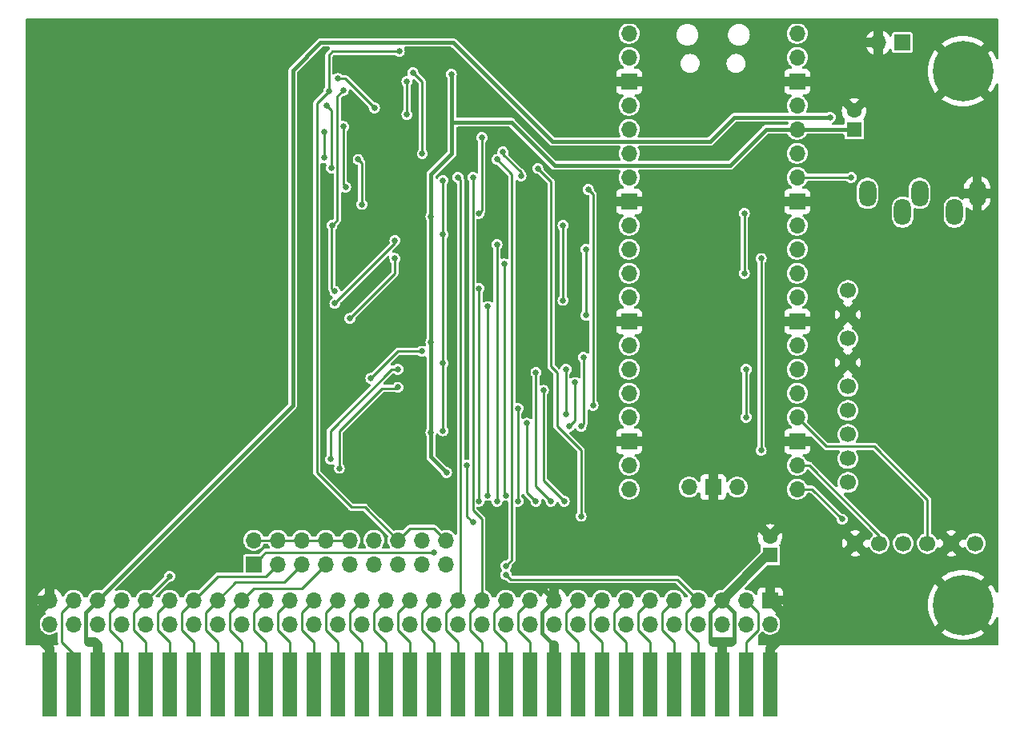
<source format=gbr>
G04 #@! TF.GenerationSoftware,KiCad,Pcbnew,7.0.5-0*
G04 #@! TF.CreationDate,2023-07-02T22:21:17-05:00*
G04 #@! TF.ProjectId,PicoGUS,5069636f-4755-4532-9e6b-696361645f70,rev?*
G04 #@! TF.SameCoordinates,Original*
G04 #@! TF.FileFunction,Copper,L2,Bot*
G04 #@! TF.FilePolarity,Positive*
%FSLAX46Y46*%
G04 Gerber Fmt 4.6, Leading zero omitted, Abs format (unit mm)*
G04 Created by KiCad (PCBNEW 7.0.5-0) date 2023-07-02 22:21:17*
%MOMM*%
%LPD*%
G01*
G04 APERTURE LIST*
G04 #@! TA.AperFunction,ConnectorPad*
%ADD10R,1.524000X6.858000*%
G04 #@! TD*
G04 #@! TA.AperFunction,ComponentPad*
%ADD11R,1.700000X1.700000*%
G04 #@! TD*
G04 #@! TA.AperFunction,ComponentPad*
%ADD12O,1.700000X1.700000*%
G04 #@! TD*
G04 #@! TA.AperFunction,ComponentPad*
%ADD13R,1.600000X1.600000*%
G04 #@! TD*
G04 #@! TA.AperFunction,ComponentPad*
%ADD14C,1.600000*%
G04 #@! TD*
G04 #@! TA.AperFunction,ComponentPad*
%ADD15O,1.800000X2.800000*%
G04 #@! TD*
G04 #@! TA.AperFunction,ComponentPad*
%ADD16C,6.400000*%
G04 #@! TD*
G04 #@! TA.AperFunction,ComponentPad*
%ADD17C,1.700000*%
G04 #@! TD*
G04 #@! TA.AperFunction,ViaPad*
%ADD18C,0.650000*%
G04 #@! TD*
G04 #@! TA.AperFunction,Conductor*
%ADD19C,0.250000*%
G04 #@! TD*
G04 #@! TA.AperFunction,Conductor*
%ADD20C,0.280000*%
G04 #@! TD*
G04 #@! TA.AperFunction,Conductor*
%ADD21C,0.440000*%
G04 #@! TD*
G04 #@! TA.AperFunction,Conductor*
%ADD22C,1.000000*%
G04 #@! TD*
G04 #@! TA.AperFunction,Conductor*
%ADD23C,0.290000*%
G04 #@! TD*
G04 #@! TA.AperFunction,Conductor*
%ADD24C,0.500000*%
G04 #@! TD*
G04 #@! TA.AperFunction,Conductor*
%ADD25C,0.400000*%
G04 #@! TD*
G04 APERTURE END LIST*
D10*
X195262500Y-132397500D03*
X192722500Y-132397500D03*
X190182500Y-132397500D03*
X187642500Y-132397500D03*
X185102500Y-132397500D03*
X182562500Y-132397500D03*
X180022500Y-132397500D03*
X177482500Y-132397500D03*
X174942500Y-132397500D03*
X172402500Y-132397500D03*
X169862500Y-132397500D03*
X167322500Y-132397500D03*
X164782500Y-132397500D03*
X162242500Y-132397500D03*
X159702500Y-132397500D03*
X157162500Y-132397500D03*
X154622500Y-132397500D03*
X152082500Y-132397500D03*
X149542500Y-132397500D03*
X147002500Y-132397500D03*
X144462500Y-132397500D03*
X141922500Y-132397500D03*
X139382500Y-132397500D03*
X136842500Y-132397500D03*
X134302500Y-132397500D03*
X131762500Y-132397500D03*
X129222500Y-132397500D03*
X126682500Y-132397500D03*
X124142500Y-132397500D03*
X121602500Y-132397500D03*
X119062500Y-132397500D03*
D11*
X209237500Y-64452500D03*
D12*
X206697500Y-64452500D03*
D13*
X195262500Y-118747613D03*
D14*
X195262500Y-116747613D03*
D15*
X209260000Y-82430000D03*
X211060000Y-80430000D03*
X217160000Y-80430000D03*
X214760000Y-82430000D03*
X205560000Y-80430000D03*
D12*
X180340000Y-63500000D03*
X180340000Y-66040000D03*
D11*
X180340000Y-68580000D03*
D12*
X180340000Y-71120000D03*
X180340000Y-73660000D03*
X180340000Y-76200000D03*
X180340000Y-78740000D03*
D11*
X180340000Y-81280000D03*
D12*
X180340000Y-83820000D03*
X180340000Y-86360000D03*
X180340000Y-88900000D03*
X180340000Y-91440000D03*
D11*
X180340000Y-93980000D03*
D12*
X180340000Y-96520000D03*
X180340000Y-99060000D03*
X180340000Y-101600000D03*
X180340000Y-104140000D03*
D11*
X180340000Y-106680000D03*
D12*
X180340000Y-109220000D03*
X180340000Y-111760000D03*
X198120000Y-111760000D03*
X198120000Y-109220000D03*
D11*
X198120000Y-106680000D03*
D12*
X198120000Y-104140000D03*
X198120000Y-101600000D03*
X198120000Y-99060000D03*
X198120000Y-96520000D03*
D11*
X198120000Y-93980000D03*
D12*
X198120000Y-91440000D03*
X198120000Y-88900000D03*
X198120000Y-86360000D03*
X198120000Y-83820000D03*
D11*
X198120000Y-81280000D03*
D12*
X198120000Y-78740000D03*
X198120000Y-76200000D03*
X198120000Y-73660000D03*
X198120000Y-71120000D03*
D11*
X198120000Y-68580000D03*
D12*
X198120000Y-66040000D03*
X198120000Y-63500000D03*
X186690000Y-111530000D03*
D11*
X189230000Y-111530000D03*
D12*
X191770000Y-111530000D03*
D13*
X204152500Y-73662613D03*
D14*
X204152500Y-71662613D03*
D16*
X215658700Y-124008000D03*
D11*
X140662500Y-119702500D03*
D12*
X140662500Y-117162500D03*
X143202500Y-119702500D03*
X143202500Y-117162500D03*
X145742500Y-119702500D03*
X145742500Y-117162500D03*
X148282500Y-119702500D03*
X148282500Y-117162500D03*
X150822500Y-119702500D03*
X150822500Y-117162500D03*
X153362500Y-119702500D03*
X153362500Y-117162500D03*
X155902500Y-119702500D03*
X155902500Y-117162500D03*
X158442500Y-119702500D03*
X158442500Y-117162500D03*
X160982500Y-119702500D03*
X160982500Y-117162500D03*
D17*
X204269050Y-117487931D03*
X206809050Y-117487931D03*
X209349050Y-117487931D03*
X211889050Y-117487931D03*
X214429050Y-117487931D03*
X216969050Y-117487931D03*
X203489050Y-111047931D03*
X203489050Y-108507931D03*
X203489050Y-105967931D03*
X203489050Y-103427931D03*
X203489050Y-100887931D03*
X203489050Y-98347931D03*
X203489050Y-95807931D03*
X203489050Y-93267931D03*
X203489050Y-90727931D03*
D11*
X195262500Y-123502500D03*
D12*
X192722500Y-123502500D03*
X190182500Y-123502500D03*
X187642500Y-123502500D03*
X185102500Y-123502500D03*
X182562500Y-123502500D03*
X180022500Y-123502500D03*
X177482500Y-123502500D03*
X174942500Y-123502500D03*
X172402500Y-123502500D03*
X169862500Y-123502500D03*
X167322500Y-123502500D03*
X164782500Y-123502500D03*
X162242500Y-123502500D03*
X159702500Y-123502500D03*
X157162500Y-123502500D03*
X154622500Y-123502500D03*
X152082500Y-123502500D03*
X149542500Y-123502500D03*
X147002500Y-123502500D03*
X144462500Y-123502500D03*
X141922500Y-123502500D03*
X139382500Y-123502500D03*
X136842500Y-123502500D03*
X134302500Y-123502500D03*
X131762500Y-123502500D03*
X129222500Y-123502500D03*
X126682500Y-123502500D03*
X124142500Y-123502500D03*
X121602500Y-123502500D03*
X119062500Y-123502500D03*
X195262500Y-126042500D03*
X192722500Y-126042500D03*
X190182500Y-126042500D03*
X187642500Y-126042500D03*
X185102500Y-126042500D03*
X182562500Y-126042500D03*
X180022500Y-126042500D03*
X177482500Y-126042500D03*
X174942500Y-126042500D03*
X172402500Y-126042500D03*
X169862500Y-126042500D03*
X167322500Y-126042500D03*
X164782500Y-126042500D03*
X162242500Y-126042500D03*
X159702500Y-126042500D03*
X157162500Y-126042500D03*
X154622500Y-126042500D03*
X152082500Y-126042500D03*
X149542500Y-126042500D03*
X147002500Y-126042500D03*
X144462500Y-126042500D03*
X141922500Y-126042500D03*
X139382500Y-126042500D03*
X136842500Y-126042500D03*
X134302500Y-126042500D03*
X131762500Y-126042500D03*
X129222500Y-126042500D03*
X126682500Y-126042500D03*
X124142500Y-126042500D03*
X121602500Y-126042500D03*
X119062500Y-126042500D03*
D16*
X215658700Y-67493000D03*
D18*
X149225000Y-92075000D03*
X155575000Y-85407500D03*
X155575000Y-87312500D03*
X150812500Y-93662500D03*
X155892500Y-99060000D03*
X148748750Y-108585000D03*
X149701250Y-109537500D03*
X155892500Y-100965000D03*
X164465000Y-113030000D03*
X164465000Y-90487500D03*
X165417500Y-92392500D03*
X165417500Y-112409500D03*
X166370000Y-113030000D03*
X166370000Y-85852000D03*
X167132000Y-87884000D03*
X167293489Y-112409500D03*
X168592500Y-103187500D03*
X168592500Y-113030000D03*
X170497500Y-113030000D03*
X169530500Y-104760500D03*
X170497500Y-99377500D03*
X172085000Y-113030000D03*
X173482000Y-113030000D03*
X171291250Y-101282500D03*
X149860000Y-85725000D03*
X182245000Y-109220000D03*
X209550000Y-111760000D03*
X144621250Y-111601250D03*
X182245000Y-63500000D03*
X155892500Y-94297500D03*
X208280000Y-70802500D03*
X171132500Y-88392000D03*
X132080000Y-113982500D03*
X189230000Y-68262500D03*
X149860000Y-66802000D03*
X168910000Y-63817500D03*
X155448000Y-108966000D03*
X153987500Y-92710000D03*
X146208750Y-100330000D03*
X210185000Y-70802500D03*
X146208750Y-96837500D03*
X174752000Y-85090000D03*
X182562500Y-99060000D03*
X157797500Y-89662000D03*
X117600000Y-113665000D03*
X150177500Y-113982500D03*
X212725000Y-111760000D03*
X171132500Y-94297500D03*
X146208750Y-77216000D03*
X154305000Y-106997500D03*
X161290000Y-115252500D03*
X146208750Y-84455000D03*
X196215000Y-78740000D03*
X174752000Y-81280000D03*
X126682500Y-119380000D03*
X149225000Y-63182500D03*
X165735000Y-84137500D03*
X189230000Y-76200000D03*
X184785000Y-113665000D03*
X192532000Y-119126000D03*
X165608000Y-71628000D03*
X168148000Y-76200000D03*
X176530000Y-113030000D03*
X195580000Y-111760000D03*
X155575000Y-84137500D03*
X150495000Y-89217500D03*
X162877500Y-68897500D03*
X153924000Y-113538000D03*
X137477500Y-101600000D03*
X124142500Y-119380000D03*
X137477500Y-93027500D03*
X143510000Y-90805000D03*
X165735000Y-118586250D03*
X182562500Y-104140000D03*
X132080000Y-98425000D03*
X149542500Y-115887500D03*
X121602500Y-119380000D03*
X176784000Y-73914000D03*
X158432500Y-65722500D03*
X143510000Y-69850000D03*
X144780000Y-65722500D03*
X143510000Y-95250000D03*
X146050000Y-106045000D03*
X189230000Y-106680000D03*
X168910000Y-94297500D03*
X166370000Y-81280000D03*
X121602500Y-120967500D03*
X171132500Y-81280000D03*
X151447500Y-105410000D03*
X144780000Y-63182500D03*
X196812011Y-127037989D03*
X170180000Y-67056000D03*
X140652500Y-115411250D03*
X161607500Y-83502500D03*
X207327500Y-106362500D03*
X168910000Y-81280000D03*
X165608000Y-90424000D03*
X161607500Y-108712000D03*
X119062500Y-119380000D03*
X196812011Y-125052011D03*
X168592500Y-69532500D03*
X168910000Y-92392500D03*
X196342000Y-63500000D03*
X201930000Y-63182500D03*
X153035000Y-84137500D03*
X158432500Y-94297500D03*
X166370000Y-78994000D03*
X155956000Y-80645000D03*
X173355000Y-94297500D03*
X119062500Y-120967500D03*
X170497500Y-120491250D03*
X161607500Y-81280000D03*
X132080000Y-110807500D03*
X158432500Y-80645000D03*
X132080000Y-102552500D03*
X174244000Y-109474000D03*
X168910000Y-84772500D03*
X150495000Y-102552500D03*
X119062500Y-117792500D03*
X125730000Y-104775000D03*
X161607500Y-89535000D03*
X182562500Y-96520000D03*
X209550000Y-114300000D03*
X172402500Y-120491250D03*
X182626000Y-73660000D03*
X196215000Y-74930000D03*
X182245000Y-83820000D03*
X139382500Y-118427500D03*
X162560000Y-66992500D03*
X164147500Y-63182500D03*
X117792500Y-127317500D03*
X189230000Y-87630000D03*
X189547500Y-115570000D03*
X174752000Y-91757500D03*
X143510000Y-99377500D03*
X117512989Y-125692011D03*
X146208750Y-88582500D03*
X173736000Y-67056000D03*
X182562500Y-78740000D03*
X146208750Y-93027500D03*
X203454000Y-76454000D03*
X189230000Y-99060000D03*
X153924000Y-102616000D03*
X148431250Y-81280000D03*
X159004000Y-62992000D03*
X156464000Y-76200000D03*
X146208750Y-81280000D03*
X146208750Y-78263750D03*
X157480000Y-76200000D03*
X158432500Y-66675000D03*
X124142500Y-120967500D03*
X151765000Y-95250000D03*
X161607500Y-94297500D03*
X171132500Y-84772500D03*
X182562500Y-101600000D03*
X125730000Y-113030000D03*
X166370000Y-74168000D03*
X171450000Y-120491250D03*
X174752000Y-88900000D03*
X149542500Y-96837500D03*
X159766000Y-110236000D03*
X132080000Y-106680000D03*
X152082500Y-90805000D03*
X154178000Y-62992000D03*
X216535000Y-114300000D03*
X143510000Y-102552500D03*
X168910000Y-88392000D03*
X143510000Y-86995000D03*
X171132500Y-92392500D03*
X165735000Y-119856250D03*
X143510000Y-79057500D03*
X148082000Y-73914000D03*
X163830000Y-78740000D03*
X148096636Y-76664091D03*
X148844000Y-77724000D03*
X148336000Y-71120000D03*
X162242500Y-78740000D03*
X159385000Y-96202500D03*
X161036000Y-109982000D03*
X159385000Y-82867500D03*
X161544000Y-67818000D03*
X159385000Y-105727500D03*
X163830000Y-115252500D03*
X163165978Y-109220000D03*
X201612500Y-72390000D03*
X191135000Y-127952500D03*
X168910000Y-78581250D03*
X167005000Y-76041250D03*
X170688000Y-77787500D03*
X175260000Y-114617500D03*
X167322500Y-120808750D03*
X159702500Y-118427500D03*
X131762500Y-120967500D03*
X153416000Y-71374000D03*
X149542500Y-68262500D03*
X192722500Y-104140000D03*
X192722500Y-99060000D03*
X176022000Y-80010000D03*
X150368000Y-79756000D03*
X176530000Y-102870000D03*
X150143500Y-73342500D03*
X175514000Y-97790000D03*
X175260000Y-105092500D03*
X173990000Y-105092500D03*
X174625000Y-100457000D03*
X156044892Y-65405000D03*
X148590000Y-69596000D03*
X157480000Y-67627500D03*
X167322500Y-119856250D03*
X158477875Y-76204789D03*
X166370000Y-76835000D03*
X202882500Y-114935000D03*
X150114000Y-69532500D03*
X148922000Y-83820000D03*
X149225000Y-90805000D03*
X160655000Y-98425000D03*
X160655000Y-84772500D03*
X160655000Y-105568750D03*
X160655000Y-79057500D03*
X164465000Y-82550000D03*
X152082500Y-81597500D03*
X192532000Y-88900000D03*
X151700000Y-76835000D03*
X164782500Y-74522500D03*
X192532000Y-82550000D03*
X173672500Y-99060000D03*
X173672500Y-103822500D03*
X158432500Y-97155000D03*
X153035000Y-100012500D03*
X175768000Y-93345000D03*
X175768000Y-86360000D03*
X173355000Y-91757500D03*
X173355000Y-83820000D03*
X203835000Y-78740000D03*
X156845000Y-68580000D03*
X156845000Y-72072500D03*
X194310000Y-87312500D03*
X194310000Y-107632500D03*
D19*
X155575000Y-85407500D02*
X155575000Y-85725000D01*
X155575000Y-85725000D02*
X149225000Y-92075000D01*
X155575000Y-87312500D02*
X155575000Y-88900000D01*
X155575000Y-88900000D02*
X150812500Y-93662500D01*
X148748750Y-108585000D02*
X148748750Y-105568750D01*
X148748750Y-105568750D02*
X155257500Y-99060000D01*
X155257500Y-99060000D02*
X155892500Y-99060000D01*
X155765500Y-101092000D02*
X155892500Y-100965000D01*
X149701250Y-109537500D02*
X149701250Y-105602702D01*
X149701250Y-105602702D02*
X154211952Y-101092000D01*
X154211952Y-101092000D02*
X155765500Y-101092000D01*
X164465000Y-90487500D02*
X164465000Y-113030000D01*
X165417500Y-92392500D02*
X165417500Y-112409500D01*
X166370000Y-113030000D02*
X166370000Y-86042500D01*
X167132000Y-112248011D02*
X167293489Y-112409500D01*
X167132000Y-87884000D02*
X167132000Y-112248011D01*
X168592500Y-103187500D02*
X168592500Y-113030000D01*
X170497500Y-113030000D02*
X169545000Y-112077500D01*
X169545000Y-112077500D02*
X169545000Y-104775000D01*
X169545000Y-104775000D02*
X169530500Y-104760500D01*
X170497500Y-111442500D02*
X170497500Y-99377500D01*
X172085000Y-113030000D02*
X170497500Y-111442500D01*
X173482000Y-112998250D02*
X173482000Y-113030000D01*
X171291250Y-101282500D02*
X171291250Y-110807500D01*
X171291250Y-110807500D02*
X173482000Y-112998250D01*
D20*
X195732000Y-62328000D02*
X195747000Y-62313000D01*
D21*
X171132500Y-127000000D02*
X172402500Y-128270000D01*
D19*
X181750000Y-62318000D02*
X181782000Y-62350000D01*
D21*
X172402500Y-123507500D02*
X171132500Y-124777500D01*
D22*
X196812011Y-125052011D02*
X196812011Y-127037989D01*
D23*
X195752000Y-62308000D02*
X195760000Y-62300000D01*
D22*
X119062500Y-123502500D02*
X117512989Y-125052011D01*
D19*
X195700000Y-62360000D02*
X195732000Y-62328000D01*
D23*
X200212000Y-62300000D02*
X200225000Y-62313000D01*
D22*
X195262500Y-123502500D02*
X196812011Y-125052011D01*
X195262500Y-128587500D02*
X195262500Y-132397500D01*
D23*
X195760000Y-62300000D02*
X200212000Y-62300000D01*
D20*
X177242000Y-62318000D02*
X177257000Y-62303000D01*
D21*
X171132500Y-124777500D02*
X171132500Y-127000000D01*
D22*
X117512989Y-127037989D02*
X117792500Y-127317500D01*
X117512989Y-125052011D02*
X117512989Y-125692011D01*
D23*
X177262000Y-62298000D02*
X181730000Y-62298000D01*
D19*
X200240000Y-62328000D02*
X200272000Y-62360000D01*
D22*
X172402500Y-128270000D02*
X172402500Y-132397500D01*
D19*
X177210000Y-62350000D02*
X177242000Y-62318000D01*
D22*
X117792500Y-127317500D02*
X119062500Y-128587500D01*
X119062500Y-128587500D02*
X119062500Y-132397500D01*
D23*
X181730000Y-62298000D02*
X181735000Y-62303000D01*
D22*
X196812011Y-127037989D02*
X195262500Y-128587500D01*
D24*
X172402500Y-123502500D02*
X171455000Y-122555000D01*
D22*
X117512989Y-125692011D02*
X117512989Y-127037989D01*
D19*
X148096636Y-73928636D02*
X148082000Y-73914000D01*
X164782500Y-114935000D02*
X163815489Y-113967989D01*
X163815489Y-78754511D02*
X163830000Y-78740000D01*
X164782500Y-123502500D02*
X164782500Y-114935000D01*
X163815489Y-113967989D02*
X163815489Y-78754511D01*
X163512500Y-124772500D02*
X163512500Y-126682500D01*
X148096636Y-76664091D02*
X148096636Y-73928636D01*
X164782500Y-127952500D02*
X164782500Y-132397500D01*
X164782500Y-123502500D02*
X163512500Y-124772500D01*
X163512500Y-126682500D02*
X164782500Y-127952500D01*
X162242500Y-127952500D02*
X162242500Y-132397500D01*
X148844000Y-77724000D02*
X148844000Y-71628000D01*
X160972500Y-124772500D02*
X160972500Y-126682500D01*
X148844000Y-71628000D02*
X148336000Y-71120000D01*
X162516478Y-79013978D02*
X162516478Y-123198522D01*
X160972500Y-126682500D02*
X162242500Y-127952500D01*
X162242500Y-123502500D02*
X160972500Y-124772500D01*
X162242500Y-78740000D02*
X162516478Y-79013978D01*
D21*
X161607500Y-67881500D02*
X161607500Y-74993500D01*
X191008000Y-77470000D02*
X172466000Y-77470000D01*
X167894000Y-72898000D02*
X161607500Y-72898000D01*
X161607500Y-72898000D02*
X161607500Y-74993500D01*
X161036000Y-109982000D02*
X159385000Y-108331000D01*
X159385000Y-96202500D02*
X159385000Y-78422500D01*
X172466000Y-77470000D02*
X167894000Y-72898000D01*
X198120000Y-73660000D02*
X194818000Y-73660000D01*
X159385000Y-78422500D02*
X161607500Y-76200000D01*
X159385000Y-108331000D02*
X159385000Y-105727500D01*
X198120000Y-73660000D02*
X204149887Y-73660000D01*
X161544000Y-67818000D02*
X161607500Y-67881500D01*
X161607500Y-76200000D02*
X161607500Y-74993500D01*
X159385000Y-105727500D02*
X159385000Y-96202500D01*
X194818000Y-73660000D02*
X191008000Y-77470000D01*
D19*
X163195000Y-109249022D02*
X163195000Y-114617500D01*
X163195000Y-114617500D02*
X163830000Y-115252500D01*
X163165978Y-109220000D02*
X163195000Y-109249022D01*
D25*
X161734500Y-64452500D02*
X172212000Y-74930000D01*
X191472989Y-72369511D02*
X201592011Y-72369511D01*
D21*
X188912500Y-124777500D02*
X188912500Y-127957500D01*
D25*
X147709614Y-64452500D02*
X161734500Y-64452500D01*
D22*
X124142500Y-132397500D02*
X124142500Y-128270000D01*
D25*
X144780000Y-67382114D02*
X147709614Y-64452500D01*
D22*
X124142500Y-128270000D02*
X123825000Y-127952500D01*
D25*
X172212000Y-74930000D02*
X188912500Y-74930000D01*
D22*
X189235000Y-127957500D02*
X191130000Y-127957500D01*
D21*
X190182500Y-123507500D02*
X188912500Y-124777500D01*
X124142500Y-123502500D02*
X122872500Y-124772500D01*
X191452500Y-124777500D02*
X191452500Y-127957500D01*
D22*
X123825000Y-127952500D02*
X123190000Y-127952500D01*
D25*
X144780000Y-102865000D02*
X144780000Y-67382114D01*
D22*
X190182500Y-123502500D02*
X194945000Y-118740000D01*
D25*
X188912500Y-74930000D02*
X191472989Y-72369511D01*
D22*
X190182500Y-127957500D02*
X190182500Y-132402500D01*
D25*
X201592011Y-72369511D02*
X201612500Y-72390000D01*
X124142500Y-123502500D02*
X144780000Y-102865000D01*
D21*
X122872500Y-124772500D02*
X122872500Y-127952500D01*
X190182500Y-123507500D02*
X191452500Y-124777500D01*
D19*
X167005000Y-76279375D02*
X168910000Y-78184375D01*
X167005000Y-76041250D02*
X167005000Y-76279375D01*
X168910000Y-78184375D02*
X168910000Y-78581250D01*
X175260000Y-107632500D02*
X175260000Y-114617500D01*
X170688000Y-77787500D02*
X172099511Y-79199011D01*
X192722500Y-127952500D02*
X192722500Y-132397500D01*
X193992500Y-124772500D02*
X193992500Y-126682500D01*
X172099511Y-98757011D02*
X172734511Y-99392011D01*
X193992500Y-126682500D02*
X192722500Y-127952500D01*
X172099511Y-79199011D02*
X172099511Y-98757011D01*
X192722500Y-123502500D02*
X193992500Y-124772500D01*
X172734511Y-105107011D02*
X175260000Y-107632500D01*
X172734511Y-99392011D02*
X172734511Y-105107011D01*
X187642500Y-127952500D02*
X187642500Y-132397500D01*
X186372500Y-126682500D02*
X187642500Y-127952500D01*
X141605000Y-118760000D02*
X140662500Y-119702500D01*
X187642500Y-123502500D02*
X186372500Y-124772500D01*
X186372500Y-124772500D02*
X186372500Y-126682500D01*
X185440000Y-121300000D02*
X187642500Y-123502500D01*
X141605000Y-118745000D02*
X141605000Y-118760000D01*
X141922500Y-118427500D02*
X141605000Y-118745000D01*
X167322500Y-120808750D02*
X167813750Y-121300000D01*
X159702500Y-118427500D02*
X141922500Y-118427500D01*
X167813750Y-121300000D02*
X185440000Y-121300000D01*
X183832500Y-124772500D02*
X183832500Y-126682500D01*
X185102500Y-123502500D02*
X183832500Y-124772500D01*
X183832500Y-126682500D02*
X185102500Y-127952500D01*
X185102500Y-127952500D02*
X185102500Y-132397500D01*
X127952500Y-124772500D02*
X127952500Y-126682500D01*
X129222500Y-123502500D02*
X127952500Y-124772500D01*
X129222500Y-127952500D02*
X129222500Y-132397500D01*
X131762500Y-120967500D02*
X131757500Y-120967500D01*
X127952500Y-126682500D02*
X129222500Y-127952500D01*
X131757500Y-120967500D02*
X129222500Y-123502500D01*
X139382500Y-123502500D02*
X138112500Y-124772500D01*
X138112500Y-126682500D02*
X139382500Y-127952500D01*
X139382500Y-123502500D02*
X140647500Y-122237500D01*
X140647500Y-122237500D02*
X145747500Y-122237500D01*
X138112500Y-124772500D02*
X138112500Y-126682500D01*
X145747500Y-122237500D02*
X148282500Y-119702500D01*
X139382500Y-127952500D02*
X139382500Y-132397500D01*
X143192500Y-126682500D02*
X144462500Y-127952500D01*
X144462500Y-123502500D02*
X143192500Y-124772500D01*
X143192500Y-124772500D02*
X143192500Y-126682500D01*
X144462500Y-127952500D02*
X144462500Y-132397500D01*
X152082500Y-127952500D02*
X152082500Y-132397500D01*
X150812500Y-126682500D02*
X152082500Y-127952500D01*
X152082500Y-123502500D02*
X150812500Y-124772500D01*
X150812500Y-124772500D02*
X150812500Y-126682500D01*
X154622500Y-123502500D02*
X153352500Y-124772500D01*
X154622500Y-127952500D02*
X154622500Y-132397500D01*
X153352500Y-124772500D02*
X153352500Y-126682500D01*
X153352500Y-126682500D02*
X154622500Y-127952500D01*
X157162500Y-123502500D02*
X155892500Y-124772500D01*
X157162500Y-127952500D02*
X157162500Y-132397500D01*
X155892500Y-126682500D02*
X157162500Y-127952500D01*
X155892500Y-124772500D02*
X155892500Y-126682500D01*
X159702500Y-123502500D02*
X158432500Y-124772500D01*
X158432500Y-124772500D02*
X158432500Y-126682500D01*
X158432500Y-126682500D02*
X159702500Y-127952500D01*
X159702500Y-127952500D02*
X159702500Y-132397500D01*
X181292500Y-126682500D02*
X182562500Y-127952500D01*
X182562500Y-123502500D02*
X181292500Y-124772500D01*
X182562500Y-127952500D02*
X182562500Y-132397500D01*
X181292500Y-124772500D02*
X181292500Y-126682500D01*
X178752500Y-124772500D02*
X178752500Y-126682500D01*
X180022500Y-123502500D02*
X178752500Y-124772500D01*
X178752500Y-126682500D02*
X180022500Y-127952500D01*
X180022500Y-127952500D02*
X180022500Y-132397500D01*
X149542500Y-68262500D02*
X150304500Y-68262500D01*
X150304500Y-68262500D02*
X153416000Y-71374000D01*
X192722500Y-99060000D02*
X192722500Y-104140000D01*
X176530000Y-80518000D02*
X176022000Y-80010000D01*
X176530000Y-102870000D02*
X176530000Y-80518000D01*
X150143500Y-79531500D02*
X150143500Y-73342500D01*
X150368000Y-79756000D02*
X150143500Y-79531500D01*
X175577500Y-104775000D02*
X175260000Y-105092500D01*
X175577500Y-97853500D02*
X175577500Y-104775000D01*
X175514000Y-97790000D02*
X175577500Y-97853500D01*
X174625000Y-104457500D02*
X173990000Y-105092500D01*
X174625000Y-100457000D02*
X174625000Y-104457500D01*
X177482500Y-123502500D02*
X176212500Y-124772500D01*
X176212500Y-126682500D02*
X177482500Y-127952500D01*
X177482500Y-127952500D02*
X177482500Y-132397500D01*
X176212500Y-124772500D02*
X176212500Y-126682500D01*
X147325000Y-117157500D02*
X149220000Y-117157500D01*
X140662500Y-117162500D02*
X143202500Y-117162500D01*
X143202500Y-117162500D02*
X148282500Y-117162500D01*
X148282500Y-117162500D02*
X150822500Y-117162500D01*
X159697500Y-115882500D02*
X160972500Y-117157500D01*
X157167500Y-115882500D02*
X159697500Y-115882500D01*
X148590000Y-65786000D02*
X148971000Y-65405000D01*
X152400000Y-113660000D02*
X155902500Y-117162500D01*
X147320000Y-110013750D02*
X150966250Y-113660000D01*
X155892500Y-117157500D02*
X157167500Y-115882500D01*
X148590000Y-69596000D02*
X147320000Y-70866000D01*
X150966250Y-113660000D02*
X152400000Y-113660000D01*
X147320000Y-70866000D02*
X147320000Y-110013750D01*
X148590000Y-69596000D02*
X148590000Y-65786000D01*
X148971000Y-65405000D02*
X156044892Y-65405000D01*
X174942500Y-127952500D02*
X174942500Y-132397500D01*
X173672500Y-126682500D02*
X174942500Y-127952500D01*
X174942500Y-123502500D02*
X173672500Y-124772500D01*
X173672500Y-124772500D02*
X173672500Y-126682500D01*
X169862500Y-123502500D02*
X168592500Y-124772500D01*
X168592500Y-124772500D02*
X168592500Y-126682500D01*
X169862500Y-127952500D02*
X169862500Y-132397500D01*
X168592500Y-126682500D02*
X169862500Y-127952500D01*
X167322500Y-127952500D02*
X167322500Y-132397500D01*
X167322500Y-123502500D02*
X166052500Y-124772500D01*
X166052500Y-126682500D02*
X167322500Y-127952500D01*
X166052500Y-124772500D02*
X166052500Y-126682500D01*
X148272500Y-124772500D02*
X148272500Y-126682500D01*
X149542500Y-127952500D02*
X149542500Y-132397500D01*
X149542500Y-123502500D02*
X148272500Y-124772500D01*
X148272500Y-126682500D02*
X149542500Y-127952500D01*
X147002500Y-123502500D02*
X145732500Y-124772500D01*
X147002500Y-127952500D02*
X147002500Y-132397500D01*
X145732500Y-124772500D02*
X145732500Y-126682500D01*
X145732500Y-126682500D02*
X147002500Y-127952500D01*
X140652500Y-124772500D02*
X140652500Y-126682500D01*
X140652500Y-126682500D02*
X141922500Y-127952500D01*
X141922500Y-123502500D02*
X140652500Y-124772500D01*
X141922500Y-127952500D02*
X141922500Y-132397500D01*
X134302500Y-123502500D02*
X133032500Y-124772500D01*
X134302500Y-127952500D02*
X134302500Y-132397500D01*
X136837500Y-120967500D02*
X141937500Y-120967500D01*
X141937500Y-120967500D02*
X143202500Y-119702500D01*
X133032500Y-124772500D02*
X133032500Y-126682500D01*
X133032500Y-126682500D02*
X134302500Y-127952500D01*
X134302500Y-123502500D02*
X136837500Y-120967500D01*
X143842500Y-121602500D02*
X145742500Y-119702500D01*
X135572500Y-126682500D02*
X136842500Y-127952500D01*
X136842500Y-127952500D02*
X136842500Y-132397500D01*
X138742500Y-121602500D02*
X143842500Y-121602500D01*
X136842500Y-123502500D02*
X135572500Y-124772500D01*
X136842500Y-123502500D02*
X138742500Y-121602500D01*
X135572500Y-124772500D02*
X135572500Y-126682500D01*
X131762500Y-127952500D02*
X131762500Y-132397500D01*
X130492500Y-124772500D02*
X130492500Y-126682500D01*
X131762500Y-123502500D02*
X130492500Y-124772500D01*
X130492500Y-126682500D02*
X131762500Y-127952500D01*
X125412500Y-126682500D02*
X126682500Y-127952500D01*
X126682500Y-127952500D02*
X126682500Y-132397500D01*
X125412500Y-124772500D02*
X125412500Y-126682500D01*
X126682500Y-123502500D02*
X125412500Y-124772500D01*
X120332500Y-124772500D02*
X120332500Y-127952500D01*
X120332500Y-127952500D02*
X121602500Y-129222500D01*
X121602500Y-123502500D02*
X120332500Y-124772500D01*
X158477875Y-76204789D02*
X158477875Y-68625375D01*
X167942989Y-119235761D02*
X167942989Y-78407989D01*
X167942989Y-78407989D02*
X166370000Y-76835000D01*
X158477875Y-68625375D02*
X157480000Y-67627500D01*
X167322500Y-119856250D02*
X167942989Y-119235761D01*
X206809050Y-117487931D02*
X206809050Y-116639050D01*
X199390000Y-109220000D02*
X198120000Y-109220000D01*
X206809050Y-116639050D02*
X199390000Y-109220000D01*
X199707500Y-111760000D02*
X198120000Y-111760000D01*
X202882500Y-114935000D02*
X199707500Y-111760000D01*
X211889050Y-116852931D02*
X211889050Y-112829050D01*
X206300000Y-107240000D02*
X201220000Y-107240000D01*
X201220000Y-107240000D02*
X198120000Y-104140000D01*
X211889050Y-112829050D02*
X206300000Y-107240000D01*
X149494000Y-83248000D02*
X148922000Y-83820000D01*
X148907500Y-83834500D02*
X148907500Y-90487500D01*
X148922000Y-83820000D02*
X148907500Y-83834500D01*
X149494000Y-70152500D02*
X149494000Y-83248000D01*
X148907500Y-90487500D02*
X149225000Y-90805000D01*
X150114000Y-69532500D02*
X149494000Y-70152500D01*
X160655000Y-97313750D02*
X160655000Y-105568750D01*
X160655000Y-98425000D02*
X160655000Y-84772500D01*
X160655000Y-79057500D02*
X160655000Y-84772500D01*
X152082500Y-77217500D02*
X151700000Y-76835000D01*
X152082500Y-81597500D02*
X152082500Y-77217500D01*
X192532000Y-82550000D02*
X192532000Y-88900000D01*
X164465000Y-82550000D02*
X164782500Y-82232500D01*
X164782500Y-82232500D02*
X164782500Y-74522500D01*
X173672500Y-103822500D02*
X173672500Y-99060000D01*
X158432500Y-97155000D02*
X155892500Y-97155000D01*
X155892500Y-97155000D02*
X153035000Y-100012500D01*
X175768000Y-86360000D02*
X175768000Y-93345000D01*
X173355000Y-91757500D02*
X173355000Y-83820000D01*
X198120000Y-78740000D02*
X203835000Y-78740000D01*
X156845000Y-68580000D02*
X156845000Y-72072500D01*
X194310000Y-107632500D02*
X194310000Y-87312500D01*
G04 #@! TA.AperFunction,Conductor*
G36*
X219317500Y-61932962D02*
G01*
X219372038Y-61987500D01*
X219392000Y-62062000D01*
X219392000Y-66067738D01*
X219372038Y-66142238D01*
X219317500Y-66196776D01*
X219243000Y-66216738D01*
X219168500Y-66196776D01*
X219113962Y-66142238D01*
X219103897Y-66121135D01*
X219050781Y-65982764D01*
X219050774Y-65982748D01*
X218874332Y-65636462D01*
X218874325Y-65636449D01*
X218662655Y-65310506D01*
X218662639Y-65310485D01*
X218611488Y-65247318D01*
X218611488Y-65247317D01*
X217090393Y-66768412D01*
X217088719Y-66764369D01*
X216957130Y-66549635D01*
X216793570Y-66358130D01*
X216602065Y-66194570D01*
X216387331Y-66062981D01*
X216383285Y-66061305D01*
X217904381Y-64540210D01*
X217841214Y-64489060D01*
X217841193Y-64489044D01*
X217515251Y-64277374D01*
X217515231Y-64277363D01*
X217168959Y-64100929D01*
X217168935Y-64100918D01*
X216806124Y-63961648D01*
X216806103Y-63961641D01*
X216430704Y-63861053D01*
X216430701Y-63861052D01*
X216046817Y-63800251D01*
X215658699Y-63779911D01*
X215270582Y-63800251D01*
X214886698Y-63861052D01*
X214886695Y-63861053D01*
X214511296Y-63961641D01*
X214511275Y-63961648D01*
X214148464Y-64100918D01*
X214148448Y-64100925D01*
X213802162Y-64277367D01*
X213802149Y-64277374D01*
X213476205Y-64489045D01*
X213476197Y-64489050D01*
X213413018Y-64540210D01*
X213413018Y-64540211D01*
X214934112Y-66061305D01*
X214930069Y-66062981D01*
X214715335Y-66194570D01*
X214523830Y-66358130D01*
X214360270Y-66549635D01*
X214228681Y-66764369D01*
X214227005Y-66768412D01*
X212705911Y-65247318D01*
X212705910Y-65247318D01*
X212654750Y-65310497D01*
X212654745Y-65310505D01*
X212443074Y-65636449D01*
X212443067Y-65636462D01*
X212266625Y-65982748D01*
X212266618Y-65982764D01*
X212127348Y-66345575D01*
X212127341Y-66345596D01*
X212026753Y-66720995D01*
X212026752Y-66720998D01*
X211965951Y-67104882D01*
X211945611Y-67492999D01*
X211965951Y-67881117D01*
X212026752Y-68265001D01*
X212026753Y-68265004D01*
X212127341Y-68640403D01*
X212127348Y-68640424D01*
X212266618Y-69003235D01*
X212266629Y-69003259D01*
X212443063Y-69349531D01*
X212443074Y-69349551D01*
X212654744Y-69675493D01*
X212654760Y-69675514D01*
X212705910Y-69738680D01*
X212705910Y-69738681D01*
X214227005Y-68217585D01*
X214228681Y-68221631D01*
X214360270Y-68436365D01*
X214523830Y-68627870D01*
X214715335Y-68791430D01*
X214930069Y-68923019D01*
X214934112Y-68924693D01*
X213413017Y-70445788D01*
X213476185Y-70496939D01*
X213476206Y-70496955D01*
X213802148Y-70708625D01*
X213802168Y-70708636D01*
X214148440Y-70885070D01*
X214148464Y-70885081D01*
X214511275Y-71024351D01*
X214511296Y-71024358D01*
X214886695Y-71124946D01*
X214886698Y-71124947D01*
X215270582Y-71185748D01*
X215658700Y-71206088D01*
X216046817Y-71185748D01*
X216430701Y-71124947D01*
X216430704Y-71124946D01*
X216806103Y-71024358D01*
X216806124Y-71024351D01*
X217168935Y-70885081D01*
X217168959Y-70885070D01*
X217515231Y-70708636D01*
X217515251Y-70708625D01*
X217841200Y-70496951D01*
X217904380Y-70445788D01*
X217904381Y-70445787D01*
X216383287Y-68924693D01*
X216387331Y-68923019D01*
X216602065Y-68791430D01*
X216793570Y-68627870D01*
X216957130Y-68436365D01*
X217088719Y-68221631D01*
X217090394Y-68217586D01*
X218611488Y-69738680D01*
X218662651Y-69675500D01*
X218874325Y-69349551D01*
X218874336Y-69349531D01*
X219050770Y-69003259D01*
X219050773Y-69003252D01*
X219103896Y-68864864D01*
X219149231Y-68802466D01*
X219219691Y-68771095D01*
X219296397Y-68779157D01*
X219358795Y-68824492D01*
X219390166Y-68894952D01*
X219392000Y-68918261D01*
X219392000Y-122582738D01*
X219372038Y-122657238D01*
X219317500Y-122711776D01*
X219243000Y-122731738D01*
X219168500Y-122711776D01*
X219113962Y-122657238D01*
X219103897Y-122636135D01*
X219050781Y-122497764D01*
X219050774Y-122497748D01*
X218874332Y-122151462D01*
X218874325Y-122151449D01*
X218662655Y-121825506D01*
X218662639Y-121825485D01*
X218611488Y-121762318D01*
X218611488Y-121762317D01*
X217090393Y-123283412D01*
X217088719Y-123279369D01*
X216957130Y-123064635D01*
X216793570Y-122873130D01*
X216602065Y-122709570D01*
X216387331Y-122577981D01*
X216383285Y-122576305D01*
X217904381Y-121055210D01*
X217841214Y-121004060D01*
X217841193Y-121004044D01*
X217515251Y-120792374D01*
X217515231Y-120792363D01*
X217168959Y-120615929D01*
X217168935Y-120615918D01*
X216806124Y-120476648D01*
X216806103Y-120476641D01*
X216430704Y-120376053D01*
X216430701Y-120376052D01*
X216046817Y-120315251D01*
X215658700Y-120294911D01*
X215270582Y-120315251D01*
X214886698Y-120376052D01*
X214886695Y-120376053D01*
X214511296Y-120476641D01*
X214511275Y-120476648D01*
X214148464Y-120615918D01*
X214148448Y-120615925D01*
X213802162Y-120792367D01*
X213802149Y-120792374D01*
X213476205Y-121004045D01*
X213476197Y-121004050D01*
X213413018Y-121055210D01*
X213413018Y-121055211D01*
X214934112Y-122576305D01*
X214930069Y-122577981D01*
X214715335Y-122709570D01*
X214523830Y-122873130D01*
X214360270Y-123064635D01*
X214228681Y-123279369D01*
X214227006Y-123283412D01*
X212705911Y-121762318D01*
X212705910Y-121762318D01*
X212654750Y-121825497D01*
X212654745Y-121825505D01*
X212443074Y-122151449D01*
X212443067Y-122151462D01*
X212266625Y-122497748D01*
X212266618Y-122497764D01*
X212127348Y-122860575D01*
X212127341Y-122860596D01*
X212026753Y-123235995D01*
X212026752Y-123235998D01*
X211965951Y-123619882D01*
X211945611Y-124007999D01*
X211965951Y-124396117D01*
X212026752Y-124780001D01*
X212026753Y-124780004D01*
X212127341Y-125155403D01*
X212127348Y-125155424D01*
X212266618Y-125518235D01*
X212266629Y-125518259D01*
X212443063Y-125864531D01*
X212443074Y-125864551D01*
X212654744Y-126190493D01*
X212654760Y-126190514D01*
X212705910Y-126253680D01*
X212705910Y-126253681D01*
X214227005Y-124732586D01*
X214228681Y-124736631D01*
X214360270Y-124951365D01*
X214523830Y-125142870D01*
X214715335Y-125306430D01*
X214930069Y-125438019D01*
X214934112Y-125439693D01*
X213413017Y-126960788D01*
X213476185Y-127011939D01*
X213476206Y-127011955D01*
X213802148Y-127223625D01*
X213802168Y-127223636D01*
X214148440Y-127400070D01*
X214148464Y-127400081D01*
X214511275Y-127539351D01*
X214511296Y-127539358D01*
X214886695Y-127639946D01*
X214886698Y-127639947D01*
X215270582Y-127700748D01*
X215658700Y-127721088D01*
X216046817Y-127700748D01*
X216430701Y-127639947D01*
X216430704Y-127639946D01*
X216806103Y-127539358D01*
X216806124Y-127539351D01*
X217168935Y-127400081D01*
X217168959Y-127400070D01*
X217515231Y-127223636D01*
X217515251Y-127223625D01*
X217841200Y-127011951D01*
X217904380Y-126960788D01*
X217904381Y-126960787D01*
X216383287Y-125439693D01*
X216387331Y-125438019D01*
X216602065Y-125306430D01*
X216793570Y-125142870D01*
X216957130Y-124951365D01*
X217088719Y-124736631D01*
X217090394Y-124732586D01*
X218611488Y-126253680D01*
X218662651Y-126190500D01*
X218874325Y-125864551D01*
X218874336Y-125864531D01*
X219050770Y-125518259D01*
X219050773Y-125518252D01*
X219103896Y-125379864D01*
X219149231Y-125317466D01*
X219219691Y-125286095D01*
X219296397Y-125294157D01*
X219358795Y-125339492D01*
X219390166Y-125409952D01*
X219392000Y-125433261D01*
X219392000Y-128120500D01*
X219372038Y-128195000D01*
X219317500Y-128249538D01*
X219243000Y-128269500D01*
X197832232Y-128269500D01*
X197832026Y-128269459D01*
X197774281Y-128269459D01*
X197771561Y-128270000D01*
X194141500Y-128270000D01*
X194067000Y-128250038D01*
X194012462Y-128195500D01*
X193992500Y-128121000D01*
X193992500Y-127275254D01*
X194012462Y-127200754D01*
X194036138Y-127169898D01*
X194219558Y-126986477D01*
X194243423Y-126967099D01*
X194250336Y-126962584D01*
X194271671Y-126935170D01*
X194277782Y-126928253D01*
X194280019Y-126926018D01*
X194292700Y-126908255D01*
X194294520Y-126905813D01*
X194312415Y-126882823D01*
X194373925Y-126836298D01*
X194450461Y-126826760D01*
X194521513Y-126856767D01*
X194530362Y-126864226D01*
X194550766Y-126882826D01*
X194596458Y-126924480D01*
X194596463Y-126924484D01*
X194769856Y-127031844D01*
X194769867Y-127031850D01*
X194885832Y-127076774D01*
X194960044Y-127105524D01*
X195160524Y-127143000D01*
X195160527Y-127143000D01*
X195364473Y-127143000D01*
X195364476Y-127143000D01*
X195564956Y-127105524D01*
X195755137Y-127031848D01*
X195928541Y-126924481D01*
X196079264Y-126787079D01*
X196202173Y-126624321D01*
X196293082Y-126441750D01*
X196348897Y-126245583D01*
X196367715Y-126042500D01*
X196348897Y-125839417D01*
X196293082Y-125643250D01*
X196202173Y-125460679D01*
X196079264Y-125297921D01*
X195928541Y-125160519D01*
X195889234Y-125136181D01*
X195836403Y-125079991D01*
X195818745Y-125004912D01*
X195840991Y-124931062D01*
X195897183Y-124878229D01*
X195967674Y-124860500D01*
X196161084Y-124860500D01*
X196161102Y-124860498D01*
X196221595Y-124853995D01*
X196358457Y-124802947D01*
X196358463Y-124802944D01*
X196475403Y-124715403D01*
X196562944Y-124598463D01*
X196562947Y-124598457D01*
X196613995Y-124461595D01*
X196620498Y-124401102D01*
X196620499Y-124401084D01*
X196620500Y-124002500D01*
X195298263Y-124002500D01*
X195404815Y-123987180D01*
X195535600Y-123927452D01*
X195644261Y-123833298D01*
X195721993Y-123712344D01*
X195762500Y-123574389D01*
X195762500Y-123430611D01*
X195721993Y-123292656D01*
X195644261Y-123171702D01*
X195535600Y-123077548D01*
X195404815Y-123017820D01*
X195298263Y-123002500D01*
X195226737Y-123002500D01*
X195120185Y-123017820D01*
X194989400Y-123077548D01*
X194880739Y-123171702D01*
X194803007Y-123292656D01*
X194762500Y-123430611D01*
X194762500Y-122144500D01*
X195762500Y-122144500D01*
X195762500Y-123002500D01*
X196620500Y-123002500D01*
X196620500Y-123002499D01*
X196620499Y-122603915D01*
X196620498Y-122603897D01*
X196613995Y-122543404D01*
X196562947Y-122406542D01*
X196562944Y-122406536D01*
X196475403Y-122289596D01*
X196358463Y-122202055D01*
X196358457Y-122202052D01*
X196221593Y-122151004D01*
X196221597Y-122151004D01*
X196161102Y-122144501D01*
X196161084Y-122144500D01*
X195762500Y-122144500D01*
X194762500Y-122144500D01*
X194363916Y-122144500D01*
X194363897Y-122144501D01*
X194303404Y-122151004D01*
X194166542Y-122202052D01*
X194166536Y-122202055D01*
X194049596Y-122289596D01*
X193962055Y-122406536D01*
X193962052Y-122406542D01*
X193911004Y-122543404D01*
X193904501Y-122603897D01*
X193904500Y-122603915D01*
X193904500Y-122797016D01*
X193884538Y-122871516D01*
X193830000Y-122926054D01*
X193755500Y-122946016D01*
X193681000Y-122926054D01*
X193636596Y-122886809D01*
X193539266Y-122757924D01*
X193539264Y-122757921D01*
X193388541Y-122620519D01*
X193388536Y-122620515D01*
X193215143Y-122513155D01*
X193215132Y-122513149D01*
X193024962Y-122439478D01*
X193024958Y-122439477D01*
X193024956Y-122439476D01*
X192984859Y-122431980D01*
X192824480Y-122402000D01*
X192824476Y-122402000D01*
X192704085Y-122402000D01*
X192629585Y-122382038D01*
X192575047Y-122327500D01*
X192555085Y-122253000D01*
X192575047Y-122178500D01*
X192598726Y-122147641D01*
X193593868Y-121152500D01*
X194904613Y-119841754D01*
X194971409Y-119803190D01*
X195009973Y-119798113D01*
X196087170Y-119798113D01*
X196087174Y-119798113D01*
X196160240Y-119783579D01*
X196243101Y-119728214D01*
X196298466Y-119645353D01*
X196313000Y-119572287D01*
X196313000Y-118737498D01*
X203726589Y-118737498D01*
X203934529Y-118808886D01*
X204156526Y-118845931D01*
X204381574Y-118845931D01*
X204603570Y-118808886D01*
X204811509Y-118737498D01*
X213886589Y-118737498D01*
X214094529Y-118808886D01*
X214316526Y-118845931D01*
X214541574Y-118845931D01*
X214763570Y-118808886D01*
X214971509Y-118737498D01*
X214971510Y-118737498D01*
X214429050Y-118195038D01*
X213886589Y-118737498D01*
X204811509Y-118737498D01*
X204811509Y-118737497D01*
X204269050Y-118195038D01*
X203726589Y-118737498D01*
X196313000Y-118737498D01*
X196313000Y-117922939D01*
X196298466Y-117849873D01*
X196250870Y-117778639D01*
X196226079Y-117705604D01*
X196241127Y-117629958D01*
X196264705Y-117597059D01*
X196264130Y-117596577D01*
X196268306Y-117591599D01*
X196340895Y-117487931D01*
X202906396Y-117487931D01*
X202924981Y-117712217D01*
X202980228Y-117930384D01*
X203022688Y-118027182D01*
X203490052Y-117559820D01*
X203769050Y-117559820D01*
X203809557Y-117697775D01*
X203887289Y-117818729D01*
X203995950Y-117912883D01*
X204126735Y-117972611D01*
X204233287Y-117987931D01*
X204304813Y-117987931D01*
X204411365Y-117972611D01*
X204542150Y-117912883D01*
X204650811Y-117818729D01*
X204728543Y-117697775D01*
X204769050Y-117559820D01*
X204769050Y-117416042D01*
X204728543Y-117278087D01*
X204650811Y-117157133D01*
X204542150Y-117062979D01*
X204411365Y-117003251D01*
X204304813Y-116987931D01*
X204233287Y-116987931D01*
X204126735Y-117003251D01*
X203995950Y-117062979D01*
X203887289Y-117157133D01*
X203809557Y-117278087D01*
X203769050Y-117416042D01*
X203769050Y-117559820D01*
X203490052Y-117559820D01*
X203561942Y-117487930D01*
X203022688Y-116948677D01*
X202980228Y-117045475D01*
X202924981Y-117263644D01*
X202906396Y-117487930D01*
X202906396Y-117487931D01*
X196340895Y-117487931D01*
X196399586Y-117404112D01*
X196399587Y-117404111D01*
X196496312Y-117196684D01*
X196496313Y-117196682D01*
X196555548Y-116975613D01*
X196575495Y-116747612D01*
X196555548Y-116519612D01*
X196496311Y-116298537D01*
X196471623Y-116245594D01*
X195925971Y-116791246D01*
X195925965Y-116791255D01*
X195367859Y-117349361D01*
X195301064Y-117387925D01*
X195223936Y-117387925D01*
X195157141Y-117349361D01*
X194576350Y-116768570D01*
X194576348Y-116768567D01*
X194555394Y-116747613D01*
X194857514Y-116747613D01*
X194877335Y-116872761D01*
X194934859Y-116985658D01*
X195024455Y-117075254D01*
X195137352Y-117132778D01*
X195231019Y-117147613D01*
X195293981Y-117147613D01*
X195387648Y-117132778D01*
X195500545Y-117075254D01*
X195590141Y-116985658D01*
X195647665Y-116872761D01*
X195667486Y-116747613D01*
X195647665Y-116622465D01*
X195590141Y-116509568D01*
X195500545Y-116419972D01*
X195387648Y-116362448D01*
X195293981Y-116347613D01*
X195231019Y-116347613D01*
X195137352Y-116362448D01*
X195024455Y-116419972D01*
X194934859Y-116509568D01*
X194877335Y-116622465D01*
X194857514Y-116747613D01*
X194555394Y-116747613D01*
X194053375Y-116245594D01*
X194028692Y-116298529D01*
X194028687Y-116298543D01*
X193969451Y-116519612D01*
X193949504Y-116747612D01*
X193969451Y-116975613D01*
X194028686Y-117196682D01*
X194028687Y-117196684D01*
X194125412Y-117404111D01*
X194125413Y-117404112D01*
X194256693Y-117591599D01*
X194260870Y-117596577D01*
X194259681Y-117597574D01*
X194294162Y-117657297D01*
X194294162Y-117734425D01*
X194274130Y-117778638D01*
X194226533Y-117849873D01*
X194212000Y-117922935D01*
X194212000Y-118349914D01*
X194192038Y-118424414D01*
X194168359Y-118455273D01*
X190265273Y-122358359D01*
X190198478Y-122396923D01*
X190159914Y-122402000D01*
X190080519Y-122402000D01*
X189880044Y-122439476D01*
X189880037Y-122439478D01*
X189689867Y-122513149D01*
X189689856Y-122513155D01*
X189516463Y-122620515D01*
X189516458Y-122620519D01*
X189365734Y-122757923D01*
X189242828Y-122920676D01*
X189220011Y-122966500D01*
X189151918Y-123103250D01*
X189151916Y-123103254D01*
X189149845Y-123107415D01*
X189098768Y-123165206D01*
X189025638Y-123189717D01*
X189016465Y-123190000D01*
X188808535Y-123190000D01*
X188734035Y-123170038D01*
X188679497Y-123115500D01*
X188675155Y-123107415D01*
X188673083Y-123103254D01*
X188673082Y-123103250D01*
X188582173Y-122920679D01*
X188459264Y-122757921D01*
X188308541Y-122620519D01*
X188308536Y-122620515D01*
X188135143Y-122513155D01*
X188135132Y-122513149D01*
X187944962Y-122439478D01*
X187944958Y-122439477D01*
X187944956Y-122439476D01*
X187904860Y-122431980D01*
X187744480Y-122402000D01*
X187744476Y-122402000D01*
X187540524Y-122402000D01*
X187540519Y-122402000D01*
X187340044Y-122439476D01*
X187340043Y-122439476D01*
X187265135Y-122468495D01*
X187188455Y-122476792D01*
X187117899Y-122445638D01*
X187105953Y-122434915D01*
X185743980Y-121072942D01*
X185724601Y-121049078D01*
X185720084Y-121042164D01*
X185717013Y-121039774D01*
X185692688Y-121020841D01*
X185685762Y-121014724D01*
X185683519Y-121012481D01*
X185665757Y-120999799D01*
X185663287Y-120997957D01*
X185621188Y-120965189D01*
X185614305Y-120961464D01*
X185607201Y-120957991D01*
X185607199Y-120957990D01*
X185556059Y-120942764D01*
X185553163Y-120941837D01*
X185524396Y-120931962D01*
X185502661Y-120924500D01*
X185494914Y-120923207D01*
X185487087Y-120922231D01*
X185433777Y-120924436D01*
X185430699Y-120924500D01*
X168048874Y-120924500D01*
X167974374Y-120904538D01*
X167919836Y-120850000D01*
X167901149Y-120794948D01*
X167883188Y-120658516D01*
X167825199Y-120518517D01*
X167825198Y-120518516D01*
X167752063Y-120423205D01*
X167722547Y-120351948D01*
X167732614Y-120275479D01*
X167752058Y-120241799D01*
X167825198Y-120146483D01*
X167883187Y-120006486D01*
X167883187Y-120006485D01*
X167883188Y-120006483D01*
X167883188Y-120006482D01*
X167903858Y-119849473D01*
X167933373Y-119778215D01*
X167946215Y-119763570D01*
X168170048Y-119539738D01*
X168193912Y-119520361D01*
X168200825Y-119515845D01*
X168222164Y-119488427D01*
X168228253Y-119481533D01*
X168230509Y-119479279D01*
X168243193Y-119461510D01*
X168245018Y-119459063D01*
X168277798Y-119416950D01*
X168277800Y-119416943D01*
X168281535Y-119410042D01*
X168284994Y-119402966D01*
X168284999Y-119402960D01*
X168300239Y-119351767D01*
X168301134Y-119348973D01*
X168318489Y-119298421D01*
X168318489Y-119298417D01*
X168319781Y-119290670D01*
X168320754Y-119282856D01*
X168320757Y-119282849D01*
X168318676Y-119232525D01*
X168318553Y-119229538D01*
X168318489Y-119226460D01*
X168318489Y-116238362D01*
X203726588Y-116238362D01*
X204269049Y-116780823D01*
X204811510Y-116238363D01*
X204603565Y-116166975D01*
X204381574Y-116129931D01*
X204156526Y-116129931D01*
X203934534Y-116166975D01*
X203726588Y-116238362D01*
X168318489Y-116238362D01*
X168318489Y-115538488D01*
X194760481Y-115538488D01*
X195262499Y-116040506D01*
X195764516Y-115538488D01*
X195711571Y-115513800D01*
X195711569Y-115513799D01*
X195490499Y-115454564D01*
X195490500Y-115454564D01*
X195262500Y-115434617D01*
X195034499Y-115454564D01*
X194813430Y-115513800D01*
X194813416Y-115513805D01*
X194760481Y-115538488D01*
X168318489Y-115538488D01*
X168318489Y-113744293D01*
X168338451Y-113669793D01*
X168392989Y-113615255D01*
X168467489Y-113595293D01*
X168486931Y-113596567D01*
X168569015Y-113607374D01*
X168592499Y-113610466D01*
X168592500Y-113610466D01*
X168592503Y-113610466D01*
X168742733Y-113590688D01*
X168742735Y-113590687D01*
X168742736Y-113590687D01*
X168783738Y-113573702D01*
X168882732Y-113532699D01*
X168882732Y-113532698D01*
X168882733Y-113532698D01*
X169002951Y-113440451D01*
X169095198Y-113320233D01*
X169095198Y-113320232D01*
X169095199Y-113320232D01*
X169153188Y-113180233D01*
X169172966Y-113030002D01*
X169172966Y-113029997D01*
X169153188Y-112879766D01*
X169095199Y-112739767D01*
X169011353Y-112630499D01*
X169002951Y-112619549D01*
X169002950Y-112619548D01*
X168998791Y-112614128D01*
X168969275Y-112542871D01*
X168968000Y-112523422D01*
X168968000Y-112389618D01*
X168987962Y-112315118D01*
X169042500Y-112260580D01*
X169117000Y-112240618D01*
X169191500Y-112260580D01*
X169225223Y-112291201D01*
X169226444Y-112289981D01*
X169230040Y-112293577D01*
X169236157Y-112300504D01*
X169237814Y-112302633D01*
X169238270Y-112303047D01*
X169239749Y-112305119D01*
X169244579Y-112311325D01*
X169283837Y-112347464D01*
X169286059Y-112349596D01*
X169873775Y-112937312D01*
X169912339Y-113004107D01*
X169916141Y-113023223D01*
X169936811Y-113180233D01*
X169994800Y-113320232D01*
X170068894Y-113416791D01*
X170087049Y-113440451D01*
X170207267Y-113532697D01*
X170207267Y-113532698D01*
X170207267Y-113532699D01*
X170347266Y-113590688D01*
X170497497Y-113610466D01*
X170497500Y-113610466D01*
X170497503Y-113610466D01*
X170647733Y-113590688D01*
X170647735Y-113590687D01*
X170647736Y-113590687D01*
X170688738Y-113573703D01*
X170787732Y-113532699D01*
X170787732Y-113532698D01*
X170787733Y-113532698D01*
X170907951Y-113440451D01*
X171000198Y-113320233D01*
X171000198Y-113320232D01*
X171000199Y-113320232D01*
X171058188Y-113180233D01*
X171077966Y-113030002D01*
X171077966Y-113029998D01*
X171063092Y-112917021D01*
X171073159Y-112840552D01*
X171120111Y-112779363D01*
X171191368Y-112749847D01*
X171267837Y-112759914D01*
X171316176Y-112792213D01*
X171461275Y-112937312D01*
X171499839Y-113004107D01*
X171503641Y-113023223D01*
X171524311Y-113180233D01*
X171582300Y-113320232D01*
X171656394Y-113416791D01*
X171674549Y-113440451D01*
X171794766Y-113532698D01*
X171794767Y-113532698D01*
X171794767Y-113532699D01*
X171934766Y-113590688D01*
X172084997Y-113610466D01*
X172085000Y-113610466D01*
X172085003Y-113610466D01*
X172235233Y-113590688D01*
X172235235Y-113590687D01*
X172235236Y-113590687D01*
X172276238Y-113573703D01*
X172375232Y-113532699D01*
X172375232Y-113532698D01*
X172375233Y-113532698D01*
X172495451Y-113440451D01*
X172587698Y-113320233D01*
X172587698Y-113320232D01*
X172587699Y-113320232D01*
X172645842Y-113179861D01*
X172692794Y-113118671D01*
X172764051Y-113089155D01*
X172840519Y-113099222D01*
X172901709Y-113146174D01*
X172921158Y-113179861D01*
X172979300Y-113320232D01*
X173053394Y-113416791D01*
X173071549Y-113440451D01*
X173191766Y-113532697D01*
X173191767Y-113532698D01*
X173191767Y-113532699D01*
X173331766Y-113590688D01*
X173481997Y-113610466D01*
X173482000Y-113610466D01*
X173482003Y-113610466D01*
X173632233Y-113590688D01*
X173632235Y-113590687D01*
X173632236Y-113590687D01*
X173673238Y-113573703D01*
X173772232Y-113532699D01*
X173772232Y-113532698D01*
X173772233Y-113532698D01*
X173892451Y-113440451D01*
X173984698Y-113320233D01*
X173984698Y-113320232D01*
X173984699Y-113320232D01*
X174042688Y-113180233D01*
X174062466Y-113030002D01*
X174062466Y-113029997D01*
X174042688Y-112879766D01*
X173984699Y-112739767D01*
X173900853Y-112630499D01*
X173892451Y-112619549D01*
X173772233Y-112527302D01*
X173772232Y-112527301D01*
X173772232Y-112527300D01*
X173632233Y-112469311D01*
X173511788Y-112453455D01*
X173440531Y-112423940D01*
X173425877Y-112411089D01*
X171710391Y-110695602D01*
X171671827Y-110628807D01*
X171666750Y-110590243D01*
X171666750Y-101789078D01*
X171686712Y-101714578D01*
X171697541Y-101698372D01*
X171748079Y-101632510D01*
X171793948Y-101572733D01*
X171793948Y-101572732D01*
X171793949Y-101572732D01*
X171851938Y-101432733D01*
X171871716Y-101282502D01*
X171871716Y-101282497D01*
X171851938Y-101132266D01*
X171793949Y-100992267D01*
X171718751Y-100894269D01*
X171701701Y-100872049D01*
X171581483Y-100779802D01*
X171581482Y-100779801D01*
X171581482Y-100779800D01*
X171441483Y-100721811D01*
X171291253Y-100702034D01*
X171291247Y-100702034D01*
X171141018Y-100721811D01*
X171079018Y-100747492D01*
X171002549Y-100757558D01*
X170931293Y-100728041D01*
X170884341Y-100666851D01*
X170873000Y-100609833D01*
X170873000Y-99884078D01*
X170892962Y-99809578D01*
X170903791Y-99793372D01*
X170908350Y-99787431D01*
X171000198Y-99667733D01*
X171000198Y-99667732D01*
X171000199Y-99667732D01*
X171043705Y-99562698D01*
X171058187Y-99527736D01*
X171058187Y-99527735D01*
X171058188Y-99527733D01*
X171077966Y-99377502D01*
X171077966Y-99377497D01*
X171058188Y-99227266D01*
X171000199Y-99087267D01*
X170926204Y-98990837D01*
X170907951Y-98967049D01*
X170833296Y-98909764D01*
X170787732Y-98874801D01*
X170787732Y-98874800D01*
X170647733Y-98816811D01*
X170497503Y-98797034D01*
X170497497Y-98797034D01*
X170347266Y-98816811D01*
X170207267Y-98874800D01*
X170207267Y-98874801D01*
X170087051Y-98967047D01*
X170087047Y-98967051D01*
X169994801Y-99087267D01*
X169994800Y-99087267D01*
X169936811Y-99227266D01*
X169917034Y-99377497D01*
X169917034Y-99377502D01*
X169936811Y-99527733D01*
X169994800Y-99667732D01*
X170040976Y-99727908D01*
X170080425Y-99779319D01*
X170091209Y-99793372D01*
X170120725Y-99864629D01*
X170122000Y-99884078D01*
X170122000Y-104186830D01*
X170102038Y-104261330D01*
X170047500Y-104315868D01*
X169973000Y-104335830D01*
X169898500Y-104315868D01*
X169882294Y-104305039D01*
X169820733Y-104257801D01*
X169820732Y-104257800D01*
X169680733Y-104199811D01*
X169530503Y-104180034D01*
X169530497Y-104180034D01*
X169380266Y-104199811D01*
X169240267Y-104257800D01*
X169207705Y-104282787D01*
X169136448Y-104312302D01*
X169059980Y-104302235D01*
X168998790Y-104255282D01*
X168969275Y-104184025D01*
X168968000Y-104164577D01*
X168968000Y-103694078D01*
X168987962Y-103619578D01*
X168998791Y-103603372D01*
X169033469Y-103558179D01*
X169095198Y-103477733D01*
X169095198Y-103477732D01*
X169095199Y-103477732D01*
X169153188Y-103337733D01*
X169172966Y-103187502D01*
X169172966Y-103187497D01*
X169153188Y-103037266D01*
X169095199Y-102897267D01*
X169022675Y-102802754D01*
X169002951Y-102777049D01*
X168903190Y-102700499D01*
X168882732Y-102684801D01*
X168882732Y-102684800D01*
X168742733Y-102626811D01*
X168592503Y-102607034D01*
X168592497Y-102607034D01*
X168486937Y-102620931D01*
X168410469Y-102610864D01*
X168349279Y-102563911D01*
X168319764Y-102492654D01*
X168318489Y-102473206D01*
X168318489Y-79154910D01*
X168338451Y-79080410D01*
X168392989Y-79025872D01*
X168467489Y-79005910D01*
X168541989Y-79025872D01*
X168558189Y-79036697D01*
X168585302Y-79057502D01*
X168619766Y-79083948D01*
X168619767Y-79083949D01*
X168759766Y-79141938D01*
X168909997Y-79161716D01*
X168910000Y-79161716D01*
X168910003Y-79161716D01*
X169060233Y-79141938D01*
X169060235Y-79141937D01*
X169060236Y-79141937D01*
X169124017Y-79115518D01*
X169200232Y-79083949D01*
X169200232Y-79083948D01*
X169200233Y-79083948D01*
X169320451Y-78991701D01*
X169412698Y-78871483D01*
X169412698Y-78871482D01*
X169412699Y-78871482D01*
X169467159Y-78740004D01*
X169470687Y-78731486D01*
X169470687Y-78731485D01*
X169470688Y-78731483D01*
X169490466Y-78581252D01*
X169490466Y-78581247D01*
X169470688Y-78431016D01*
X169412698Y-78291017D01*
X169320452Y-78170800D01*
X169318079Y-78168427D01*
X169316400Y-78165520D01*
X169314506Y-78163051D01*
X169314831Y-78162801D01*
X169279515Y-78101632D01*
X169275582Y-78081493D01*
X169274866Y-78075750D01*
X169272627Y-78068231D01*
X169270064Y-78060763D01*
X169260296Y-78042713D01*
X169244677Y-78013853D01*
X169243276Y-78011129D01*
X169219826Y-77963165D01*
X169219826Y-77963164D01*
X169219823Y-77963161D01*
X169215248Y-77956754D01*
X169210420Y-77950550D01*
X169196500Y-77937736D01*
X169171162Y-77914410D01*
X169168941Y-77912278D01*
X169044165Y-77787502D01*
X170107534Y-77787502D01*
X170127311Y-77937733D01*
X170185300Y-78077732D01*
X170244748Y-78155204D01*
X170277549Y-78197951D01*
X170390005Y-78284242D01*
X170397767Y-78290198D01*
X170397767Y-78290199D01*
X170537766Y-78348188D01*
X170694776Y-78368858D01*
X170766033Y-78398373D01*
X170780687Y-78411224D01*
X171680370Y-79310907D01*
X171718934Y-79377702D01*
X171724011Y-79416266D01*
X171724011Y-98702612D01*
X171720840Y-98733189D01*
X171719143Y-98741277D01*
X171719143Y-98741278D01*
X171723438Y-98775731D01*
X171724011Y-98784955D01*
X171724011Y-98788125D01*
X171727603Y-98809654D01*
X171728041Y-98812664D01*
X171734645Y-98865640D01*
X171736885Y-98873165D01*
X171739443Y-98880614D01*
X171739445Y-98880618D01*
X171739446Y-98880621D01*
X171760325Y-98919203D01*
X171764825Y-98927518D01*
X171766234Y-98930255D01*
X171789682Y-98978218D01*
X171794265Y-98984637D01*
X171799090Y-98990836D01*
X171838348Y-99026975D01*
X171840569Y-99029107D01*
X172315371Y-99503908D01*
X172353934Y-99570701D01*
X172359011Y-99609265D01*
X172359011Y-105052612D01*
X172355840Y-105083189D01*
X172354143Y-105091277D01*
X172354143Y-105091278D01*
X172358438Y-105125731D01*
X172359011Y-105134955D01*
X172359011Y-105138125D01*
X172362603Y-105159654D01*
X172363041Y-105162664D01*
X172369645Y-105215640D01*
X172371885Y-105223165D01*
X172374443Y-105230614D01*
X172374445Y-105230618D01*
X172374446Y-105230621D01*
X172398838Y-105275695D01*
X172399825Y-105277518D01*
X172401234Y-105280255D01*
X172424682Y-105328218D01*
X172429265Y-105334637D01*
X172434089Y-105340835D01*
X172450829Y-105356245D01*
X172473361Y-105376987D01*
X172475558Y-105379094D01*
X174840860Y-107744397D01*
X174879423Y-107811190D01*
X174884500Y-107849754D01*
X174884500Y-114110922D01*
X174864538Y-114185422D01*
X174853709Y-114201628D01*
X174757301Y-114327267D01*
X174757300Y-114327267D01*
X174699311Y-114467266D01*
X174679534Y-114617497D01*
X174679534Y-114617502D01*
X174699311Y-114767733D01*
X174757300Y-114907732D01*
X174831394Y-115004291D01*
X174849549Y-115027951D01*
X174946395Y-115102264D01*
X174969767Y-115120198D01*
X174969767Y-115120199D01*
X175109766Y-115178188D01*
X175259997Y-115197966D01*
X175260000Y-115197966D01*
X175260003Y-115197966D01*
X175410233Y-115178188D01*
X175410235Y-115178187D01*
X175410236Y-115178187D01*
X175454597Y-115159812D01*
X175550232Y-115120199D01*
X175550232Y-115120198D01*
X175550233Y-115120198D01*
X175670451Y-115027951D01*
X175762698Y-114907733D01*
X175762698Y-114907732D01*
X175762699Y-114907732D01*
X175820688Y-114767733D01*
X175840466Y-114617502D01*
X175840466Y-114617497D01*
X175820688Y-114467266D01*
X175762699Y-114327267D01*
X175666291Y-114201628D01*
X175636775Y-114130371D01*
X175635500Y-114110922D01*
X175635500Y-111760004D01*
X179234785Y-111760004D01*
X179253602Y-111963078D01*
X179253602Y-111963080D01*
X179253603Y-111963083D01*
X179271042Y-112024373D01*
X179309416Y-112159245D01*
X179309417Y-112159247D01*
X179309418Y-112159250D01*
X179378642Y-112298271D01*
X179400328Y-112341823D01*
X179458705Y-112419126D01*
X179523236Y-112504579D01*
X179656388Y-112625963D01*
X179673958Y-112641980D01*
X179673963Y-112641984D01*
X179847356Y-112749344D01*
X179847367Y-112749350D01*
X179913313Y-112774897D01*
X180037544Y-112823024D01*
X180238024Y-112860500D01*
X180238027Y-112860500D01*
X180441973Y-112860500D01*
X180441976Y-112860500D01*
X180642456Y-112823024D01*
X180832637Y-112749348D01*
X181006041Y-112641981D01*
X181156764Y-112504579D01*
X181279673Y-112341821D01*
X181370582Y-112159250D01*
X181426397Y-111963083D01*
X181445215Y-111760000D01*
X181444716Y-111754618D01*
X181426397Y-111556921D01*
X181426397Y-111556917D01*
X181418739Y-111530004D01*
X185584785Y-111530004D01*
X185603602Y-111733078D01*
X185603602Y-111733080D01*
X185603603Y-111733083D01*
X185611262Y-111760000D01*
X185659416Y-111929245D01*
X185659417Y-111929247D01*
X185659418Y-111929250D01*
X185713208Y-112037275D01*
X185750328Y-112111823D01*
X185806439Y-112186126D01*
X185873236Y-112274579D01*
X185955526Y-112349596D01*
X186023958Y-112411980D01*
X186023963Y-112411984D01*
X186197356Y-112519344D01*
X186197367Y-112519350D01*
X186258083Y-112542871D01*
X186387544Y-112593024D01*
X186588024Y-112630500D01*
X186588027Y-112630500D01*
X186791973Y-112630500D01*
X186791976Y-112630500D01*
X186992456Y-112593024D01*
X187182637Y-112519348D01*
X187356041Y-112411981D01*
X187506764Y-112274579D01*
X187604096Y-112145689D01*
X187664922Y-112098268D01*
X187741310Y-112087612D01*
X187812792Y-112116578D01*
X187860215Y-112177405D01*
X187872000Y-112235483D01*
X187872000Y-112428584D01*
X187872001Y-112428602D01*
X187878504Y-112489095D01*
X187929552Y-112625957D01*
X187929555Y-112625963D01*
X188017096Y-112742903D01*
X188134036Y-112830444D01*
X188134042Y-112830447D01*
X188270906Y-112881495D01*
X188270902Y-112881495D01*
X188331397Y-112887998D01*
X188331416Y-112888000D01*
X188730000Y-112888000D01*
X188730000Y-111637383D01*
X188761318Y-111744040D01*
X188840605Y-111867413D01*
X188951438Y-111963451D01*
X189084839Y-112024373D01*
X189193527Y-112040000D01*
X189266473Y-112040000D01*
X189375161Y-112024373D01*
X189508562Y-111963451D01*
X189619395Y-111867413D01*
X189698682Y-111744040D01*
X189730000Y-111637383D01*
X189730000Y-112888000D01*
X190128584Y-112888000D01*
X190128602Y-112887998D01*
X190189095Y-112881495D01*
X190325957Y-112830447D01*
X190325963Y-112830444D01*
X190442903Y-112742903D01*
X190530444Y-112625963D01*
X190530447Y-112625957D01*
X190581495Y-112489095D01*
X190587998Y-112428602D01*
X190588000Y-112428584D01*
X190588000Y-112235483D01*
X190607962Y-112160983D01*
X190662500Y-112106445D01*
X190737000Y-112086483D01*
X190811500Y-112106445D01*
X190855903Y-112145689D01*
X190953236Y-112274579D01*
X191035526Y-112349596D01*
X191103958Y-112411980D01*
X191103963Y-112411984D01*
X191277356Y-112519344D01*
X191277367Y-112519350D01*
X191338083Y-112542871D01*
X191467544Y-112593024D01*
X191668024Y-112630500D01*
X191668027Y-112630500D01*
X191871973Y-112630500D01*
X191871976Y-112630500D01*
X192072456Y-112593024D01*
X192262637Y-112519348D01*
X192436041Y-112411981D01*
X192586764Y-112274579D01*
X192709673Y-112111821D01*
X192800582Y-111929250D01*
X192848737Y-111760004D01*
X197014785Y-111760004D01*
X197033602Y-111963078D01*
X197033602Y-111963080D01*
X197033603Y-111963083D01*
X197051042Y-112024373D01*
X197089416Y-112159245D01*
X197089417Y-112159247D01*
X197089418Y-112159250D01*
X197158642Y-112298271D01*
X197180328Y-112341823D01*
X197238705Y-112419126D01*
X197303236Y-112504579D01*
X197436388Y-112625963D01*
X197453958Y-112641980D01*
X197453963Y-112641984D01*
X197627356Y-112749344D01*
X197627367Y-112749350D01*
X197693313Y-112774897D01*
X197817544Y-112823024D01*
X198018024Y-112860500D01*
X198018027Y-112860500D01*
X198221973Y-112860500D01*
X198221976Y-112860500D01*
X198422456Y-112823024D01*
X198612637Y-112749348D01*
X198786041Y-112641981D01*
X198936764Y-112504579D01*
X199059673Y-112341821D01*
X199121286Y-112218082D01*
X199172362Y-112160294D01*
X199245492Y-112135783D01*
X199254665Y-112135500D01*
X199490245Y-112135500D01*
X199564745Y-112155462D01*
X199595604Y-112179141D01*
X202258775Y-114842312D01*
X202297339Y-114909107D01*
X202301141Y-114928223D01*
X202321811Y-115085233D01*
X202379800Y-115225232D01*
X202453894Y-115321791D01*
X202472049Y-115345451D01*
X202546700Y-115402733D01*
X202592267Y-115437698D01*
X202592267Y-115437699D01*
X202732266Y-115495688D01*
X202882497Y-115515466D01*
X202882500Y-115515466D01*
X202882503Y-115515466D01*
X203032733Y-115495688D01*
X203032735Y-115495687D01*
X203032736Y-115495687D01*
X203073738Y-115478703D01*
X203172732Y-115437699D01*
X203172732Y-115437698D01*
X203172733Y-115437698D01*
X203292951Y-115345451D01*
X203385198Y-115225233D01*
X203385198Y-115225232D01*
X203385199Y-115225232D01*
X203443188Y-115085233D01*
X203462966Y-114935002D01*
X203462966Y-114934997D01*
X203443188Y-114784766D01*
X203385199Y-114644767D01*
X203325089Y-114566433D01*
X203292951Y-114524549D01*
X203218296Y-114467264D01*
X203172732Y-114432301D01*
X203172732Y-114432300D01*
X203032733Y-114374311D01*
X202875723Y-114353641D01*
X202804466Y-114324126D01*
X202789812Y-114311275D01*
X201419483Y-112940946D01*
X200011480Y-111532942D01*
X199992101Y-111509078D01*
X199987584Y-111502164D01*
X199960185Y-111480838D01*
X199953262Y-111474724D01*
X199951019Y-111472481D01*
X199933257Y-111459799D01*
X199930787Y-111457957D01*
X199888688Y-111425189D01*
X199881805Y-111421464D01*
X199874701Y-111417991D01*
X199874699Y-111417990D01*
X199823559Y-111402764D01*
X199820663Y-111401837D01*
X199791896Y-111391962D01*
X199770161Y-111384500D01*
X199762414Y-111383207D01*
X199754587Y-111382231D01*
X199701277Y-111384436D01*
X199698199Y-111384500D01*
X199254665Y-111384500D01*
X199180165Y-111364538D01*
X199125627Y-111310000D01*
X199121296Y-111301936D01*
X199059673Y-111178179D01*
X198936764Y-111015421D01*
X198786041Y-110878019D01*
X198786036Y-110878015D01*
X198612643Y-110770655D01*
X198612632Y-110770649D01*
X198422462Y-110696978D01*
X198422458Y-110696977D01*
X198422456Y-110696976D01*
X198382360Y-110689480D01*
X198221980Y-110659500D01*
X198221976Y-110659500D01*
X198018024Y-110659500D01*
X198018019Y-110659500D01*
X197817544Y-110696976D01*
X197817537Y-110696978D01*
X197627367Y-110770649D01*
X197627356Y-110770655D01*
X197453963Y-110878015D01*
X197453958Y-110878019D01*
X197303234Y-111015423D01*
X197180328Y-111178176D01*
X197089416Y-111360754D01*
X197033602Y-111556921D01*
X197014785Y-111759995D01*
X197014785Y-111760004D01*
X192848737Y-111760004D01*
X192856397Y-111733083D01*
X192866851Y-111620259D01*
X192875215Y-111530004D01*
X192875215Y-111529995D01*
X192861613Y-111383207D01*
X192856397Y-111326917D01*
X192800582Y-111130750D01*
X192709673Y-110948179D01*
X192586764Y-110785421D01*
X192436041Y-110648019D01*
X192436036Y-110648015D01*
X192262643Y-110540655D01*
X192262632Y-110540649D01*
X192072462Y-110466978D01*
X192072458Y-110466977D01*
X192072456Y-110466976D01*
X192032360Y-110459480D01*
X191871980Y-110429500D01*
X191871976Y-110429500D01*
X191668024Y-110429500D01*
X191668019Y-110429500D01*
X191467544Y-110466976D01*
X191467537Y-110466978D01*
X191277367Y-110540649D01*
X191277356Y-110540655D01*
X191103963Y-110648015D01*
X191103958Y-110648019D01*
X190953233Y-110785424D01*
X190855904Y-110914309D01*
X190795078Y-110961731D01*
X190718690Y-110972387D01*
X190647207Y-110943420D01*
X190599785Y-110882594D01*
X190588000Y-110824516D01*
X190588000Y-110631415D01*
X190587998Y-110631397D01*
X190581495Y-110570904D01*
X190530447Y-110434042D01*
X190530444Y-110434036D01*
X190442903Y-110317096D01*
X190325963Y-110229555D01*
X190325957Y-110229552D01*
X190189093Y-110178504D01*
X190189097Y-110178504D01*
X190128602Y-110172001D01*
X190128584Y-110172000D01*
X189730000Y-110172000D01*
X189730000Y-111422616D01*
X189698682Y-111315960D01*
X189619395Y-111192587D01*
X189508562Y-111096549D01*
X189375161Y-111035627D01*
X189266473Y-111020000D01*
X189193527Y-111020000D01*
X189084839Y-111035627D01*
X188951438Y-111096549D01*
X188840605Y-111192587D01*
X188761318Y-111315960D01*
X188730000Y-111422616D01*
X188730000Y-110172000D01*
X188331416Y-110172000D01*
X188331397Y-110172001D01*
X188270904Y-110178504D01*
X188134042Y-110229552D01*
X188134036Y-110229555D01*
X188017096Y-110317096D01*
X187929555Y-110434036D01*
X187929552Y-110434042D01*
X187878504Y-110570904D01*
X187872001Y-110631397D01*
X187872000Y-110631415D01*
X187872000Y-110824516D01*
X187852038Y-110899016D01*
X187797500Y-110953554D01*
X187723000Y-110973516D01*
X187648500Y-110953554D01*
X187604096Y-110914309D01*
X187506766Y-110785424D01*
X187506764Y-110785421D01*
X187356041Y-110648019D01*
X187356036Y-110648015D01*
X187182643Y-110540655D01*
X187182632Y-110540649D01*
X186992462Y-110466978D01*
X186992458Y-110466977D01*
X186992456Y-110466976D01*
X186952359Y-110459480D01*
X186791980Y-110429500D01*
X186791976Y-110429500D01*
X186588024Y-110429500D01*
X186588019Y-110429500D01*
X186387544Y-110466976D01*
X186387537Y-110466978D01*
X186197367Y-110540649D01*
X186197356Y-110540655D01*
X186023963Y-110648015D01*
X186023958Y-110648019D01*
X185873234Y-110785423D01*
X185750328Y-110948176D01*
X185659416Y-111130754D01*
X185603602Y-111326921D01*
X185584785Y-111529995D01*
X185584785Y-111530004D01*
X181418739Y-111530004D01*
X181370582Y-111360750D01*
X181279673Y-111178179D01*
X181156764Y-111015421D01*
X181006041Y-110878019D01*
X181006036Y-110878015D01*
X180832643Y-110770655D01*
X180832632Y-110770649D01*
X180642462Y-110696978D01*
X180642458Y-110696977D01*
X180642456Y-110696976D01*
X180602359Y-110689480D01*
X180441980Y-110659500D01*
X180441976Y-110659500D01*
X180238024Y-110659500D01*
X180238019Y-110659500D01*
X180037544Y-110696976D01*
X180037537Y-110696978D01*
X179847367Y-110770649D01*
X179847356Y-110770655D01*
X179673963Y-110878015D01*
X179673958Y-110878019D01*
X179523234Y-111015423D01*
X179400328Y-111178176D01*
X179309416Y-111360754D01*
X179253602Y-111556921D01*
X179234785Y-111759995D01*
X179234785Y-111760004D01*
X175635500Y-111760004D01*
X175635500Y-107686897D01*
X175638671Y-107656319D01*
X175640367Y-107648232D01*
X175636071Y-107613777D01*
X175635499Y-107604554D01*
X175635500Y-107601386D01*
X175631909Y-107579872D01*
X175631721Y-107578584D01*
X178982000Y-107578584D01*
X178982001Y-107578602D01*
X178988504Y-107639095D01*
X179039552Y-107775957D01*
X179039555Y-107775963D01*
X179127096Y-107892903D01*
X179244036Y-107980444D01*
X179244042Y-107980447D01*
X179380906Y-108031495D01*
X179380902Y-108031495D01*
X179441397Y-108037998D01*
X179441416Y-108038000D01*
X179634826Y-108038000D01*
X179709326Y-108057962D01*
X179763864Y-108112500D01*
X179783826Y-108187000D01*
X179763864Y-108261500D01*
X179713265Y-108313681D01*
X179685436Y-108330912D01*
X179673957Y-108338020D01*
X179523234Y-108475423D01*
X179400328Y-108638176D01*
X179309416Y-108820754D01*
X179253602Y-109016921D01*
X179234785Y-109219995D01*
X179234785Y-109220004D01*
X179253602Y-109423078D01*
X179309416Y-109619245D01*
X179309417Y-109619247D01*
X179309418Y-109619250D01*
X179400326Y-109801819D01*
X179400328Y-109801823D01*
X179422939Y-109831764D01*
X179523236Y-109964579D01*
X179669797Y-110098187D01*
X179673958Y-110101980D01*
X179673963Y-110101984D01*
X179847356Y-110209344D01*
X179847367Y-110209350D01*
X179963332Y-110254274D01*
X180037544Y-110283024D01*
X180238024Y-110320500D01*
X180238027Y-110320500D01*
X180441973Y-110320500D01*
X180441976Y-110320500D01*
X180642456Y-110283024D01*
X180832637Y-110209348D01*
X181006041Y-110101981D01*
X181156764Y-109964579D01*
X181279673Y-109801821D01*
X181370582Y-109619250D01*
X181426397Y-109423083D01*
X181442203Y-109252507D01*
X181445215Y-109220004D01*
X181445215Y-109219995D01*
X181429497Y-109050371D01*
X181426397Y-109016917D01*
X181370582Y-108820750D01*
X181279673Y-108638179D01*
X181269268Y-108624401D01*
X181219736Y-108558809D01*
X181156764Y-108475421D01*
X181006041Y-108338019D01*
X180966734Y-108313681D01*
X180913903Y-108257491D01*
X180896245Y-108182412D01*
X180918491Y-108108562D01*
X180974683Y-108055729D01*
X181045174Y-108038000D01*
X181238584Y-108038000D01*
X181238602Y-108037998D01*
X181299095Y-108031495D01*
X181435957Y-107980447D01*
X181435963Y-107980444D01*
X181552903Y-107892903D01*
X181640444Y-107775963D01*
X181640447Y-107775957D01*
X181691495Y-107639095D01*
X181692204Y-107632502D01*
X193729534Y-107632502D01*
X193749311Y-107782733D01*
X193807300Y-107922732D01*
X193881394Y-108019291D01*
X193899549Y-108042951D01*
X193999309Y-108119500D01*
X194019767Y-108135198D01*
X194019767Y-108135199D01*
X194159766Y-108193188D01*
X194309997Y-108212966D01*
X194310000Y-108212966D01*
X194310003Y-108212966D01*
X194460233Y-108193188D01*
X194460235Y-108193187D01*
X194460236Y-108193187D01*
X194547657Y-108156976D01*
X194600232Y-108135199D01*
X194600232Y-108135198D01*
X194600233Y-108135198D01*
X194720451Y-108042951D01*
X194812698Y-107922733D01*
X194812698Y-107922732D01*
X194812699Y-107922732D01*
X194870688Y-107782733D01*
X194890466Y-107632502D01*
X194890466Y-107632497D01*
X194883368Y-107578584D01*
X196762000Y-107578584D01*
X196762001Y-107578602D01*
X196768504Y-107639095D01*
X196819552Y-107775957D01*
X196819555Y-107775963D01*
X196907096Y-107892903D01*
X197024036Y-107980444D01*
X197024042Y-107980447D01*
X197160906Y-108031495D01*
X197160902Y-108031495D01*
X197221397Y-108037998D01*
X197221416Y-108038000D01*
X197414826Y-108038000D01*
X197489326Y-108057962D01*
X197543864Y-108112500D01*
X197563826Y-108187000D01*
X197543864Y-108261500D01*
X197493265Y-108313681D01*
X197465436Y-108330912D01*
X197453957Y-108338020D01*
X197303234Y-108475423D01*
X197180328Y-108638176D01*
X197089416Y-108820754D01*
X197033602Y-109016921D01*
X197014785Y-109219995D01*
X197014785Y-109220004D01*
X197033602Y-109423078D01*
X197089416Y-109619245D01*
X197089417Y-109619247D01*
X197089418Y-109619250D01*
X197180326Y-109801819D01*
X197180328Y-109801823D01*
X197202939Y-109831764D01*
X197303236Y-109964579D01*
X197449797Y-110098187D01*
X197453958Y-110101980D01*
X197453963Y-110101984D01*
X197627356Y-110209344D01*
X197627367Y-110209350D01*
X197743332Y-110254274D01*
X197817544Y-110283024D01*
X198018024Y-110320500D01*
X198018027Y-110320500D01*
X198221973Y-110320500D01*
X198221976Y-110320500D01*
X198422456Y-110283024D01*
X198612637Y-110209348D01*
X198786041Y-110101981D01*
X198936764Y-109964579D01*
X199059673Y-109801821D01*
X199094054Y-109732773D01*
X199145129Y-109674982D01*
X199218259Y-109650471D01*
X199293846Y-109665808D01*
X199332792Y-109693829D01*
X206085974Y-116447011D01*
X206124538Y-116513806D01*
X206124538Y-116590934D01*
X206085974Y-116657729D01*
X206080996Y-116662482D01*
X205992284Y-116743354D01*
X205869377Y-116906109D01*
X205813187Y-117018954D01*
X205762110Y-117076745D01*
X205688980Y-117101255D01*
X205613392Y-117085917D01*
X205555601Y-117034840D01*
X205543358Y-117012392D01*
X205515409Y-116948677D01*
X204976157Y-117487930D01*
X205515409Y-118027183D01*
X205543358Y-117963468D01*
X205591566Y-117903262D01*
X205663418Y-117875226D01*
X205739662Y-117886872D01*
X205799868Y-117935080D01*
X205813183Y-117956899D01*
X205868223Y-118067434D01*
X205869378Y-118069754D01*
X205905566Y-118117674D01*
X205992286Y-118232510D01*
X206121072Y-118349914D01*
X206143008Y-118369911D01*
X206143013Y-118369915D01*
X206316406Y-118477275D01*
X206316417Y-118477281D01*
X206424743Y-118519246D01*
X206506594Y-118550955D01*
X206707074Y-118588431D01*
X206707077Y-118588431D01*
X206911023Y-118588431D01*
X206911026Y-118588431D01*
X207111506Y-118550955D01*
X207301687Y-118477279D01*
X207475091Y-118369912D01*
X207625814Y-118232510D01*
X207748723Y-118069752D01*
X207839632Y-117887181D01*
X207895447Y-117691014D01*
X207914265Y-117487935D01*
X208243835Y-117487935D01*
X208262652Y-117691009D01*
X208262652Y-117691011D01*
X208262653Y-117691014D01*
X208268524Y-117711647D01*
X208318466Y-117887176D01*
X208318467Y-117887178D01*
X208318468Y-117887181D01*
X208355264Y-117961078D01*
X208409378Y-118069754D01*
X208445566Y-118117674D01*
X208532286Y-118232510D01*
X208661072Y-118349914D01*
X208683008Y-118369911D01*
X208683013Y-118369915D01*
X208856406Y-118477275D01*
X208856417Y-118477281D01*
X208964743Y-118519246D01*
X209046594Y-118550955D01*
X209247074Y-118588431D01*
X209247077Y-118588431D01*
X209451023Y-118588431D01*
X209451026Y-118588431D01*
X209651506Y-118550955D01*
X209841687Y-118477279D01*
X210015091Y-118369912D01*
X210165814Y-118232510D01*
X210288723Y-118069752D01*
X210379632Y-117887181D01*
X210435447Y-117691014D01*
X210454265Y-117487931D01*
X210435447Y-117284848D01*
X210379632Y-117088681D01*
X210288723Y-116906110D01*
X210165814Y-116743352D01*
X210015091Y-116605950D01*
X210015086Y-116605946D01*
X209841693Y-116498586D01*
X209841682Y-116498580D01*
X209651512Y-116424909D01*
X209651508Y-116424908D01*
X209651506Y-116424907D01*
X209611409Y-116417411D01*
X209451030Y-116387431D01*
X209451026Y-116387431D01*
X209247074Y-116387431D01*
X209247069Y-116387431D01*
X209046594Y-116424907D01*
X209046587Y-116424909D01*
X208856417Y-116498580D01*
X208856406Y-116498586D01*
X208683013Y-116605946D01*
X208683008Y-116605950D01*
X208532284Y-116743354D01*
X208409378Y-116906107D01*
X208318466Y-117088685D01*
X208262652Y-117284852D01*
X208243835Y-117487926D01*
X208243835Y-117487935D01*
X207914265Y-117487935D01*
X207914265Y-117487931D01*
X207895447Y-117284848D01*
X207839632Y-117088681D01*
X207748723Y-116906110D01*
X207625814Y-116743352D01*
X207475091Y-116605950D01*
X207475086Y-116605946D01*
X207301693Y-116498586D01*
X207301682Y-116498580D01*
X207168961Y-116447164D01*
X207120360Y-116411623D01*
X207118553Y-116413587D01*
X207070211Y-116369084D01*
X207067990Y-116366952D01*
X203406477Y-112705440D01*
X203066102Y-112365064D01*
X203027539Y-112298271D01*
X203027539Y-112221143D01*
X203066103Y-112154348D01*
X203132898Y-112115784D01*
X203198839Y-112113244D01*
X203387074Y-112148431D01*
X203387077Y-112148431D01*
X203591023Y-112148431D01*
X203591026Y-112148431D01*
X203791506Y-112110955D01*
X203981687Y-112037279D01*
X204155091Y-111929912D01*
X204305814Y-111792510D01*
X204428723Y-111629752D01*
X204519632Y-111447181D01*
X204575447Y-111251014D01*
X204585901Y-111138190D01*
X204594265Y-111047935D01*
X204594265Y-111047926D01*
X204580466Y-110899016D01*
X204575447Y-110844848D01*
X204519632Y-110648681D01*
X204428723Y-110466110D01*
X204404506Y-110434042D01*
X204373096Y-110392448D01*
X204305814Y-110303352D01*
X204155091Y-110165950D01*
X204155086Y-110165946D01*
X203981693Y-110058586D01*
X203981682Y-110058580D01*
X203791512Y-109984909D01*
X203791508Y-109984908D01*
X203791506Y-109984907D01*
X203737470Y-109974806D01*
X203591030Y-109947431D01*
X203591026Y-109947431D01*
X203387074Y-109947431D01*
X203387069Y-109947431D01*
X203186594Y-109984907D01*
X203186587Y-109984909D01*
X202996417Y-110058580D01*
X202996406Y-110058586D01*
X202823013Y-110165946D01*
X202823008Y-110165950D01*
X202672284Y-110303354D01*
X202549378Y-110466107D01*
X202458466Y-110648685D01*
X202402652Y-110844852D01*
X202383835Y-111047926D01*
X202383835Y-111047935D01*
X202402652Y-111251009D01*
X202402652Y-111251013D01*
X202424841Y-111328999D01*
X202426028Y-111406118D01*
X202388497Y-111473499D01*
X202322304Y-111513086D01*
X202245185Y-111514273D01*
X202177804Y-111476742D01*
X202176213Y-111475175D01*
X199693980Y-108992942D01*
X199674601Y-108969078D01*
X199670084Y-108962164D01*
X199642685Y-108940838D01*
X199635762Y-108934724D01*
X199633519Y-108932481D01*
X199615757Y-108919799D01*
X199613287Y-108917957D01*
X199571188Y-108885189D01*
X199564305Y-108881464D01*
X199557201Y-108877991D01*
X199557199Y-108877990D01*
X199506059Y-108862764D01*
X199503163Y-108861837D01*
X199474396Y-108851962D01*
X199452661Y-108844500D01*
X199444914Y-108843207D01*
X199437087Y-108842231D01*
X199383777Y-108844436D01*
X199380699Y-108844500D01*
X199254665Y-108844500D01*
X199180165Y-108824538D01*
X199125627Y-108770000D01*
X199121296Y-108761936D01*
X199059673Y-108638179D01*
X199049268Y-108624401D01*
X198999736Y-108558809D01*
X198936764Y-108475421D01*
X198786041Y-108338019D01*
X198746734Y-108313681D01*
X198693903Y-108257491D01*
X198676245Y-108182412D01*
X198698491Y-108108562D01*
X198754683Y-108055729D01*
X198825174Y-108038000D01*
X199018584Y-108038000D01*
X199018602Y-108037998D01*
X199079095Y-108031495D01*
X199215957Y-107980447D01*
X199215963Y-107980444D01*
X199332903Y-107892903D01*
X199420444Y-107775963D01*
X199420447Y-107775957D01*
X199471495Y-107639095D01*
X199477998Y-107578602D01*
X199478000Y-107578584D01*
X199478000Y-107180000D01*
X198226024Y-107180000D01*
X198265161Y-107174373D01*
X198398562Y-107113451D01*
X198509395Y-107017413D01*
X198588682Y-106894040D01*
X198630000Y-106753327D01*
X198630000Y-106606673D01*
X198588682Y-106465960D01*
X198509395Y-106342587D01*
X198398562Y-106246549D01*
X198265161Y-106185627D01*
X198226024Y-106180000D01*
X199499869Y-106180000D01*
X199514912Y-106171314D01*
X199592040Y-106171312D01*
X199658836Y-106209873D01*
X200916015Y-107467052D01*
X200935392Y-107490913D01*
X200939911Y-107497830D01*
X200939916Y-107497836D01*
X200967308Y-107519156D01*
X200974236Y-107525273D01*
X200976483Y-107527520D01*
X200994246Y-107540202D01*
X200996679Y-107542016D01*
X201038811Y-107574809D01*
X201038812Y-107574809D01*
X201038813Y-107574810D01*
X201045717Y-107578546D01*
X201052798Y-107582009D01*
X201103922Y-107597229D01*
X201106820Y-107598156D01*
X201157340Y-107615500D01*
X201157346Y-107615500D01*
X201165097Y-107616793D01*
X201172912Y-107617768D01*
X201226223Y-107615564D01*
X201229301Y-107615500D01*
X202484706Y-107615500D01*
X202559206Y-107635462D01*
X202613744Y-107690000D01*
X202633706Y-107764500D01*
X202613744Y-107839000D01*
X202603611Y-107854292D01*
X202549378Y-107926107D01*
X202458466Y-108108685D01*
X202402652Y-108304852D01*
X202383835Y-108507926D01*
X202383835Y-108507935D01*
X202402652Y-108711009D01*
X202458466Y-108907176D01*
X202458467Y-108907178D01*
X202458468Y-108907181D01*
X202513110Y-109016917D01*
X202549378Y-109089754D01*
X202577542Y-109127049D01*
X202672286Y-109252510D01*
X202820109Y-109387268D01*
X202823008Y-109389911D01*
X202823013Y-109389915D01*
X202996406Y-109497275D01*
X202996417Y-109497281D01*
X203100228Y-109537497D01*
X203186594Y-109570955D01*
X203387074Y-109608431D01*
X203387077Y-109608431D01*
X203591023Y-109608431D01*
X203591026Y-109608431D01*
X203791506Y-109570955D01*
X203981687Y-109497279D01*
X204155091Y-109389912D01*
X204305814Y-109252510D01*
X204428723Y-109089752D01*
X204519632Y-108907181D01*
X204575447Y-108711014D01*
X204586936Y-108587022D01*
X204594265Y-108507935D01*
X204594265Y-108507926D01*
X204582534Y-108381327D01*
X204575447Y-108304848D01*
X204519632Y-108108681D01*
X204428723Y-107926110D01*
X204426172Y-107922732D01*
X204374489Y-107854292D01*
X204345523Y-107782810D01*
X204356179Y-107706421D01*
X204403602Y-107645595D01*
X204475084Y-107616629D01*
X204493394Y-107615500D01*
X206082745Y-107615500D01*
X206157245Y-107635462D01*
X206188104Y-107659141D01*
X211469909Y-112940946D01*
X211508473Y-113007741D01*
X211513550Y-113046305D01*
X211513550Y-116351136D01*
X211493588Y-116425636D01*
X211439050Y-116480174D01*
X211418378Y-116490073D01*
X211396417Y-116498580D01*
X211396406Y-116498586D01*
X211223013Y-116605946D01*
X211223008Y-116605950D01*
X211072284Y-116743354D01*
X210949378Y-116906107D01*
X210858466Y-117088685D01*
X210802652Y-117284852D01*
X210783835Y-117487926D01*
X210783835Y-117487935D01*
X210802652Y-117691009D01*
X210802652Y-117691011D01*
X210802653Y-117691014D01*
X210808524Y-117711647D01*
X210858466Y-117887176D01*
X210858467Y-117887178D01*
X210858468Y-117887181D01*
X210895264Y-117961078D01*
X210949378Y-118069754D01*
X210985566Y-118117674D01*
X211072286Y-118232510D01*
X211201072Y-118349914D01*
X211223008Y-118369911D01*
X211223013Y-118369915D01*
X211396406Y-118477275D01*
X211396417Y-118477281D01*
X211504743Y-118519246D01*
X211586594Y-118550955D01*
X211787074Y-118588431D01*
X211787077Y-118588431D01*
X211991023Y-118588431D01*
X211991026Y-118588431D01*
X212191506Y-118550955D01*
X212381687Y-118477279D01*
X212555091Y-118369912D01*
X212705814Y-118232510D01*
X212828723Y-118069752D01*
X212884912Y-117956906D01*
X212935988Y-117899117D01*
X213009117Y-117874606D01*
X213084705Y-117889943D01*
X213142497Y-117941020D01*
X213154741Y-117963469D01*
X213182689Y-118027183D01*
X213650052Y-117559820D01*
X213929050Y-117559820D01*
X213969557Y-117697775D01*
X214047289Y-117818729D01*
X214155950Y-117912883D01*
X214286735Y-117972611D01*
X214393287Y-117987931D01*
X214464813Y-117987931D01*
X214571365Y-117972611D01*
X214702150Y-117912883D01*
X214810811Y-117818729D01*
X214888543Y-117697775D01*
X214929050Y-117559820D01*
X214929050Y-117487930D01*
X215136156Y-117487930D01*
X215675409Y-118027183D01*
X215703358Y-117963468D01*
X215751566Y-117903262D01*
X215823418Y-117875226D01*
X215899662Y-117886872D01*
X215959868Y-117935080D01*
X215973183Y-117956899D01*
X216028223Y-118067434D01*
X216029378Y-118069754D01*
X216065566Y-118117674D01*
X216152286Y-118232510D01*
X216281072Y-118349914D01*
X216303008Y-118369911D01*
X216303013Y-118369915D01*
X216476406Y-118477275D01*
X216476417Y-118477281D01*
X216584743Y-118519246D01*
X216666594Y-118550955D01*
X216867074Y-118588431D01*
X216867077Y-118588431D01*
X217071023Y-118588431D01*
X217071026Y-118588431D01*
X217271506Y-118550955D01*
X217461687Y-118477279D01*
X217635091Y-118369912D01*
X217785814Y-118232510D01*
X217908723Y-118069752D01*
X217999632Y-117887181D01*
X218055447Y-117691014D01*
X218074265Y-117487931D01*
X218055447Y-117284848D01*
X217999632Y-117088681D01*
X217908723Y-116906110D01*
X217785814Y-116743352D01*
X217635091Y-116605950D01*
X217635086Y-116605946D01*
X217461693Y-116498586D01*
X217461682Y-116498580D01*
X217271512Y-116424909D01*
X217271508Y-116424908D01*
X217271506Y-116424907D01*
X217231410Y-116417411D01*
X217071030Y-116387431D01*
X217071026Y-116387431D01*
X216867074Y-116387431D01*
X216867069Y-116387431D01*
X216666594Y-116424907D01*
X216666587Y-116424909D01*
X216476417Y-116498580D01*
X216476406Y-116498586D01*
X216303013Y-116605946D01*
X216303008Y-116605950D01*
X216152284Y-116743354D01*
X216029377Y-116906109D01*
X215973187Y-117018954D01*
X215922110Y-117076745D01*
X215848980Y-117101255D01*
X215773392Y-117085917D01*
X215715601Y-117034840D01*
X215703358Y-117012392D01*
X215675409Y-116948677D01*
X215136156Y-117487930D01*
X214929050Y-117487930D01*
X214929050Y-117416042D01*
X214888543Y-117278087D01*
X214810811Y-117157133D01*
X214702150Y-117062979D01*
X214571365Y-117003251D01*
X214464813Y-116987931D01*
X214393287Y-116987931D01*
X214286735Y-117003251D01*
X214155950Y-117062979D01*
X214047289Y-117157133D01*
X213969557Y-117278087D01*
X213929050Y-117416042D01*
X213929050Y-117559820D01*
X213650052Y-117559820D01*
X213721942Y-117487930D01*
X213182688Y-116948677D01*
X213154741Y-117012390D01*
X213106534Y-117072596D01*
X213034682Y-117100633D01*
X212958438Y-117088987D01*
X212898232Y-117040780D01*
X212884912Y-117018952D01*
X212828724Y-116906111D01*
X212788874Y-116853342D01*
X212705814Y-116743352D01*
X212555091Y-116605950D01*
X212555086Y-116605946D01*
X212381693Y-116498586D01*
X212381682Y-116498580D01*
X212359722Y-116490073D01*
X212297465Y-116444546D01*
X212266313Y-116373989D01*
X212264550Y-116351136D01*
X212264550Y-116238362D01*
X213886588Y-116238362D01*
X214429049Y-116780823D01*
X214971509Y-116238363D01*
X214763565Y-116166975D01*
X214541574Y-116129931D01*
X214316526Y-116129931D01*
X214094534Y-116166975D01*
X213886588Y-116238362D01*
X212264550Y-116238362D01*
X212264550Y-112883445D01*
X212267721Y-112852869D01*
X212269228Y-112845680D01*
X212269417Y-112844781D01*
X212266322Y-112819951D01*
X212265123Y-112810327D01*
X212264550Y-112801104D01*
X212264550Y-112797935D01*
X212264549Y-112797934D01*
X212260957Y-112776410D01*
X212260516Y-112773378D01*
X212258184Y-112754679D01*
X212253915Y-112720424D01*
X212253914Y-112720421D01*
X212251669Y-112712880D01*
X212249115Y-112705440D01*
X212223723Y-112658519D01*
X212222314Y-112655781D01*
X212209954Y-112630499D01*
X212198876Y-112607838D01*
X212198874Y-112607836D01*
X212198874Y-112607835D01*
X212194322Y-112601461D01*
X212189470Y-112595226D01*
X212189469Y-112595224D01*
X212150223Y-112559095D01*
X212148003Y-112556965D01*
X206603980Y-107012942D01*
X206584601Y-106989078D01*
X206580084Y-106982164D01*
X206552685Y-106960838D01*
X206545762Y-106954724D01*
X206543519Y-106952481D01*
X206525757Y-106939799D01*
X206523287Y-106937957D01*
X206481188Y-106905189D01*
X206474305Y-106901464D01*
X206467201Y-106897991D01*
X206467199Y-106897990D01*
X206416059Y-106882764D01*
X206413163Y-106881837D01*
X206384396Y-106871962D01*
X206362661Y-106864500D01*
X206354914Y-106863207D01*
X206347087Y-106862231D01*
X206293777Y-106864436D01*
X206290699Y-106864500D01*
X204490269Y-106864500D01*
X204415769Y-106844538D01*
X204361231Y-106790000D01*
X204341269Y-106715500D01*
X204361231Y-106641000D01*
X204371364Y-106625708D01*
X204428721Y-106549754D01*
X204428723Y-106549752D01*
X204519632Y-106367181D01*
X204575447Y-106171014D01*
X204594265Y-105967931D01*
X204575447Y-105764848D01*
X204519632Y-105568681D01*
X204428723Y-105386110D01*
X204426174Y-105382735D01*
X204378582Y-105319712D01*
X204305814Y-105223352D01*
X204155091Y-105085950D01*
X204155086Y-105085946D01*
X203981693Y-104978586D01*
X203981682Y-104978580D01*
X203791512Y-104904909D01*
X203791508Y-104904908D01*
X203791506Y-104904907D01*
X203751409Y-104897411D01*
X203591030Y-104867431D01*
X203591026Y-104867431D01*
X203387074Y-104867431D01*
X203387069Y-104867431D01*
X203186594Y-104904907D01*
X203186587Y-104904909D01*
X202996417Y-104978580D01*
X202996406Y-104978586D01*
X202823013Y-105085946D01*
X202823008Y-105085950D01*
X202722487Y-105177588D01*
X202672913Y-105222781D01*
X202672284Y-105223354D01*
X202549378Y-105386107D01*
X202458466Y-105568685D01*
X202413279Y-105727502D01*
X202404534Y-105758239D01*
X202402652Y-105764852D01*
X202383835Y-105967926D01*
X202383835Y-105967935D01*
X202402652Y-106171009D01*
X202402652Y-106171011D01*
X202402653Y-106171014D01*
X202424145Y-106246549D01*
X202458466Y-106367176D01*
X202549378Y-106549754D01*
X202606736Y-106625708D01*
X202635702Y-106697190D01*
X202625046Y-106773579D01*
X202577623Y-106834405D01*
X202506141Y-106863371D01*
X202487831Y-106864500D01*
X201437255Y-106864500D01*
X201362755Y-106844538D01*
X201331896Y-106820859D01*
X199190282Y-104679244D01*
X199151718Y-104612449D01*
X199151718Y-104535321D01*
X199152329Y-104533109D01*
X199153660Y-104528431D01*
X199206397Y-104343083D01*
X199221136Y-104184025D01*
X199225215Y-104140004D01*
X199225215Y-104139995D01*
X199209716Y-103972736D01*
X199206397Y-103936917D01*
X199150582Y-103740750D01*
X199059673Y-103558179D01*
X198961317Y-103427935D01*
X202383835Y-103427935D01*
X202402652Y-103631009D01*
X202402652Y-103631011D01*
X202402653Y-103631014D01*
X202426241Y-103713916D01*
X202458466Y-103827176D01*
X202458467Y-103827178D01*
X202458468Y-103827181D01*
X202513110Y-103936917D01*
X202549378Y-104009754D01*
X202627145Y-104112733D01*
X202672286Y-104172510D01*
X202812380Y-104300222D01*
X202823008Y-104309911D01*
X202823013Y-104309915D01*
X202996406Y-104417275D01*
X202996417Y-104417281D01*
X203029851Y-104430233D01*
X203186594Y-104490955D01*
X203387074Y-104528431D01*
X203387077Y-104528431D01*
X203591023Y-104528431D01*
X203591026Y-104528431D01*
X203791506Y-104490955D01*
X203981687Y-104417279D01*
X204155091Y-104309912D01*
X204305814Y-104172510D01*
X204428723Y-104009752D01*
X204519632Y-103827181D01*
X204575447Y-103631014D01*
X204589650Y-103477733D01*
X204594265Y-103427935D01*
X204594265Y-103427926D01*
X204580599Y-103280448D01*
X204575447Y-103224848D01*
X204519632Y-103028681D01*
X204428723Y-102846110D01*
X204305814Y-102683352D01*
X204155091Y-102545950D01*
X204155086Y-102545946D01*
X203981693Y-102438586D01*
X203981682Y-102438580D01*
X203791512Y-102364909D01*
X203791508Y-102364908D01*
X203791506Y-102364907D01*
X203751409Y-102357411D01*
X203591030Y-102327431D01*
X203591026Y-102327431D01*
X203387074Y-102327431D01*
X203387069Y-102327431D01*
X203186594Y-102364907D01*
X203186587Y-102364909D01*
X202996417Y-102438580D01*
X202996406Y-102438586D01*
X202823013Y-102545946D01*
X202823008Y-102545950D01*
X202734306Y-102626813D01*
X202677722Y-102678397D01*
X202672284Y-102683354D01*
X202549378Y-102846107D01*
X202458466Y-103028685D01*
X202402652Y-103224852D01*
X202383835Y-103427926D01*
X202383835Y-103427935D01*
X198961317Y-103427935D01*
X198936764Y-103395421D01*
X198786041Y-103258019D01*
X198786036Y-103258015D01*
X198612643Y-103150655D01*
X198612632Y-103150649D01*
X198422462Y-103076978D01*
X198422458Y-103076977D01*
X198422456Y-103076976D01*
X198382360Y-103069480D01*
X198221980Y-103039500D01*
X198221976Y-103039500D01*
X198018024Y-103039500D01*
X198018019Y-103039500D01*
X197817544Y-103076976D01*
X197817537Y-103076978D01*
X197627367Y-103150649D01*
X197627356Y-103150655D01*
X197453963Y-103258015D01*
X197453958Y-103258019D01*
X197328162Y-103372698D01*
X197319829Y-103380295D01*
X197303234Y-103395423D01*
X197180328Y-103558176D01*
X197089416Y-103740754D01*
X197033602Y-103936921D01*
X197014785Y-104139995D01*
X197014785Y-104140004D01*
X197033602Y-104343078D01*
X197033602Y-104343080D01*
X197033603Y-104343083D01*
X197054337Y-104415953D01*
X197089416Y-104539245D01*
X197089417Y-104539247D01*
X197089418Y-104539250D01*
X197105769Y-104572087D01*
X197180328Y-104721823D01*
X197256045Y-104822088D01*
X197303236Y-104884579D01*
X197453959Y-105021981D01*
X197493265Y-105046318D01*
X197546097Y-105102509D01*
X197563755Y-105177588D01*
X197541509Y-105251438D01*
X197485317Y-105304271D01*
X197414826Y-105322000D01*
X197221416Y-105322000D01*
X197221397Y-105322001D01*
X197160904Y-105328504D01*
X197024042Y-105379552D01*
X197024036Y-105379555D01*
X196907096Y-105467096D01*
X196819555Y-105584036D01*
X196819552Y-105584042D01*
X196768504Y-105720904D01*
X196762001Y-105781397D01*
X196762000Y-105781415D01*
X196762000Y-106180000D01*
X198013976Y-106180000D01*
X197974839Y-106185627D01*
X197841438Y-106246549D01*
X197730605Y-106342587D01*
X197651318Y-106465960D01*
X197610000Y-106606673D01*
X197610000Y-106753327D01*
X197651318Y-106894040D01*
X197730605Y-107017413D01*
X197841438Y-107113451D01*
X197974839Y-107174373D01*
X198013976Y-107180000D01*
X196762000Y-107180000D01*
X196762000Y-107578584D01*
X194883368Y-107578584D01*
X194870688Y-107482266D01*
X194812699Y-107342267D01*
X194716291Y-107216628D01*
X194686775Y-107145371D01*
X194685500Y-107125922D01*
X194685500Y-101600004D01*
X197014785Y-101600004D01*
X197033602Y-101803078D01*
X197089416Y-101999245D01*
X197180328Y-102181823D01*
X197261174Y-102288880D01*
X197303236Y-102344579D01*
X197444333Y-102473206D01*
X197453958Y-102481980D01*
X197453963Y-102481984D01*
X197627356Y-102589344D01*
X197627367Y-102589350D01*
X197724067Y-102626811D01*
X197817544Y-102663024D01*
X198018024Y-102700500D01*
X198018027Y-102700500D01*
X198221973Y-102700500D01*
X198221976Y-102700500D01*
X198422456Y-102663024D01*
X198612637Y-102589348D01*
X198786041Y-102481981D01*
X198936764Y-102344579D01*
X199059673Y-102181821D01*
X199150582Y-101999250D01*
X199206397Y-101803083D01*
X199225215Y-101600000D01*
X199222688Y-101572733D01*
X199206397Y-101396921D01*
X199206397Y-101396917D01*
X199150582Y-101200750D01*
X199059673Y-101018179D01*
X198961317Y-100887935D01*
X202383835Y-100887935D01*
X202402652Y-101091009D01*
X202402652Y-101091011D01*
X202402653Y-101091014D01*
X202426241Y-101173917D01*
X202458466Y-101287176D01*
X202458467Y-101287178D01*
X202458468Y-101287181D01*
X202513110Y-101396917D01*
X202549378Y-101469754D01*
X202551510Y-101472577D01*
X202672286Y-101632510D01*
X202768005Y-101719769D01*
X202823008Y-101769911D01*
X202823013Y-101769915D01*
X202996406Y-101877275D01*
X202996417Y-101877281D01*
X203112382Y-101922205D01*
X203186594Y-101950955D01*
X203387074Y-101988431D01*
X203387077Y-101988431D01*
X203591023Y-101988431D01*
X203591026Y-101988431D01*
X203791506Y-101950955D01*
X203981687Y-101877279D01*
X204155091Y-101769912D01*
X204305814Y-101632510D01*
X204428723Y-101469752D01*
X204519632Y-101287181D01*
X204575447Y-101091014D01*
X204585901Y-100978190D01*
X204594265Y-100887935D01*
X204594265Y-100887926D01*
X204579449Y-100728041D01*
X204575447Y-100684848D01*
X204519632Y-100488681D01*
X204428723Y-100306110D01*
X204305814Y-100143352D01*
X204155091Y-100005950D01*
X204155086Y-100005946D01*
X203981693Y-99898586D01*
X203981676Y-99898577D01*
X203973490Y-99895406D01*
X203911234Y-99849876D01*
X203880084Y-99779319D01*
X203888387Y-99702639D01*
X203933917Y-99640383D01*
X203978942Y-99615544D01*
X204031509Y-99597497D01*
X203489050Y-99055038D01*
X202946589Y-99597498D01*
X202999158Y-99615546D01*
X203063140Y-99658617D01*
X203097013Y-99727908D01*
X203091703Y-99804853D01*
X203048632Y-99868835D01*
X203004604Y-99895409D01*
X202996420Y-99898579D01*
X202996406Y-99898586D01*
X202823013Y-100005946D01*
X202823008Y-100005950D01*
X202672284Y-100143354D01*
X202549378Y-100306107D01*
X202458466Y-100488685D01*
X202402652Y-100684852D01*
X202383835Y-100887926D01*
X202383835Y-100887935D01*
X198961317Y-100887935D01*
X198936764Y-100855421D01*
X198786041Y-100718019D01*
X198786036Y-100718015D01*
X198612643Y-100610655D01*
X198612632Y-100610649D01*
X198422462Y-100536978D01*
X198422458Y-100536977D01*
X198422456Y-100536976D01*
X198382360Y-100529480D01*
X198221980Y-100499500D01*
X198221976Y-100499500D01*
X198018024Y-100499500D01*
X198018019Y-100499500D01*
X197817544Y-100536976D01*
X197817537Y-100536978D01*
X197627367Y-100610649D01*
X197627356Y-100610655D01*
X197453963Y-100718015D01*
X197453958Y-100718019D01*
X197303234Y-100855423D01*
X197180328Y-101018176D01*
X197089416Y-101200754D01*
X197033602Y-101396921D01*
X197014785Y-101599995D01*
X197014785Y-101600004D01*
X194685500Y-101600004D01*
X194685500Y-99060004D01*
X197014785Y-99060004D01*
X197033602Y-99263078D01*
X197033602Y-99263080D01*
X197033603Y-99263083D01*
X197037347Y-99276241D01*
X197089416Y-99459245D01*
X197089417Y-99459247D01*
X197089418Y-99459250D01*
X197158257Y-99597498D01*
X197180328Y-99641823D01*
X197241077Y-99722267D01*
X197303236Y-99804579D01*
X197406354Y-99898583D01*
X197453958Y-99941980D01*
X197453963Y-99941984D01*
X197627356Y-100049344D01*
X197627367Y-100049350D01*
X197743332Y-100094274D01*
X197817544Y-100123024D01*
X198018024Y-100160500D01*
X198018027Y-100160500D01*
X198221973Y-100160500D01*
X198221976Y-100160500D01*
X198422456Y-100123024D01*
X198612637Y-100049348D01*
X198786041Y-99941981D01*
X198936764Y-99804579D01*
X199059673Y-99641821D01*
X199150582Y-99459250D01*
X199206397Y-99263083D01*
X199219562Y-99121003D01*
X199225215Y-99060004D01*
X199225215Y-99059995D01*
X199212939Y-98927518D01*
X199206397Y-98856917D01*
X199150582Y-98660750D01*
X199059673Y-98478179D01*
X198961314Y-98347931D01*
X202126396Y-98347931D01*
X202144981Y-98572217D01*
X202200228Y-98790384D01*
X202242688Y-98887182D01*
X202710052Y-98419820D01*
X202989050Y-98419820D01*
X203029557Y-98557775D01*
X203107289Y-98678729D01*
X203215950Y-98772883D01*
X203346735Y-98832611D01*
X203453287Y-98847931D01*
X203524813Y-98847931D01*
X203631365Y-98832611D01*
X203762150Y-98772883D01*
X203870811Y-98678729D01*
X203948543Y-98557775D01*
X203989050Y-98419820D01*
X203989050Y-98347931D01*
X204196157Y-98347931D01*
X204735410Y-98887184D01*
X204777870Y-98790388D01*
X204777872Y-98790380D01*
X204833118Y-98572217D01*
X204851704Y-98347931D01*
X204851704Y-98347930D01*
X204833118Y-98123644D01*
X204777873Y-97905482D01*
X204735409Y-97808677D01*
X204196157Y-98347930D01*
X204196157Y-98347931D01*
X203989050Y-98347931D01*
X203989050Y-98276042D01*
X203948543Y-98138087D01*
X203870811Y-98017133D01*
X203762150Y-97922979D01*
X203631365Y-97863251D01*
X203524813Y-97847931D01*
X203453287Y-97847931D01*
X203346735Y-97863251D01*
X203215950Y-97922979D01*
X203107289Y-98017133D01*
X203029557Y-98138087D01*
X202989050Y-98276042D01*
X202989050Y-98419820D01*
X202710052Y-98419820D01*
X202781942Y-98347930D01*
X202242688Y-97808677D01*
X202200228Y-97905475D01*
X202144981Y-98123644D01*
X202126396Y-98347930D01*
X202126396Y-98347931D01*
X198961314Y-98347931D01*
X198936764Y-98315421D01*
X198786041Y-98178019D01*
X198786036Y-98178015D01*
X198612643Y-98070655D01*
X198612632Y-98070649D01*
X198422462Y-97996978D01*
X198422458Y-97996977D01*
X198422456Y-97996976D01*
X198372994Y-97987730D01*
X198221980Y-97959500D01*
X198221976Y-97959500D01*
X198018024Y-97959500D01*
X198018019Y-97959500D01*
X197817544Y-97996976D01*
X197817537Y-97996978D01*
X197627367Y-98070649D01*
X197627356Y-98070655D01*
X197453963Y-98178015D01*
X197453958Y-98178019D01*
X197303234Y-98315423D01*
X197180328Y-98478176D01*
X197089416Y-98660754D01*
X197033602Y-98856921D01*
X197014785Y-99059995D01*
X197014785Y-99060004D01*
X194685500Y-99060004D01*
X194685500Y-94878584D01*
X196762000Y-94878584D01*
X196762001Y-94878602D01*
X196768504Y-94939095D01*
X196819552Y-95075957D01*
X196819555Y-95075963D01*
X196907096Y-95192903D01*
X197024036Y-95280444D01*
X197024042Y-95280447D01*
X197160906Y-95331495D01*
X197160902Y-95331495D01*
X197221397Y-95337998D01*
X197221416Y-95338000D01*
X197414826Y-95338000D01*
X197489326Y-95357962D01*
X197543864Y-95412500D01*
X197563826Y-95487000D01*
X197543864Y-95561500D01*
X197493265Y-95613681D01*
X197465436Y-95630912D01*
X197453957Y-95638020D01*
X197303234Y-95775423D01*
X197180328Y-95938176D01*
X197089416Y-96120754D01*
X197033602Y-96316921D01*
X197014785Y-96519995D01*
X197014785Y-96520004D01*
X197033602Y-96723078D01*
X197033602Y-96723080D01*
X197033603Y-96723083D01*
X197054047Y-96794934D01*
X197089416Y-96919245D01*
X197180328Y-97101823D01*
X197261174Y-97208880D01*
X197303236Y-97264579D01*
X197433103Y-97382968D01*
X197453958Y-97401980D01*
X197453963Y-97401984D01*
X197627356Y-97509344D01*
X197627367Y-97509350D01*
X197695068Y-97535577D01*
X197817544Y-97583024D01*
X198018024Y-97620500D01*
X198018027Y-97620500D01*
X198221973Y-97620500D01*
X198221976Y-97620500D01*
X198422456Y-97583024D01*
X198612637Y-97509348D01*
X198786041Y-97401981D01*
X198936764Y-97264579D01*
X199059673Y-97101821D01*
X199150582Y-96919250D01*
X199206397Y-96723083D01*
X199222203Y-96552507D01*
X199225215Y-96520004D01*
X199225215Y-96519995D01*
X199206397Y-96316921D01*
X199206397Y-96316917D01*
X199150582Y-96120750D01*
X199059673Y-95938179D01*
X199040104Y-95912266D01*
X198961317Y-95807935D01*
X202383835Y-95807935D01*
X202402652Y-96011009D01*
X202458466Y-96207176D01*
X202549378Y-96389754D01*
X202627142Y-96492730D01*
X202672286Y-96552510D01*
X202754519Y-96627475D01*
X202823008Y-96689911D01*
X202823013Y-96689915D01*
X202996406Y-96797275D01*
X202996417Y-96797281D01*
X203004598Y-96800450D01*
X203066857Y-96845975D01*
X203098012Y-96916531D01*
X203089715Y-96993211D01*
X203044190Y-97055470D01*
X202999157Y-97080316D01*
X202946588Y-97098362D01*
X203489049Y-97640823D01*
X204031510Y-97098363D01*
X204031509Y-97098362D01*
X203978941Y-97080315D01*
X203914959Y-97037244D01*
X203881086Y-96967953D01*
X203886396Y-96891008D01*
X203929467Y-96827026D01*
X203973499Y-96800450D01*
X203981687Y-96797279D01*
X204155091Y-96689912D01*
X204305814Y-96552510D01*
X204428723Y-96389752D01*
X204519632Y-96207181D01*
X204575447Y-96011014D01*
X204594265Y-95807931D01*
X204575447Y-95604848D01*
X204519632Y-95408681D01*
X204428723Y-95226110D01*
X204305814Y-95063352D01*
X204155091Y-94925950D01*
X204155086Y-94925946D01*
X203981693Y-94818586D01*
X203981676Y-94818577D01*
X203973490Y-94815406D01*
X203911234Y-94769876D01*
X203880084Y-94699319D01*
X203888387Y-94622639D01*
X203933917Y-94560383D01*
X203978942Y-94535544D01*
X204031509Y-94517497D01*
X203489050Y-93975038D01*
X202946589Y-94517498D01*
X202999158Y-94535546D01*
X203063140Y-94578617D01*
X203097013Y-94647908D01*
X203091703Y-94724853D01*
X203048632Y-94788835D01*
X203004604Y-94815409D01*
X202996420Y-94818579D01*
X202996406Y-94818586D01*
X202823013Y-94925946D01*
X202823008Y-94925950D01*
X202672284Y-95063354D01*
X202549378Y-95226107D01*
X202458466Y-95408685D01*
X202402652Y-95604852D01*
X202383835Y-95807926D01*
X202383835Y-95807935D01*
X198961317Y-95807935D01*
X198961314Y-95807931D01*
X198936764Y-95775421D01*
X198786041Y-95638019D01*
X198746734Y-95613681D01*
X198693903Y-95557491D01*
X198676245Y-95482412D01*
X198698491Y-95408562D01*
X198754683Y-95355729D01*
X198825174Y-95338000D01*
X199018584Y-95338000D01*
X199018602Y-95337998D01*
X199079095Y-95331495D01*
X199215957Y-95280447D01*
X199215963Y-95280444D01*
X199332903Y-95192903D01*
X199420444Y-95075963D01*
X199420447Y-95075957D01*
X199471495Y-94939095D01*
X199477998Y-94878602D01*
X199478000Y-94878584D01*
X199478000Y-94480000D01*
X198226024Y-94480000D01*
X198265161Y-94474373D01*
X198398562Y-94413451D01*
X198509395Y-94317413D01*
X198588682Y-94194040D01*
X198630000Y-94053327D01*
X198630000Y-93906673D01*
X198588682Y-93765960D01*
X198509395Y-93642587D01*
X198398562Y-93546549D01*
X198265161Y-93485627D01*
X198226024Y-93480000D01*
X199478000Y-93480000D01*
X199478000Y-93267931D01*
X202126396Y-93267931D01*
X202144981Y-93492217D01*
X202200228Y-93710384D01*
X202242688Y-93807182D01*
X202710052Y-93339820D01*
X202989050Y-93339820D01*
X203029557Y-93477775D01*
X203107289Y-93598729D01*
X203215950Y-93692883D01*
X203346735Y-93752611D01*
X203453287Y-93767931D01*
X203524813Y-93767931D01*
X203631365Y-93752611D01*
X203762150Y-93692883D01*
X203870811Y-93598729D01*
X203948543Y-93477775D01*
X203989050Y-93339820D01*
X203989050Y-93267931D01*
X204196157Y-93267931D01*
X204735410Y-93807184D01*
X204777870Y-93710388D01*
X204777872Y-93710380D01*
X204833118Y-93492217D01*
X204851704Y-93267931D01*
X204851704Y-93267930D01*
X204833118Y-93043644D01*
X204777873Y-92825482D01*
X204735409Y-92728677D01*
X204196157Y-93267930D01*
X204196157Y-93267931D01*
X203989050Y-93267931D01*
X203989050Y-93196042D01*
X203948543Y-93058087D01*
X203870811Y-92937133D01*
X203762150Y-92842979D01*
X203631365Y-92783251D01*
X203524813Y-92767931D01*
X203453287Y-92767931D01*
X203346735Y-92783251D01*
X203215950Y-92842979D01*
X203107289Y-92937133D01*
X203029557Y-93058087D01*
X202989050Y-93196042D01*
X202989050Y-93339820D01*
X202710052Y-93339820D01*
X202781942Y-93267930D01*
X202242688Y-92728677D01*
X202200228Y-92825475D01*
X202144981Y-93043644D01*
X202126396Y-93267930D01*
X202126396Y-93267931D01*
X199478000Y-93267931D01*
X199478000Y-93081415D01*
X199477998Y-93081397D01*
X199471495Y-93020904D01*
X199420447Y-92884042D01*
X199420444Y-92884036D01*
X199332903Y-92767096D01*
X199215963Y-92679555D01*
X199215957Y-92679552D01*
X199079093Y-92628504D01*
X199079097Y-92628504D01*
X199018602Y-92622001D01*
X199018584Y-92622000D01*
X198825174Y-92622000D01*
X198750674Y-92602038D01*
X198696136Y-92547500D01*
X198676174Y-92473000D01*
X198696136Y-92398500D01*
X198746734Y-92346318D01*
X198786041Y-92321981D01*
X198936764Y-92184579D01*
X199059673Y-92021821D01*
X199150582Y-91839250D01*
X199206397Y-91643083D01*
X199222203Y-91472507D01*
X199225215Y-91440004D01*
X199225215Y-91439995D01*
X199209497Y-91270371D01*
X199206397Y-91236917D01*
X199150582Y-91040750D01*
X199059673Y-90858179D01*
X198961317Y-90727935D01*
X202383835Y-90727935D01*
X202402652Y-90931009D01*
X202402652Y-90931011D01*
X202402653Y-90931014D01*
X202423164Y-91003101D01*
X202458466Y-91127176D01*
X202458467Y-91127178D01*
X202458468Y-91127181D01*
X202513110Y-91236917D01*
X202549378Y-91309754D01*
X202576644Y-91345860D01*
X202672286Y-91472510D01*
X202823008Y-91609911D01*
X202823013Y-91609915D01*
X202996406Y-91717275D01*
X202996417Y-91717281D01*
X203004598Y-91720450D01*
X203066857Y-91765975D01*
X203098012Y-91836531D01*
X203089715Y-91913211D01*
X203044190Y-91975470D01*
X202999157Y-92000316D01*
X202946588Y-92018362D01*
X203489049Y-92560823D01*
X204031510Y-92018363D01*
X204031509Y-92018362D01*
X203978941Y-92000315D01*
X203914959Y-91957244D01*
X203881086Y-91887953D01*
X203886396Y-91811008D01*
X203929467Y-91747026D01*
X203973499Y-91720450D01*
X203981687Y-91717279D01*
X204155091Y-91609912D01*
X204305814Y-91472510D01*
X204428723Y-91309752D01*
X204519632Y-91127181D01*
X204575447Y-90931014D01*
X204589650Y-90777733D01*
X204594265Y-90727935D01*
X204594265Y-90727926D01*
X204582052Y-90596126D01*
X204575447Y-90524848D01*
X204519632Y-90328681D01*
X204428723Y-90146110D01*
X204305814Y-89983352D01*
X204155091Y-89845950D01*
X204155086Y-89845946D01*
X203981693Y-89738586D01*
X203981682Y-89738580D01*
X203791512Y-89664909D01*
X203791508Y-89664908D01*
X203791506Y-89664907D01*
X203751409Y-89657411D01*
X203591030Y-89627431D01*
X203591026Y-89627431D01*
X203387074Y-89627431D01*
X203387069Y-89627431D01*
X203186594Y-89664907D01*
X203186587Y-89664909D01*
X202996417Y-89738580D01*
X202996406Y-89738586D01*
X202823013Y-89845946D01*
X202823008Y-89845950D01*
X202672284Y-89983354D01*
X202549378Y-90146107D01*
X202458466Y-90328685D01*
X202413279Y-90487502D01*
X202404427Y-90518615D01*
X202402652Y-90524852D01*
X202383835Y-90727926D01*
X202383835Y-90727935D01*
X198961317Y-90727935D01*
X198936764Y-90695421D01*
X198786041Y-90558019D01*
X198786036Y-90558015D01*
X198612643Y-90450655D01*
X198612632Y-90450649D01*
X198422462Y-90376978D01*
X198422458Y-90376977D01*
X198422456Y-90376976D01*
X198382360Y-90369480D01*
X198221980Y-90339500D01*
X198221976Y-90339500D01*
X198018024Y-90339500D01*
X198018019Y-90339500D01*
X197817544Y-90376976D01*
X197817537Y-90376978D01*
X197627367Y-90450649D01*
X197627356Y-90450655D01*
X197453963Y-90558015D01*
X197453958Y-90558019D01*
X197303234Y-90695423D01*
X197180328Y-90858176D01*
X197089416Y-91040754D01*
X197033602Y-91236921D01*
X197014785Y-91439995D01*
X197014785Y-91440004D01*
X197033602Y-91643078D01*
X197033602Y-91643080D01*
X197033603Y-91643083D01*
X197054713Y-91717275D01*
X197089416Y-91839245D01*
X197089417Y-91839247D01*
X197089418Y-91839250D01*
X197167950Y-91996965D01*
X197180328Y-92021823D01*
X197220486Y-92075000D01*
X197303236Y-92184579D01*
X197453959Y-92321981D01*
X197493265Y-92346318D01*
X197546097Y-92402509D01*
X197563755Y-92477588D01*
X197541509Y-92551438D01*
X197485317Y-92604271D01*
X197414826Y-92622000D01*
X197221416Y-92622000D01*
X197221397Y-92622001D01*
X197160904Y-92628504D01*
X197024042Y-92679552D01*
X197024036Y-92679555D01*
X196907096Y-92767096D01*
X196819555Y-92884036D01*
X196819552Y-92884042D01*
X196768504Y-93020904D01*
X196762001Y-93081397D01*
X196762000Y-93081415D01*
X196762000Y-93480000D01*
X198013976Y-93480000D01*
X197974839Y-93485627D01*
X197841438Y-93546549D01*
X197730605Y-93642587D01*
X197651318Y-93765960D01*
X197610000Y-93906673D01*
X197610000Y-94053327D01*
X197651318Y-94194040D01*
X197730605Y-94317413D01*
X197841438Y-94413451D01*
X197974839Y-94474373D01*
X198013976Y-94480000D01*
X196762000Y-94480000D01*
X196762000Y-94878584D01*
X194685500Y-94878584D01*
X194685500Y-88900004D01*
X197014785Y-88900004D01*
X197033602Y-89103078D01*
X197033602Y-89103080D01*
X197033603Y-89103083D01*
X197040057Y-89125765D01*
X197089416Y-89299245D01*
X197089417Y-89299247D01*
X197089418Y-89299250D01*
X197094996Y-89310452D01*
X197180328Y-89481823D01*
X197261174Y-89588880D01*
X197303236Y-89644579D01*
X197406354Y-89738583D01*
X197453958Y-89781980D01*
X197453963Y-89781984D01*
X197627356Y-89889344D01*
X197627367Y-89889350D01*
X197724067Y-89926811D01*
X197817544Y-89963024D01*
X198018024Y-90000500D01*
X198018027Y-90000500D01*
X198221973Y-90000500D01*
X198221976Y-90000500D01*
X198422456Y-89963024D01*
X198612637Y-89889348D01*
X198786041Y-89781981D01*
X198936764Y-89644579D01*
X199059673Y-89481821D01*
X199150582Y-89299250D01*
X199206397Y-89103083D01*
X199225215Y-88900000D01*
X199224638Y-88893777D01*
X199211294Y-88749764D01*
X199206397Y-88696917D01*
X199150582Y-88500750D01*
X199059673Y-88318179D01*
X199041754Y-88294451D01*
X199017113Y-88261821D01*
X198936764Y-88155421D01*
X198786041Y-88018019D01*
X198786036Y-88018015D01*
X198612643Y-87910655D01*
X198612632Y-87910649D01*
X198422462Y-87836978D01*
X198422458Y-87836977D01*
X198422456Y-87836976D01*
X198382360Y-87829480D01*
X198221980Y-87799500D01*
X198221976Y-87799500D01*
X198018024Y-87799500D01*
X198018019Y-87799500D01*
X197817544Y-87836976D01*
X197817537Y-87836978D01*
X197627367Y-87910649D01*
X197627356Y-87910655D01*
X197453963Y-88018015D01*
X197453958Y-88018019D01*
X197303234Y-88155423D01*
X197180328Y-88318176D01*
X197089416Y-88500754D01*
X197033602Y-88696921D01*
X197014785Y-88899995D01*
X197014785Y-88900004D01*
X194685500Y-88900004D01*
X194685500Y-87819078D01*
X194705462Y-87744578D01*
X194716291Y-87728372D01*
X194720451Y-87722951D01*
X194812698Y-87602733D01*
X194812698Y-87602732D01*
X194812699Y-87602732D01*
X194870688Y-87462733D01*
X194890466Y-87312502D01*
X194890466Y-87312497D01*
X194870688Y-87162266D01*
X194812699Y-87022267D01*
X194750969Y-86941821D01*
X194720451Y-86902049D01*
X194600233Y-86809802D01*
X194600232Y-86809801D01*
X194600232Y-86809800D01*
X194460233Y-86751811D01*
X194310003Y-86732034D01*
X194309997Y-86732034D01*
X194159766Y-86751811D01*
X194019767Y-86809800D01*
X194019767Y-86809801D01*
X193899551Y-86902047D01*
X193899547Y-86902051D01*
X193807301Y-87022267D01*
X193807300Y-87022267D01*
X193749311Y-87162266D01*
X193729534Y-87312497D01*
X193729534Y-87312502D01*
X193749311Y-87462733D01*
X193807300Y-87602732D01*
X193903709Y-87728372D01*
X193933225Y-87799629D01*
X193934500Y-87819078D01*
X193934500Y-107125922D01*
X193914538Y-107200422D01*
X193903709Y-107216628D01*
X193807301Y-107342267D01*
X193807300Y-107342267D01*
X193749311Y-107482266D01*
X193729534Y-107632497D01*
X193729534Y-107632502D01*
X181692204Y-107632502D01*
X181697998Y-107578602D01*
X181698000Y-107578584D01*
X181698000Y-107180000D01*
X180446024Y-107180000D01*
X180485161Y-107174373D01*
X180618562Y-107113451D01*
X180729395Y-107017413D01*
X180808682Y-106894040D01*
X180850000Y-106753327D01*
X180850000Y-106606673D01*
X180808682Y-106465960D01*
X180729395Y-106342587D01*
X180618562Y-106246549D01*
X180485161Y-106185627D01*
X180446024Y-106180000D01*
X181698000Y-106180000D01*
X181698000Y-105781415D01*
X181697998Y-105781397D01*
X181691495Y-105720904D01*
X181640447Y-105584042D01*
X181640444Y-105584036D01*
X181552903Y-105467096D01*
X181435963Y-105379555D01*
X181435957Y-105379552D01*
X181299093Y-105328504D01*
X181299097Y-105328504D01*
X181238602Y-105322001D01*
X181238584Y-105322000D01*
X181045174Y-105322000D01*
X180970674Y-105302038D01*
X180916136Y-105247500D01*
X180896174Y-105173000D01*
X180916136Y-105098500D01*
X180966734Y-105046318D01*
X181006041Y-105021981D01*
X181156764Y-104884579D01*
X181279673Y-104721821D01*
X181370582Y-104539250D01*
X181426397Y-104343083D01*
X181441136Y-104184025D01*
X181445215Y-104140004D01*
X181445215Y-104140002D01*
X192142034Y-104140002D01*
X192161811Y-104290233D01*
X192219800Y-104430232D01*
X192288429Y-104519669D01*
X192312049Y-104550451D01*
X192392846Y-104612449D01*
X192432267Y-104642698D01*
X192432267Y-104642699D01*
X192572266Y-104700688D01*
X192722497Y-104720466D01*
X192722500Y-104720466D01*
X192722503Y-104720466D01*
X192872733Y-104700688D01*
X192872735Y-104700687D01*
X192872736Y-104700687D01*
X192924504Y-104679244D01*
X193012732Y-104642699D01*
X193012732Y-104642698D01*
X193012733Y-104642698D01*
X193132951Y-104550451D01*
X193225198Y-104430233D01*
X193225198Y-104430232D01*
X193225199Y-104430232D01*
X193278330Y-104301962D01*
X193283187Y-104290236D01*
X193283187Y-104290235D01*
X193283188Y-104290233D01*
X193302966Y-104140002D01*
X193302966Y-104139997D01*
X193283188Y-103989766D01*
X193225199Y-103849767D01*
X193128791Y-103724128D01*
X193099275Y-103652871D01*
X193098000Y-103633422D01*
X193098000Y-99566578D01*
X193117962Y-99492078D01*
X193128791Y-99475872D01*
X193141546Y-99459250D01*
X193225198Y-99350233D01*
X193225198Y-99350232D01*
X193225199Y-99350232D01*
X193283188Y-99210233D01*
X193302966Y-99060002D01*
X193302966Y-99059997D01*
X193283188Y-98909766D01*
X193225199Y-98769767D01*
X193156035Y-98679633D01*
X193132951Y-98649549D01*
X193032171Y-98572217D01*
X193012732Y-98557301D01*
X193012732Y-98557300D01*
X192872733Y-98499311D01*
X192722503Y-98479534D01*
X192722497Y-98479534D01*
X192572266Y-98499311D01*
X192432267Y-98557300D01*
X192432267Y-98557301D01*
X192312051Y-98649547D01*
X192312047Y-98649551D01*
X192219801Y-98769767D01*
X192219800Y-98769767D01*
X192161811Y-98909766D01*
X192142034Y-99059997D01*
X192142034Y-99060002D01*
X192161811Y-99210233D01*
X192219800Y-99350232D01*
X192316209Y-99475872D01*
X192345725Y-99547129D01*
X192347000Y-99566578D01*
X192347000Y-103633422D01*
X192327038Y-103707922D01*
X192316209Y-103724128D01*
X192219801Y-103849767D01*
X192219800Y-103849767D01*
X192161811Y-103989766D01*
X192142034Y-104139997D01*
X192142034Y-104140002D01*
X181445215Y-104140002D01*
X181445215Y-104139995D01*
X181429716Y-103972736D01*
X181426397Y-103936917D01*
X181370582Y-103740750D01*
X181279673Y-103558179D01*
X181156764Y-103395421D01*
X181006041Y-103258019D01*
X181006036Y-103258015D01*
X180832643Y-103150655D01*
X180832632Y-103150649D01*
X180642462Y-103076978D01*
X180642458Y-103076977D01*
X180642456Y-103076976D01*
X180602359Y-103069480D01*
X180441980Y-103039500D01*
X180441976Y-103039500D01*
X180238024Y-103039500D01*
X180238019Y-103039500D01*
X180037544Y-103076976D01*
X180037537Y-103076978D01*
X179847367Y-103150649D01*
X179847356Y-103150655D01*
X179673963Y-103258015D01*
X179673958Y-103258019D01*
X179548162Y-103372698D01*
X179539829Y-103380295D01*
X179523234Y-103395423D01*
X179400328Y-103558176D01*
X179309416Y-103740754D01*
X179253602Y-103936921D01*
X179234785Y-104139995D01*
X179234785Y-104140004D01*
X179253602Y-104343078D01*
X179253602Y-104343080D01*
X179253603Y-104343083D01*
X179274337Y-104415953D01*
X179309416Y-104539245D01*
X179309417Y-104539247D01*
X179309418Y-104539250D01*
X179325769Y-104572087D01*
X179400328Y-104721823D01*
X179476045Y-104822088D01*
X179523236Y-104884579D01*
X179673959Y-105021981D01*
X179713265Y-105046318D01*
X179766097Y-105102509D01*
X179783755Y-105177588D01*
X179761509Y-105251438D01*
X179705317Y-105304271D01*
X179634826Y-105322000D01*
X179441416Y-105322000D01*
X179441397Y-105322001D01*
X179380904Y-105328504D01*
X179244042Y-105379552D01*
X179244036Y-105379555D01*
X179127096Y-105467096D01*
X179039555Y-105584036D01*
X179039552Y-105584042D01*
X178988504Y-105720904D01*
X178982001Y-105781397D01*
X178982000Y-105781415D01*
X178982000Y-106180000D01*
X180233976Y-106180000D01*
X180194839Y-106185627D01*
X180061438Y-106246549D01*
X179950605Y-106342587D01*
X179871318Y-106465960D01*
X179830000Y-106606673D01*
X179830000Y-106753327D01*
X179871318Y-106894040D01*
X179950605Y-107017413D01*
X180061438Y-107113451D01*
X180194839Y-107174373D01*
X180233976Y-107180000D01*
X178982000Y-107180000D01*
X178982000Y-107578584D01*
X175631721Y-107578584D01*
X175631467Y-107576836D01*
X175631214Y-107574810D01*
X175624866Y-107523874D01*
X175624865Y-107523872D01*
X175622627Y-107516356D01*
X175620064Y-107508888D01*
X175603338Y-107477981D01*
X175594677Y-107461978D01*
X175593276Y-107459254D01*
X175569826Y-107411290D01*
X175569826Y-107411289D01*
X175569823Y-107411286D01*
X175565248Y-107404879D01*
X175560420Y-107398675D01*
X175521162Y-107362535D01*
X175518941Y-107360403D01*
X174063589Y-105905052D01*
X174025025Y-105838257D01*
X174025025Y-105761129D01*
X174063589Y-105694334D01*
X174130384Y-105655770D01*
X174131216Y-105655604D01*
X174140233Y-105653188D01*
X174140235Y-105653187D01*
X174140236Y-105653187D01*
X174188102Y-105633360D01*
X174280232Y-105595199D01*
X174280232Y-105595198D01*
X174280233Y-105595198D01*
X174400451Y-105502951D01*
X174492698Y-105382733D01*
X174492700Y-105382727D01*
X174495962Y-105377080D01*
X174550500Y-105322542D01*
X174625000Y-105302580D01*
X174699500Y-105322542D01*
X174754038Y-105377080D01*
X174757303Y-105382735D01*
X174810964Y-105452666D01*
X174849549Y-105502951D01*
X174955228Y-105584042D01*
X174969767Y-105595198D01*
X174969767Y-105595199D01*
X175109766Y-105653188D01*
X175259997Y-105672966D01*
X175260000Y-105672966D01*
X175260003Y-105672966D01*
X175410233Y-105653188D01*
X175410235Y-105653187D01*
X175410236Y-105653187D01*
X175458102Y-105633360D01*
X175550232Y-105595199D01*
X175550232Y-105595198D01*
X175550233Y-105595198D01*
X175670451Y-105502951D01*
X175762698Y-105382733D01*
X175762698Y-105382732D01*
X175762699Y-105382732D01*
X175811286Y-105265432D01*
X175820687Y-105242736D01*
X175820687Y-105242735D01*
X175820688Y-105242733D01*
X175841741Y-105082818D01*
X175845122Y-105083263D01*
X175860428Y-105026140D01*
X175868195Y-105014070D01*
X175877700Y-105000756D01*
X175879529Y-104998302D01*
X175912309Y-104956189D01*
X175912311Y-104956182D01*
X175916046Y-104949281D01*
X175919505Y-104942205D01*
X175919510Y-104942199D01*
X175934750Y-104891006D01*
X175935645Y-104888212D01*
X175953000Y-104837660D01*
X175953000Y-104837656D01*
X175954292Y-104829909D01*
X175955265Y-104822095D01*
X175955268Y-104822088D01*
X175953939Y-104789960D01*
X175953064Y-104768777D01*
X175953000Y-104765699D01*
X175953000Y-103454795D01*
X175972962Y-103380295D01*
X176027500Y-103325757D01*
X176102000Y-103305795D01*
X176176500Y-103325757D01*
X176192696Y-103336579D01*
X176239767Y-103372698D01*
X176239768Y-103372698D01*
X176239769Y-103372699D01*
X176379766Y-103430688D01*
X176529997Y-103450466D01*
X176530000Y-103450466D01*
X176530003Y-103450466D01*
X176680233Y-103430688D01*
X176680235Y-103430687D01*
X176680236Y-103430687D01*
X176725232Y-103412049D01*
X176820232Y-103372699D01*
X176820232Y-103372698D01*
X176820233Y-103372698D01*
X176940451Y-103280451D01*
X177032698Y-103160233D01*
X177032698Y-103160232D01*
X177032699Y-103160232D01*
X177073702Y-103061238D01*
X177090687Y-103020236D01*
X177090687Y-103020235D01*
X177090688Y-103020233D01*
X177110466Y-102870002D01*
X177110466Y-102869997D01*
X177090688Y-102719766D01*
X177032699Y-102579767D01*
X176936291Y-102454128D01*
X176906775Y-102382871D01*
X176905500Y-102363422D01*
X176905500Y-101600004D01*
X179234785Y-101600004D01*
X179253602Y-101803078D01*
X179309416Y-101999245D01*
X179400328Y-102181823D01*
X179481174Y-102288880D01*
X179523236Y-102344579D01*
X179664333Y-102473206D01*
X179673958Y-102481980D01*
X179673963Y-102481984D01*
X179847356Y-102589344D01*
X179847367Y-102589350D01*
X179944067Y-102626811D01*
X180037544Y-102663024D01*
X180238024Y-102700500D01*
X180238027Y-102700500D01*
X180441973Y-102700500D01*
X180441976Y-102700500D01*
X180642456Y-102663024D01*
X180832637Y-102589348D01*
X181006041Y-102481981D01*
X181156764Y-102344579D01*
X181279673Y-102181821D01*
X181370582Y-101999250D01*
X181426397Y-101803083D01*
X181445215Y-101600000D01*
X181442688Y-101572733D01*
X181426397Y-101396921D01*
X181426397Y-101396917D01*
X181370582Y-101200750D01*
X181279673Y-101018179D01*
X181156764Y-100855421D01*
X181006041Y-100718019D01*
X181006036Y-100718015D01*
X180832643Y-100610655D01*
X180832632Y-100610649D01*
X180642462Y-100536978D01*
X180642458Y-100536977D01*
X180642456Y-100536976D01*
X180602359Y-100529480D01*
X180441980Y-100499500D01*
X180441976Y-100499500D01*
X180238024Y-100499500D01*
X180238019Y-100499500D01*
X180037544Y-100536976D01*
X180037537Y-100536978D01*
X179847367Y-100610649D01*
X179847356Y-100610655D01*
X179673963Y-100718015D01*
X179673958Y-100718019D01*
X179523234Y-100855423D01*
X179400328Y-101018176D01*
X179309416Y-101200754D01*
X179253602Y-101396921D01*
X179234785Y-101599995D01*
X179234785Y-101600004D01*
X176905500Y-101600004D01*
X176905500Y-99060004D01*
X179234785Y-99060004D01*
X179253602Y-99263078D01*
X179253602Y-99263080D01*
X179253603Y-99263083D01*
X179257347Y-99276241D01*
X179309416Y-99459245D01*
X179309417Y-99459247D01*
X179309418Y-99459250D01*
X179378257Y-99597498D01*
X179400328Y-99641823D01*
X179461077Y-99722267D01*
X179523236Y-99804579D01*
X179626354Y-99898583D01*
X179673958Y-99941980D01*
X179673963Y-99941984D01*
X179847356Y-100049344D01*
X179847367Y-100049350D01*
X179963332Y-100094274D01*
X180037544Y-100123024D01*
X180238024Y-100160500D01*
X180238027Y-100160500D01*
X180441973Y-100160500D01*
X180441976Y-100160500D01*
X180642456Y-100123024D01*
X180832637Y-100049348D01*
X181006041Y-99941981D01*
X181156764Y-99804579D01*
X181279673Y-99641821D01*
X181370582Y-99459250D01*
X181426397Y-99263083D01*
X181439562Y-99121003D01*
X181445215Y-99060004D01*
X181445215Y-99059995D01*
X181432939Y-98927518D01*
X181426397Y-98856917D01*
X181370582Y-98660750D01*
X181279673Y-98478179D01*
X181156764Y-98315421D01*
X181006041Y-98178019D01*
X181006036Y-98178015D01*
X180832643Y-98070655D01*
X180832632Y-98070649D01*
X180642462Y-97996978D01*
X180642458Y-97996977D01*
X180642456Y-97996976D01*
X180592994Y-97987730D01*
X180441980Y-97959500D01*
X180441976Y-97959500D01*
X180238024Y-97959500D01*
X180238019Y-97959500D01*
X180037544Y-97996976D01*
X180037537Y-97996978D01*
X179847367Y-98070649D01*
X179847356Y-98070655D01*
X179673963Y-98178015D01*
X179673958Y-98178019D01*
X179523234Y-98315423D01*
X179400328Y-98478176D01*
X179309416Y-98660754D01*
X179253602Y-98856921D01*
X179234785Y-99059995D01*
X179234785Y-99060004D01*
X176905500Y-99060004D01*
X176905500Y-94878584D01*
X178982000Y-94878584D01*
X178982001Y-94878602D01*
X178988504Y-94939095D01*
X179039552Y-95075957D01*
X179039555Y-95075963D01*
X179127096Y-95192903D01*
X179244036Y-95280444D01*
X179244042Y-95280447D01*
X179380906Y-95331495D01*
X179380902Y-95331495D01*
X179441397Y-95337998D01*
X179441416Y-95338000D01*
X179634826Y-95338000D01*
X179709326Y-95357962D01*
X179763864Y-95412500D01*
X179783826Y-95487000D01*
X179763864Y-95561500D01*
X179713265Y-95613681D01*
X179685436Y-95630912D01*
X179673957Y-95638020D01*
X179523234Y-95775423D01*
X179400328Y-95938176D01*
X179309416Y-96120754D01*
X179253602Y-96316921D01*
X179234785Y-96519995D01*
X179234785Y-96520004D01*
X179253602Y-96723078D01*
X179253602Y-96723080D01*
X179253603Y-96723083D01*
X179274047Y-96794934D01*
X179309416Y-96919245D01*
X179400328Y-97101823D01*
X179481174Y-97208880D01*
X179523236Y-97264579D01*
X179653103Y-97382968D01*
X179673958Y-97401980D01*
X179673963Y-97401984D01*
X179847356Y-97509344D01*
X179847367Y-97509350D01*
X179915068Y-97535577D01*
X180037544Y-97583024D01*
X180238024Y-97620500D01*
X180238027Y-97620500D01*
X180441973Y-97620500D01*
X180441976Y-97620500D01*
X180642456Y-97583024D01*
X180832637Y-97509348D01*
X181006041Y-97401981D01*
X181156764Y-97264579D01*
X181279673Y-97101821D01*
X181370582Y-96919250D01*
X181426397Y-96723083D01*
X181442203Y-96552507D01*
X181445215Y-96520004D01*
X181445215Y-96519995D01*
X181426397Y-96316921D01*
X181426397Y-96316917D01*
X181370582Y-96120750D01*
X181279673Y-95938179D01*
X181260104Y-95912266D01*
X181181314Y-95807931D01*
X181156764Y-95775421D01*
X181006041Y-95638019D01*
X180966734Y-95613681D01*
X180913903Y-95557491D01*
X180896245Y-95482412D01*
X180918491Y-95408562D01*
X180974683Y-95355729D01*
X181045174Y-95338000D01*
X181238584Y-95338000D01*
X181238602Y-95337998D01*
X181299095Y-95331495D01*
X181435957Y-95280447D01*
X181435963Y-95280444D01*
X181552903Y-95192903D01*
X181640444Y-95075963D01*
X181640447Y-95075957D01*
X181691495Y-94939095D01*
X181697998Y-94878602D01*
X181698000Y-94878584D01*
X181698000Y-94480000D01*
X180446024Y-94480000D01*
X180485161Y-94474373D01*
X180618562Y-94413451D01*
X180729395Y-94317413D01*
X180808682Y-94194040D01*
X180850000Y-94053327D01*
X180850000Y-93906673D01*
X180808682Y-93765960D01*
X180729395Y-93642587D01*
X180618562Y-93546549D01*
X180485161Y-93485627D01*
X180446024Y-93480000D01*
X181698000Y-93480000D01*
X181698000Y-93081415D01*
X181697998Y-93081397D01*
X181691495Y-93020904D01*
X181640447Y-92884042D01*
X181640444Y-92884036D01*
X181552903Y-92767096D01*
X181435963Y-92679555D01*
X181435957Y-92679552D01*
X181299093Y-92628504D01*
X181299097Y-92628504D01*
X181238602Y-92622001D01*
X181238584Y-92622000D01*
X181045174Y-92622000D01*
X180970674Y-92602038D01*
X180916136Y-92547500D01*
X180896174Y-92473000D01*
X180916136Y-92398500D01*
X180966734Y-92346318D01*
X181006041Y-92321981D01*
X181156764Y-92184579D01*
X181279673Y-92021821D01*
X181370582Y-91839250D01*
X181426397Y-91643083D01*
X181442203Y-91472507D01*
X181445215Y-91440004D01*
X181445215Y-91439995D01*
X181429497Y-91270371D01*
X181426397Y-91236917D01*
X181370582Y-91040750D01*
X181279673Y-90858179D01*
X181156764Y-90695421D01*
X181006041Y-90558019D01*
X181006036Y-90558015D01*
X180832643Y-90450655D01*
X180832632Y-90450649D01*
X180642462Y-90376978D01*
X180642458Y-90376977D01*
X180642456Y-90376976D01*
X180602360Y-90369480D01*
X180441980Y-90339500D01*
X180441976Y-90339500D01*
X180238024Y-90339500D01*
X180238019Y-90339500D01*
X180037544Y-90376976D01*
X180037537Y-90376978D01*
X179847367Y-90450649D01*
X179847356Y-90450655D01*
X179673963Y-90558015D01*
X179673958Y-90558019D01*
X179523234Y-90695423D01*
X179400328Y-90858176D01*
X179309416Y-91040754D01*
X179253602Y-91236921D01*
X179234785Y-91439995D01*
X179234785Y-91440004D01*
X179253602Y-91643078D01*
X179253602Y-91643080D01*
X179253603Y-91643083D01*
X179274713Y-91717275D01*
X179309416Y-91839245D01*
X179309417Y-91839247D01*
X179309418Y-91839250D01*
X179387950Y-91996965D01*
X179400328Y-92021823D01*
X179440486Y-92075000D01*
X179523236Y-92184579D01*
X179673959Y-92321981D01*
X179713265Y-92346318D01*
X179766097Y-92402509D01*
X179783755Y-92477588D01*
X179761509Y-92551438D01*
X179705317Y-92604271D01*
X179634826Y-92622000D01*
X179441416Y-92622000D01*
X179441397Y-92622001D01*
X179380904Y-92628504D01*
X179244042Y-92679552D01*
X179244036Y-92679555D01*
X179127096Y-92767096D01*
X179039555Y-92884036D01*
X179039552Y-92884042D01*
X178988504Y-93020904D01*
X178982001Y-93081397D01*
X178982000Y-93081415D01*
X178982000Y-93480000D01*
X180233976Y-93480000D01*
X180194839Y-93485627D01*
X180061438Y-93546549D01*
X179950605Y-93642587D01*
X179871318Y-93765960D01*
X179830000Y-93906673D01*
X179830000Y-94053327D01*
X179871318Y-94194040D01*
X179950605Y-94317413D01*
X180061438Y-94413451D01*
X180194839Y-94474373D01*
X180233976Y-94480000D01*
X178982000Y-94480000D01*
X178982000Y-94878584D01*
X176905500Y-94878584D01*
X176905500Y-88900004D01*
X179234785Y-88900004D01*
X179253602Y-89103078D01*
X179253602Y-89103080D01*
X179253603Y-89103083D01*
X179260057Y-89125765D01*
X179309416Y-89299245D01*
X179309417Y-89299247D01*
X179309418Y-89299250D01*
X179314996Y-89310452D01*
X179400328Y-89481823D01*
X179481174Y-89588880D01*
X179523236Y-89644579D01*
X179626354Y-89738583D01*
X179673958Y-89781980D01*
X179673963Y-89781984D01*
X179847356Y-89889344D01*
X179847367Y-89889350D01*
X179944067Y-89926811D01*
X180037544Y-89963024D01*
X180238024Y-90000500D01*
X180238027Y-90000500D01*
X180441973Y-90000500D01*
X180441976Y-90000500D01*
X180642456Y-89963024D01*
X180832637Y-89889348D01*
X181006041Y-89781981D01*
X181156764Y-89644579D01*
X181279673Y-89481821D01*
X181370582Y-89299250D01*
X181426397Y-89103083D01*
X181445215Y-88900002D01*
X191951534Y-88900002D01*
X191971311Y-89050233D01*
X192029300Y-89190232D01*
X192103394Y-89286791D01*
X192121549Y-89310451D01*
X192241767Y-89402698D01*
X192241767Y-89402699D01*
X192381766Y-89460688D01*
X192531997Y-89480466D01*
X192532000Y-89480466D01*
X192532003Y-89480466D01*
X192682233Y-89460688D01*
X192682235Y-89460687D01*
X192682236Y-89460687D01*
X192723238Y-89443702D01*
X192822232Y-89402699D01*
X192822232Y-89402698D01*
X192822233Y-89402698D01*
X192942451Y-89310451D01*
X193034698Y-89190233D01*
X193034698Y-89190232D01*
X193034699Y-89190232D01*
X193092688Y-89050233D01*
X193112466Y-88900002D01*
X193112466Y-88899997D01*
X193092688Y-88749766D01*
X193034699Y-88609767D01*
X192938291Y-88484128D01*
X192908775Y-88412871D01*
X192907500Y-88393422D01*
X192907500Y-86360004D01*
X197014785Y-86360004D01*
X197033602Y-86563078D01*
X197033602Y-86563080D01*
X197033603Y-86563083D01*
X197057191Y-86645985D01*
X197089416Y-86759245D01*
X197089417Y-86759247D01*
X197089418Y-86759250D01*
X197142861Y-86866578D01*
X197180328Y-86941823D01*
X197241077Y-87022267D01*
X197303236Y-87104579D01*
X197428173Y-87218474D01*
X197453958Y-87241980D01*
X197453963Y-87241984D01*
X197627356Y-87349344D01*
X197627367Y-87349350D01*
X197709846Y-87381302D01*
X197817544Y-87423024D01*
X198018024Y-87460500D01*
X198018027Y-87460500D01*
X198221973Y-87460500D01*
X198221976Y-87460500D01*
X198422456Y-87423024D01*
X198612637Y-87349348D01*
X198786041Y-87241981D01*
X198936764Y-87104579D01*
X199059673Y-86941821D01*
X199150582Y-86759250D01*
X199206397Y-86563083D01*
X199225215Y-86360000D01*
X199225083Y-86358578D01*
X199206397Y-86156921D01*
X199206397Y-86156917D01*
X199150582Y-85960750D01*
X199059673Y-85778179D01*
X198936764Y-85615421D01*
X198786041Y-85478019D01*
X198786036Y-85478015D01*
X198612643Y-85370655D01*
X198612632Y-85370649D01*
X198422462Y-85296978D01*
X198422458Y-85296977D01*
X198422456Y-85296976D01*
X198382360Y-85289480D01*
X198221980Y-85259500D01*
X198221976Y-85259500D01*
X198018024Y-85259500D01*
X198018019Y-85259500D01*
X197817544Y-85296976D01*
X197817537Y-85296978D01*
X197627367Y-85370649D01*
X197627356Y-85370655D01*
X197453963Y-85478015D01*
X197453958Y-85478019D01*
X197303234Y-85615423D01*
X197180328Y-85778176D01*
X197089416Y-85960754D01*
X197033602Y-86156921D01*
X197014785Y-86359995D01*
X197014785Y-86360004D01*
X192907500Y-86360004D01*
X192907500Y-83056578D01*
X192927462Y-82982078D01*
X192938291Y-82965872D01*
X192959663Y-82938020D01*
X193034698Y-82840233D01*
X193034698Y-82840232D01*
X193034699Y-82840232D01*
X193075703Y-82741238D01*
X193092687Y-82700236D01*
X193092687Y-82700235D01*
X193092688Y-82700233D01*
X193112466Y-82550002D01*
X193112466Y-82549997D01*
X193092688Y-82399766D01*
X193034699Y-82259767D01*
X192972404Y-82178584D01*
X196762000Y-82178584D01*
X196762001Y-82178602D01*
X196768504Y-82239095D01*
X196819552Y-82375957D01*
X196819555Y-82375963D01*
X196907096Y-82492903D01*
X197024036Y-82580444D01*
X197024042Y-82580447D01*
X197160906Y-82631495D01*
X197160902Y-82631495D01*
X197221397Y-82637998D01*
X197221416Y-82638000D01*
X197414826Y-82638000D01*
X197489326Y-82657962D01*
X197543864Y-82712500D01*
X197563826Y-82787000D01*
X197543864Y-82861500D01*
X197493265Y-82913681D01*
X197465436Y-82930912D01*
X197453957Y-82938020D01*
X197303234Y-83075423D01*
X197180328Y-83238176D01*
X197089416Y-83420754D01*
X197033602Y-83616921D01*
X197014785Y-83819995D01*
X197014785Y-83820004D01*
X197033602Y-84023078D01*
X197033602Y-84023080D01*
X197033603Y-84023083D01*
X197049940Y-84080500D01*
X197089416Y-84219245D01*
X197089417Y-84219247D01*
X197089418Y-84219250D01*
X197133452Y-84307682D01*
X197180328Y-84401823D01*
X197241075Y-84482265D01*
X197303236Y-84564579D01*
X197366514Y-84622264D01*
X197453958Y-84701980D01*
X197453963Y-84701984D01*
X197627356Y-84809344D01*
X197627367Y-84809350D01*
X197724067Y-84846811D01*
X197817544Y-84883024D01*
X198018024Y-84920500D01*
X198018027Y-84920500D01*
X198221973Y-84920500D01*
X198221976Y-84920500D01*
X198422456Y-84883024D01*
X198612637Y-84809348D01*
X198786041Y-84701981D01*
X198936764Y-84564579D01*
X199059673Y-84401821D01*
X199150582Y-84219250D01*
X199206397Y-84023083D01*
X199225215Y-83820000D01*
X199206397Y-83616917D01*
X199150582Y-83420750D01*
X199059673Y-83238179D01*
X198936764Y-83075421D01*
X198835604Y-82983202D01*
X208109500Y-82983202D01*
X208124242Y-83142300D01*
X208124243Y-83142307D01*
X208124244Y-83142310D01*
X208128632Y-83157733D01*
X208182593Y-83347385D01*
X208182594Y-83347387D01*
X208182595Y-83347389D01*
X208272569Y-83528084D01*
X208277636Y-83538259D01*
X208406127Y-83708406D01*
X208563697Y-83852051D01*
X208563698Y-83852052D01*
X208744977Y-83964296D01*
X208744983Y-83964299D01*
X208832189Y-83998082D01*
X208943802Y-84041321D01*
X209153390Y-84080500D01*
X209153393Y-84080500D01*
X209366607Y-84080500D01*
X209366610Y-84080500D01*
X209576198Y-84041321D01*
X209775019Y-83964298D01*
X209956302Y-83852052D01*
X210113872Y-83708407D01*
X210242366Y-83538255D01*
X210337405Y-83347389D01*
X210395756Y-83142310D01*
X210396854Y-83130466D01*
X210403700Y-83056578D01*
X210410499Y-82983202D01*
X213609500Y-82983202D01*
X213624242Y-83142300D01*
X213624243Y-83142307D01*
X213624244Y-83142310D01*
X213628632Y-83157733D01*
X213682593Y-83347385D01*
X213682594Y-83347387D01*
X213682595Y-83347389D01*
X213772569Y-83528084D01*
X213777636Y-83538259D01*
X213906127Y-83708406D01*
X214063697Y-83852051D01*
X214063698Y-83852052D01*
X214244977Y-83964296D01*
X214244983Y-83964299D01*
X214332189Y-83998082D01*
X214443802Y-84041321D01*
X214653390Y-84080500D01*
X214653393Y-84080500D01*
X214866607Y-84080500D01*
X214866610Y-84080500D01*
X215076198Y-84041321D01*
X215275019Y-83964298D01*
X215456302Y-83852052D01*
X215613872Y-83708407D01*
X215742366Y-83538255D01*
X215837405Y-83347389D01*
X215895756Y-83142310D01*
X215896854Y-83130466D01*
X215903700Y-83056578D01*
X215910500Y-82983194D01*
X215910500Y-82031953D01*
X215930461Y-81957457D01*
X215984999Y-81902919D01*
X216059499Y-81882957D01*
X216133999Y-81902919D01*
X216167070Y-81928858D01*
X216226404Y-81990766D01*
X216226405Y-81990767D01*
X216419105Y-82133287D01*
X216633123Y-82241193D01*
X216659999Y-82249423D01*
X216660000Y-82249423D01*
X216660000Y-80965763D01*
X216675320Y-81072315D01*
X216735048Y-81203100D01*
X216829202Y-81311761D01*
X216950156Y-81389493D01*
X217088111Y-81430000D01*
X217231889Y-81430000D01*
X217369844Y-81389493D01*
X217490798Y-81311761D01*
X217584952Y-81203100D01*
X217644680Y-81072315D01*
X217660000Y-80965763D01*
X217660000Y-82246505D01*
X217796179Y-82191784D01*
X217796180Y-82191784D01*
X218000272Y-82066119D01*
X218180188Y-81907774D01*
X218330757Y-81721298D01*
X218447647Y-81512056D01*
X218447648Y-81512054D01*
X218527495Y-81286065D01*
X218567999Y-81049837D01*
X218568000Y-81049831D01*
X218568000Y-80930000D01*
X217660000Y-80930000D01*
X217660000Y-79930000D01*
X218568000Y-79930000D01*
X218568000Y-79870188D01*
X218552764Y-79691185D01*
X218492372Y-79459245D01*
X218492371Y-79459241D01*
X218393648Y-79240843D01*
X218259438Y-79042272D01*
X218093591Y-78869230D01*
X217900894Y-78726712D01*
X217686879Y-78618808D01*
X217660000Y-78610576D01*
X217660000Y-79894237D01*
X217644680Y-79787685D01*
X217584952Y-79656900D01*
X217490798Y-79548239D01*
X217369844Y-79470507D01*
X217231889Y-79430000D01*
X217088111Y-79430000D01*
X216950156Y-79470507D01*
X216829202Y-79548239D01*
X216735048Y-79656900D01*
X216675320Y-79787685D01*
X216660000Y-79894237D01*
X216660000Y-80930000D01*
X215752000Y-80930000D01*
X215752000Y-80940059D01*
X215732038Y-81014559D01*
X215677500Y-81069097D01*
X215603000Y-81089059D01*
X215528500Y-81069097D01*
X215502620Y-81050172D01*
X215456302Y-81007948D01*
X215456301Y-81007947D01*
X215275022Y-80895703D01*
X215275016Y-80895700D01*
X215076204Y-80818681D01*
X215076200Y-80818680D01*
X215076198Y-80818679D01*
X215034280Y-80810843D01*
X214866614Y-80779500D01*
X214866610Y-80779500D01*
X214653390Y-80779500D01*
X214653385Y-80779500D01*
X214443802Y-80818679D01*
X214443795Y-80818681D01*
X214244983Y-80895700D01*
X214244977Y-80895703D01*
X214063698Y-81007947D01*
X214063697Y-81007948D01*
X213906127Y-81151593D01*
X213777636Y-81321740D01*
X213682594Y-81512612D01*
X213682593Y-81512614D01*
X213624245Y-81717686D01*
X213624242Y-81717699D01*
X213609500Y-81876797D01*
X213609500Y-82983202D01*
X210410499Y-82983202D01*
X210410500Y-82983194D01*
X210410499Y-82129711D01*
X210430461Y-82055212D01*
X210484999Y-82000674D01*
X210559499Y-81980712D01*
X210613324Y-81990774D01*
X210743802Y-82041321D01*
X210953390Y-82080500D01*
X210953393Y-82080500D01*
X211166607Y-82080500D01*
X211166610Y-82080500D01*
X211376198Y-82041321D01*
X211575019Y-81964298D01*
X211756302Y-81852052D01*
X211913872Y-81708407D01*
X212042366Y-81538255D01*
X212137405Y-81347389D01*
X212195756Y-81142310D01*
X212210500Y-80983194D01*
X212210500Y-79930000D01*
X215752000Y-79930000D01*
X216659999Y-79930000D01*
X216659999Y-78613493D01*
X216523822Y-78668214D01*
X216319727Y-78793881D01*
X216139811Y-78952225D01*
X215989242Y-79138701D01*
X215872352Y-79347943D01*
X215872351Y-79347945D01*
X215792504Y-79573934D01*
X215752000Y-79810162D01*
X215752000Y-79930000D01*
X212210500Y-79930000D01*
X212210500Y-79876806D01*
X212196836Y-79729348D01*
X212195757Y-79717699D01*
X212195756Y-79717697D01*
X212195756Y-79717690D01*
X212137405Y-79512611D01*
X212042366Y-79321745D01*
X212042364Y-79321743D01*
X212042363Y-79321740D01*
X211913872Y-79151593D01*
X211756302Y-79007948D01*
X211756301Y-79007947D01*
X211575022Y-78895703D01*
X211575016Y-78895700D01*
X211376204Y-78818681D01*
X211376200Y-78818680D01*
X211376198Y-78818679D01*
X211334280Y-78810843D01*
X211166614Y-78779500D01*
X211166610Y-78779500D01*
X210953390Y-78779500D01*
X210953385Y-78779500D01*
X210743802Y-78818679D01*
X210743795Y-78818681D01*
X210544983Y-78895700D01*
X210544977Y-78895703D01*
X210363698Y-79007947D01*
X210363697Y-79007948D01*
X210206127Y-79151593D01*
X210077636Y-79321740D01*
X209982594Y-79512612D01*
X209982593Y-79512614D01*
X209924245Y-79717686D01*
X209924242Y-79717699D01*
X209909500Y-79876797D01*
X209909500Y-80730287D01*
X209889538Y-80804787D01*
X209835000Y-80859325D01*
X209760500Y-80879287D01*
X209706676Y-80869226D01*
X209576198Y-80818679D01*
X209366614Y-80779500D01*
X209366610Y-80779500D01*
X209153390Y-80779500D01*
X209153385Y-80779500D01*
X208943802Y-80818679D01*
X208943795Y-80818681D01*
X208744983Y-80895700D01*
X208744977Y-80895703D01*
X208563698Y-81007947D01*
X208563697Y-81007948D01*
X208406127Y-81151593D01*
X208277636Y-81321740D01*
X208182594Y-81512612D01*
X208182593Y-81512614D01*
X208124245Y-81717686D01*
X208124242Y-81717699D01*
X208109500Y-81876797D01*
X208109500Y-82983202D01*
X198835604Y-82983202D01*
X198786041Y-82938019D01*
X198746734Y-82913681D01*
X198693903Y-82857491D01*
X198676245Y-82782412D01*
X198698491Y-82708562D01*
X198754683Y-82655729D01*
X198825174Y-82638000D01*
X199018584Y-82638000D01*
X199018602Y-82637998D01*
X199079095Y-82631495D01*
X199215957Y-82580447D01*
X199215963Y-82580444D01*
X199332903Y-82492903D01*
X199420444Y-82375963D01*
X199420447Y-82375957D01*
X199471495Y-82239095D01*
X199477998Y-82178602D01*
X199478000Y-82178584D01*
X199478000Y-81780000D01*
X198226024Y-81780000D01*
X198265161Y-81774373D01*
X198398562Y-81713451D01*
X198509395Y-81617413D01*
X198588682Y-81494040D01*
X198630000Y-81353327D01*
X198630000Y-81206673D01*
X198588682Y-81065960D01*
X198535497Y-80983202D01*
X204409500Y-80983202D01*
X204424242Y-81142300D01*
X204424245Y-81142313D01*
X204482593Y-81347385D01*
X204482594Y-81347387D01*
X204577636Y-81538259D01*
X204706127Y-81708406D01*
X204863697Y-81852051D01*
X204863698Y-81852052D01*
X205044977Y-81964296D01*
X205044983Y-81964299D01*
X205109553Y-81989313D01*
X205243802Y-82041321D01*
X205453390Y-82080500D01*
X205453393Y-82080500D01*
X205666607Y-82080500D01*
X205666610Y-82080500D01*
X205876198Y-82041321D01*
X206075019Y-81964298D01*
X206256302Y-81852052D01*
X206413872Y-81708407D01*
X206542366Y-81538255D01*
X206637405Y-81347389D01*
X206695756Y-81142310D01*
X206710500Y-80983194D01*
X206710500Y-79876806D01*
X206696836Y-79729348D01*
X206695757Y-79717699D01*
X206695756Y-79717697D01*
X206695756Y-79717690D01*
X206637405Y-79512611D01*
X206542366Y-79321745D01*
X206542364Y-79321743D01*
X206542363Y-79321740D01*
X206413872Y-79151593D01*
X206256302Y-79007948D01*
X206256301Y-79007947D01*
X206075022Y-78895703D01*
X206075016Y-78895700D01*
X205876204Y-78818681D01*
X205876200Y-78818680D01*
X205876198Y-78818679D01*
X205834280Y-78810843D01*
X205666614Y-78779500D01*
X205666610Y-78779500D01*
X205453390Y-78779500D01*
X205453385Y-78779500D01*
X205243802Y-78818679D01*
X205243795Y-78818681D01*
X205044983Y-78895700D01*
X205044977Y-78895703D01*
X204863698Y-79007947D01*
X204863697Y-79007948D01*
X204706127Y-79151593D01*
X204577636Y-79321740D01*
X204482594Y-79512612D01*
X204482593Y-79512614D01*
X204424245Y-79717686D01*
X204424242Y-79717699D01*
X204409500Y-79876797D01*
X204409500Y-80983202D01*
X198535497Y-80983202D01*
X198509395Y-80942587D01*
X198398562Y-80846549D01*
X198265161Y-80785627D01*
X198226024Y-80780000D01*
X199478000Y-80780000D01*
X199478000Y-80381415D01*
X199477998Y-80381397D01*
X199471495Y-80320904D01*
X199420447Y-80184042D01*
X199420444Y-80184036D01*
X199332903Y-80067096D01*
X199215963Y-79979555D01*
X199215957Y-79979552D01*
X199079093Y-79928504D01*
X199079097Y-79928504D01*
X199018602Y-79922001D01*
X199018584Y-79922000D01*
X198825174Y-79922000D01*
X198750674Y-79902038D01*
X198696136Y-79847500D01*
X198676174Y-79773000D01*
X198696136Y-79698500D01*
X198746734Y-79646318D01*
X198786041Y-79621981D01*
X198936764Y-79484579D01*
X199059673Y-79321821D01*
X199121286Y-79198082D01*
X199172362Y-79140294D01*
X199245492Y-79115783D01*
X199254665Y-79115500D01*
X203328422Y-79115500D01*
X203402922Y-79135462D01*
X203419128Y-79146291D01*
X203424548Y-79150450D01*
X203424549Y-79150451D01*
X203471887Y-79186775D01*
X203544767Y-79242698D01*
X203544767Y-79242699D01*
X203684766Y-79300688D01*
X203834997Y-79320466D01*
X203835000Y-79320466D01*
X203835003Y-79320466D01*
X203985233Y-79300688D01*
X203985235Y-79300687D01*
X203985236Y-79300687D01*
X204028503Y-79282765D01*
X204125232Y-79242699D01*
X204125232Y-79242698D01*
X204125233Y-79242698D01*
X204245451Y-79150451D01*
X204337698Y-79030233D01*
X204337698Y-79030232D01*
X204337699Y-79030232D01*
X204392384Y-78898210D01*
X204395687Y-78890236D01*
X204395687Y-78890235D01*
X204395688Y-78890233D01*
X204415466Y-78740002D01*
X204415466Y-78739997D01*
X204395688Y-78589766D01*
X204337699Y-78449767D01*
X204259753Y-78348188D01*
X204245451Y-78329549D01*
X204131792Y-78242335D01*
X204125232Y-78237301D01*
X204125232Y-78237300D01*
X203985233Y-78179311D01*
X203835003Y-78159534D01*
X203834997Y-78159534D01*
X203684766Y-78179311D01*
X203544767Y-78237300D01*
X203544767Y-78237301D01*
X203448014Y-78311542D01*
X203436392Y-78320462D01*
X203419128Y-78333709D01*
X203347871Y-78363225D01*
X203328422Y-78364500D01*
X199254665Y-78364500D01*
X199180165Y-78344538D01*
X199125627Y-78290000D01*
X199121296Y-78281936D01*
X199059673Y-78158179D01*
X199057963Y-78155915D01*
X198998922Y-78077732D01*
X198936764Y-77995421D01*
X198786041Y-77858019D01*
X198786036Y-77858015D01*
X198612643Y-77750655D01*
X198612632Y-77750649D01*
X198422462Y-77676978D01*
X198422458Y-77676977D01*
X198422456Y-77676976D01*
X198382360Y-77669480D01*
X198221980Y-77639500D01*
X198221976Y-77639500D01*
X198018024Y-77639500D01*
X198018019Y-77639500D01*
X197817544Y-77676976D01*
X197817537Y-77676978D01*
X197627367Y-77750649D01*
X197627356Y-77750655D01*
X197453963Y-77858015D01*
X197453958Y-77858019D01*
X197303234Y-77995423D01*
X197180328Y-78158176D01*
X197089416Y-78340754D01*
X197033602Y-78536921D01*
X197014785Y-78739995D01*
X197014785Y-78740004D01*
X197033602Y-78943078D01*
X197033602Y-78943080D01*
X197033603Y-78943083D01*
X197051479Y-79005910D01*
X197089416Y-79139245D01*
X197089417Y-79139247D01*
X197089418Y-79139250D01*
X197140005Y-79240843D01*
X197180328Y-79321823D01*
X197251648Y-79416266D01*
X197303236Y-79484579D01*
X197453959Y-79621981D01*
X197493265Y-79646318D01*
X197546097Y-79702509D01*
X197563755Y-79777588D01*
X197541509Y-79851438D01*
X197485317Y-79904271D01*
X197414826Y-79922000D01*
X197221416Y-79922000D01*
X197221397Y-79922001D01*
X197160904Y-79928504D01*
X197024042Y-79979552D01*
X197024036Y-79979555D01*
X196907096Y-80067096D01*
X196819555Y-80184036D01*
X196819552Y-80184042D01*
X196768504Y-80320904D01*
X196762001Y-80381397D01*
X196762000Y-80381415D01*
X196762000Y-80780000D01*
X198013976Y-80780000D01*
X197974839Y-80785627D01*
X197841438Y-80846549D01*
X197730605Y-80942587D01*
X197651318Y-81065960D01*
X197610000Y-81206673D01*
X197610000Y-81353327D01*
X197651318Y-81494040D01*
X197730605Y-81617413D01*
X197841438Y-81713451D01*
X197974839Y-81774373D01*
X198013976Y-81780000D01*
X196762000Y-81780000D01*
X196762000Y-82178584D01*
X192972404Y-82178584D01*
X192956753Y-82158188D01*
X192942451Y-82139549D01*
X192846756Y-82066119D01*
X192822232Y-82047301D01*
X192822232Y-82047300D01*
X192682233Y-81989311D01*
X192532003Y-81969534D01*
X192531997Y-81969534D01*
X192381766Y-81989311D01*
X192241767Y-82047300D01*
X192241767Y-82047301D01*
X192121551Y-82139547D01*
X192121547Y-82139551D01*
X192029301Y-82259767D01*
X192029300Y-82259767D01*
X191971311Y-82399766D01*
X191951534Y-82549997D01*
X191951534Y-82550002D01*
X191971311Y-82700233D01*
X192029300Y-82840232D01*
X192125709Y-82965872D01*
X192155225Y-83037129D01*
X192156500Y-83056578D01*
X192156500Y-88393422D01*
X192136538Y-88467922D01*
X192125709Y-88484128D01*
X192029301Y-88609767D01*
X192029300Y-88609767D01*
X191971311Y-88749766D01*
X191951534Y-88899997D01*
X191951534Y-88900002D01*
X181445215Y-88900002D01*
X181445215Y-88900000D01*
X181444638Y-88893777D01*
X181431294Y-88749764D01*
X181426397Y-88696917D01*
X181370582Y-88500750D01*
X181279673Y-88318179D01*
X181261754Y-88294451D01*
X181237113Y-88261821D01*
X181156764Y-88155421D01*
X181006041Y-88018019D01*
X181006036Y-88018015D01*
X180832643Y-87910655D01*
X180832632Y-87910649D01*
X180642462Y-87836978D01*
X180642458Y-87836977D01*
X180642456Y-87836976D01*
X180602360Y-87829480D01*
X180441980Y-87799500D01*
X180441976Y-87799500D01*
X180238024Y-87799500D01*
X180238019Y-87799500D01*
X180037544Y-87836976D01*
X180037537Y-87836978D01*
X179847367Y-87910649D01*
X179847356Y-87910655D01*
X179673963Y-88018015D01*
X179673958Y-88018019D01*
X179523234Y-88155423D01*
X179400328Y-88318176D01*
X179309416Y-88500754D01*
X179253602Y-88696921D01*
X179234785Y-88899995D01*
X179234785Y-88900004D01*
X176905500Y-88900004D01*
X176905500Y-86360004D01*
X179234785Y-86360004D01*
X179253602Y-86563078D01*
X179253602Y-86563080D01*
X179253603Y-86563083D01*
X179277191Y-86645986D01*
X179309416Y-86759245D01*
X179309417Y-86759247D01*
X179309418Y-86759250D01*
X179362861Y-86866578D01*
X179400328Y-86941823D01*
X179461077Y-87022267D01*
X179523236Y-87104579D01*
X179648173Y-87218474D01*
X179673958Y-87241980D01*
X179673963Y-87241984D01*
X179847356Y-87349344D01*
X179847367Y-87349350D01*
X179929846Y-87381302D01*
X180037544Y-87423024D01*
X180238024Y-87460500D01*
X180238027Y-87460500D01*
X180441973Y-87460500D01*
X180441976Y-87460500D01*
X180642456Y-87423024D01*
X180832637Y-87349348D01*
X181006041Y-87241981D01*
X181156764Y-87104579D01*
X181279673Y-86941821D01*
X181370582Y-86759250D01*
X181426397Y-86563083D01*
X181445215Y-86360000D01*
X181445083Y-86358578D01*
X181426397Y-86156921D01*
X181426397Y-86156917D01*
X181370582Y-85960750D01*
X181279673Y-85778179D01*
X181156764Y-85615421D01*
X181006041Y-85478019D01*
X181006036Y-85478015D01*
X180832643Y-85370655D01*
X180832632Y-85370649D01*
X180642462Y-85296978D01*
X180642458Y-85296977D01*
X180642456Y-85296976D01*
X180602360Y-85289480D01*
X180441980Y-85259500D01*
X180441976Y-85259500D01*
X180238024Y-85259500D01*
X180238019Y-85259500D01*
X180037544Y-85296976D01*
X180037537Y-85296978D01*
X179847367Y-85370649D01*
X179847356Y-85370655D01*
X179673963Y-85478015D01*
X179673958Y-85478019D01*
X179523234Y-85615423D01*
X179400328Y-85778176D01*
X179309416Y-85960754D01*
X179253602Y-86156921D01*
X179234785Y-86359995D01*
X179234785Y-86360004D01*
X176905500Y-86360004D01*
X176905500Y-80572395D01*
X176908671Y-80541819D01*
X176910367Y-80533731D01*
X176909033Y-80523033D01*
X176906073Y-80499277D01*
X176905500Y-80490054D01*
X176905500Y-80486885D01*
X176905499Y-80486884D01*
X176901907Y-80465360D01*
X176901466Y-80462328D01*
X176899134Y-80443629D01*
X176894865Y-80409374D01*
X176894864Y-80409371D01*
X176892619Y-80401830D01*
X176890065Y-80394390D01*
X176864673Y-80347469D01*
X176863264Y-80344731D01*
X176841510Y-80300233D01*
X176839826Y-80296788D01*
X176839824Y-80296786D01*
X176839824Y-80296785D01*
X176835272Y-80290411D01*
X176830420Y-80284176D01*
X176830419Y-80284174D01*
X176791173Y-80248045D01*
X176788953Y-80245915D01*
X176645724Y-80102686D01*
X176607160Y-80035891D01*
X176603358Y-80016775D01*
X176582688Y-79859766D01*
X176524699Y-79719767D01*
X176437220Y-79605764D01*
X176432451Y-79599549D01*
X176312233Y-79507302D01*
X176312232Y-79507301D01*
X176312232Y-79507300D01*
X176172233Y-79449311D01*
X176022003Y-79429534D01*
X176021997Y-79429534D01*
X175871766Y-79449311D01*
X175731767Y-79507300D01*
X175731767Y-79507301D01*
X175611551Y-79599547D01*
X175611547Y-79599551D01*
X175519301Y-79719767D01*
X175519300Y-79719767D01*
X175461311Y-79859766D01*
X175441534Y-80009997D01*
X175441534Y-80010002D01*
X175461311Y-80160233D01*
X175519300Y-80300232D01*
X175581595Y-80381415D01*
X175611549Y-80420451D01*
X175702257Y-80490054D01*
X175731767Y-80512698D01*
X175731767Y-80512699D01*
X175871766Y-80570688D01*
X176004631Y-80588179D01*
X176022000Y-80590466D01*
X176022000Y-80590465D01*
X176024948Y-80590854D01*
X176096205Y-80620369D01*
X176143158Y-80681558D01*
X176154500Y-80738579D01*
X176154500Y-85674182D01*
X176134538Y-85748682D01*
X176080000Y-85803220D01*
X176005500Y-85823182D01*
X175948483Y-85811841D01*
X175918233Y-85799311D01*
X175768003Y-85779534D01*
X175767997Y-85779534D01*
X175617766Y-85799311D01*
X175477767Y-85857300D01*
X175477767Y-85857301D01*
X175357551Y-85949547D01*
X175357547Y-85949551D01*
X175265301Y-86069767D01*
X175265300Y-86069767D01*
X175207311Y-86209766D01*
X175187534Y-86359997D01*
X175187534Y-86360002D01*
X175207311Y-86510233D01*
X175265300Y-86650232D01*
X175361709Y-86775872D01*
X175391225Y-86847129D01*
X175392500Y-86866578D01*
X175392500Y-92838422D01*
X175372538Y-92912922D01*
X175361709Y-92929128D01*
X175265301Y-93054767D01*
X175265300Y-93054767D01*
X175207311Y-93194766D01*
X175187534Y-93344997D01*
X175187534Y-93345002D01*
X175207311Y-93495233D01*
X175265300Y-93635232D01*
X175339394Y-93731791D01*
X175357549Y-93755451D01*
X175432199Y-93812732D01*
X175477767Y-93847698D01*
X175477767Y-93847699D01*
X175617766Y-93905688D01*
X175767997Y-93925466D01*
X175768000Y-93925466D01*
X175768003Y-93925466D01*
X175918231Y-93905688D01*
X175918232Y-93905687D01*
X175918236Y-93905687D01*
X175948481Y-93893158D01*
X176024948Y-93883092D01*
X176096205Y-93912607D01*
X176143158Y-93973797D01*
X176154500Y-94030817D01*
X176154500Y-97253930D01*
X176134538Y-97328430D01*
X176080000Y-97382968D01*
X176005500Y-97402930D01*
X175931000Y-97382968D01*
X175914794Y-97372139D01*
X175804232Y-97287301D01*
X175804232Y-97287300D01*
X175664233Y-97229311D01*
X175514003Y-97209534D01*
X175513997Y-97209534D01*
X175363766Y-97229311D01*
X175223767Y-97287300D01*
X175223767Y-97287301D01*
X175103551Y-97379547D01*
X175103547Y-97379551D01*
X175011301Y-97499767D01*
X175011300Y-97499767D01*
X174953311Y-97639766D01*
X174933534Y-97789997D01*
X174933534Y-97790002D01*
X174953311Y-97940233D01*
X175011301Y-98080232D01*
X175103547Y-98200449D01*
X175103549Y-98200451D01*
X175143704Y-98231263D01*
X175190657Y-98292453D01*
X175201999Y-98349473D01*
X175202000Y-99872204D01*
X175182038Y-99946704D01*
X175127500Y-100001242D01*
X175053000Y-100021204D01*
X174978500Y-100001242D01*
X174962294Y-99990413D01*
X174915232Y-99954301D01*
X174915232Y-99954300D01*
X174775233Y-99896311D01*
X174625003Y-99876534D01*
X174624997Y-99876534D01*
X174474766Y-99896311D01*
X174334767Y-99954300D01*
X174334767Y-99954301D01*
X174287706Y-99990413D01*
X174216449Y-100019929D01*
X174139981Y-100009862D01*
X174078791Y-99962910D01*
X174049275Y-99891653D01*
X174048000Y-99872204D01*
X174048000Y-99566578D01*
X174067962Y-99492078D01*
X174078791Y-99475872D01*
X174091546Y-99459250D01*
X174175198Y-99350233D01*
X174175198Y-99350232D01*
X174175199Y-99350232D01*
X174233188Y-99210233D01*
X174252966Y-99060002D01*
X174252966Y-99059997D01*
X174233188Y-98909766D01*
X174175199Y-98769767D01*
X174106035Y-98679633D01*
X174082951Y-98649549D01*
X173982171Y-98572217D01*
X173962732Y-98557301D01*
X173962732Y-98557300D01*
X173822733Y-98499311D01*
X173672503Y-98479534D01*
X173672497Y-98479534D01*
X173522266Y-98499311D01*
X173382267Y-98557300D01*
X173382267Y-98557301D01*
X173262051Y-98649547D01*
X173262047Y-98649551D01*
X173169801Y-98769767D01*
X173169800Y-98769767D01*
X173111811Y-98909766D01*
X173109283Y-98919203D01*
X173105727Y-98918250D01*
X173083309Y-98972026D01*
X173022012Y-99018839D01*
X172945521Y-99028732D01*
X172874331Y-98999054D01*
X172859947Y-98986410D01*
X172730615Y-98857078D01*
X172518652Y-98645114D01*
X172480088Y-98578319D01*
X172475011Y-98539755D01*
X172475011Y-91757502D01*
X172774534Y-91757502D01*
X172794311Y-91907733D01*
X172852300Y-92047732D01*
X172926394Y-92144291D01*
X172944549Y-92167951D01*
X172966219Y-92184579D01*
X173064767Y-92260198D01*
X173064767Y-92260199D01*
X173204766Y-92318188D01*
X173354997Y-92337966D01*
X173355000Y-92337966D01*
X173355003Y-92337966D01*
X173505233Y-92318188D01*
X173505235Y-92318187D01*
X173505236Y-92318187D01*
X173546238Y-92301202D01*
X173645232Y-92260199D01*
X173645232Y-92260198D01*
X173645233Y-92260198D01*
X173765451Y-92167951D01*
X173857698Y-92047733D01*
X173857698Y-92047732D01*
X173857699Y-92047732D01*
X173915688Y-91907733D01*
X173935466Y-91757502D01*
X173935466Y-91757497D01*
X173915688Y-91607266D01*
X173857699Y-91467267D01*
X173783457Y-91370514D01*
X173765451Y-91347049D01*
X173765450Y-91347048D01*
X173761291Y-91341628D01*
X173731775Y-91270371D01*
X173730500Y-91250922D01*
X173730500Y-84326578D01*
X173750462Y-84252078D01*
X173761291Y-84235872D01*
X173774046Y-84219250D01*
X173857698Y-84110233D01*
X173857698Y-84110232D01*
X173857699Y-84110232D01*
X173915688Y-83970233D01*
X173935466Y-83820002D01*
X173935466Y-83819997D01*
X173915688Y-83669766D01*
X173857699Y-83529767D01*
X173780521Y-83429189D01*
X173765451Y-83409549D01*
X173645233Y-83317302D01*
X173645232Y-83317301D01*
X173645232Y-83317300D01*
X173505233Y-83259311D01*
X173355003Y-83239534D01*
X173354997Y-83239534D01*
X173204766Y-83259311D01*
X173064767Y-83317300D01*
X173064767Y-83317301D01*
X172944551Y-83409547D01*
X172944547Y-83409551D01*
X172852301Y-83529767D01*
X172852300Y-83529767D01*
X172794311Y-83669766D01*
X172774534Y-83819997D01*
X172774534Y-83820002D01*
X172794311Y-83970233D01*
X172852300Y-84110232D01*
X172948709Y-84235872D01*
X172978225Y-84307129D01*
X172979500Y-84326578D01*
X172979500Y-91250922D01*
X172959538Y-91325422D01*
X172948709Y-91341628D01*
X172944549Y-91347048D01*
X172944549Y-91347049D01*
X172926542Y-91370514D01*
X172852301Y-91467267D01*
X172852300Y-91467267D01*
X172794311Y-91607266D01*
X172774534Y-91757497D01*
X172774534Y-91757502D01*
X172475011Y-91757502D01*
X172475011Y-79253407D01*
X172478182Y-79222831D01*
X172479878Y-79214743D01*
X172477802Y-79198085D01*
X172475584Y-79180289D01*
X172475011Y-79171066D01*
X172475011Y-79167896D01*
X172475010Y-79167894D01*
X172471419Y-79146376D01*
X172470978Y-79143348D01*
X172470802Y-79141938D01*
X172464377Y-79090385D01*
X172464376Y-79090383D01*
X172462138Y-79082867D01*
X172459575Y-79075399D01*
X172438633Y-79036702D01*
X172434188Y-79028489D01*
X172432787Y-79025765D01*
X172413361Y-78986032D01*
X172409337Y-78977800D01*
X172409334Y-78977797D01*
X172404759Y-78971390D01*
X172399931Y-78965186D01*
X172395769Y-78961355D01*
X172360673Y-78929046D01*
X172358452Y-78926914D01*
X171311724Y-77880186D01*
X171273160Y-77813391D01*
X171269358Y-77794275D01*
X171248688Y-77637266D01*
X171190699Y-77497267D01*
X171123517Y-77409715D01*
X171098451Y-77377049D01*
X170978233Y-77284802D01*
X170978232Y-77284801D01*
X170978232Y-77284800D01*
X170838233Y-77226811D01*
X170688003Y-77207034D01*
X170687997Y-77207034D01*
X170537766Y-77226811D01*
X170397767Y-77284800D01*
X170397767Y-77284801D01*
X170277551Y-77377047D01*
X170277547Y-77377051D01*
X170185301Y-77497267D01*
X170185300Y-77497267D01*
X170127311Y-77637266D01*
X170107534Y-77787497D01*
X170107534Y-77787502D01*
X169044165Y-77787502D01*
X167601659Y-76344996D01*
X167563095Y-76278201D01*
X167563095Y-76201073D01*
X167563203Y-76200757D01*
X167565686Y-76191489D01*
X167565686Y-76191488D01*
X167565687Y-76191486D01*
X167585466Y-76041250D01*
X167582391Y-76017893D01*
X167565688Y-75891016D01*
X167507699Y-75751017D01*
X167447590Y-75672683D01*
X167415451Y-75630799D01*
X167295233Y-75538552D01*
X167295232Y-75538551D01*
X167295232Y-75538550D01*
X167155233Y-75480561D01*
X167005003Y-75460784D01*
X167004997Y-75460784D01*
X166854766Y-75480561D01*
X166714767Y-75538550D01*
X166714767Y-75538551D01*
X166594551Y-75630797D01*
X166594547Y-75630801D01*
X166502301Y-75751017D01*
X166502300Y-75751017D01*
X166444311Y-75891016D01*
X166424534Y-76041247D01*
X166424534Y-76041252D01*
X166431757Y-76096118D01*
X166421690Y-76172586D01*
X166374737Y-76233776D01*
X166303480Y-76263291D01*
X166219766Y-76274311D01*
X166079767Y-76332300D01*
X166079767Y-76332301D01*
X165959551Y-76424547D01*
X165959547Y-76424551D01*
X165867301Y-76544767D01*
X165867300Y-76544767D01*
X165809311Y-76684766D01*
X165789534Y-76834997D01*
X165789534Y-76835002D01*
X165809311Y-76985233D01*
X165867300Y-77125232D01*
X165920717Y-77194845D01*
X165959549Y-77245451D01*
X166010831Y-77284801D01*
X166079767Y-77337698D01*
X166079767Y-77337699D01*
X166219766Y-77395688D01*
X166376776Y-77416358D01*
X166448033Y-77445873D01*
X166462687Y-77458724D01*
X167523849Y-78519886D01*
X167562412Y-78586679D01*
X167567489Y-78625243D01*
X167567489Y-87218474D01*
X167547527Y-87292974D01*
X167492989Y-87347512D01*
X167418489Y-87367474D01*
X167361470Y-87356133D01*
X167282236Y-87323313D01*
X167282232Y-87323312D01*
X167282229Y-87323311D01*
X167132003Y-87303534D01*
X167131997Y-87303534D01*
X166981766Y-87323311D01*
X166951517Y-87335841D01*
X166875049Y-87345907D01*
X166803792Y-87316390D01*
X166756841Y-87255199D01*
X166745500Y-87198182D01*
X166745500Y-86358578D01*
X166765462Y-86284078D01*
X166776291Y-86267872D01*
X166780451Y-86262451D01*
X166872698Y-86142233D01*
X166872698Y-86142232D01*
X166872699Y-86142232D01*
X166919608Y-86028982D01*
X166930687Y-86002236D01*
X166930687Y-86002235D01*
X166930688Y-86002233D01*
X166950466Y-85852002D01*
X166950466Y-85851997D01*
X166930688Y-85701766D01*
X166872699Y-85561767D01*
X166812590Y-85483433D01*
X166780451Y-85441549D01*
X166660233Y-85349302D01*
X166660232Y-85349301D01*
X166660232Y-85349300D01*
X166520233Y-85291311D01*
X166370003Y-85271534D01*
X166369997Y-85271534D01*
X166219766Y-85291311D01*
X166079767Y-85349300D01*
X166079767Y-85349301D01*
X165959551Y-85441547D01*
X165959547Y-85441551D01*
X165867301Y-85561767D01*
X165867300Y-85561767D01*
X165809311Y-85701766D01*
X165789534Y-85851997D01*
X165789534Y-85852002D01*
X165809311Y-86002233D01*
X165867300Y-86142232D01*
X165963709Y-86267872D01*
X165993225Y-86339129D01*
X165994500Y-86358578D01*
X165994500Y-91807704D01*
X165974538Y-91882204D01*
X165920000Y-91936742D01*
X165845500Y-91956704D01*
X165771000Y-91936742D01*
X165754794Y-91925913D01*
X165707732Y-91889801D01*
X165707732Y-91889800D01*
X165567733Y-91831811D01*
X165417503Y-91812034D01*
X165417497Y-91812034D01*
X165267266Y-91831811D01*
X165127267Y-91889800D01*
X165127267Y-91889801D01*
X165080206Y-91925913D01*
X165008949Y-91955429D01*
X164932481Y-91945362D01*
X164871291Y-91898410D01*
X164841775Y-91827153D01*
X164840500Y-91807704D01*
X164840500Y-90994078D01*
X164860462Y-90919578D01*
X164871291Y-90903372D01*
X164905969Y-90858179D01*
X164967698Y-90777733D01*
X164967698Y-90777732D01*
X164967699Y-90777732D01*
X165025688Y-90637733D01*
X165045466Y-90487502D01*
X165045466Y-90487497D01*
X165025688Y-90337266D01*
X164967699Y-90197267D01*
X164898086Y-90106548D01*
X164875451Y-90077049D01*
X164755233Y-89984802D01*
X164755232Y-89984801D01*
X164755232Y-89984800D01*
X164615233Y-89926811D01*
X164465003Y-89907034D01*
X164464997Y-89907034D01*
X164359437Y-89920931D01*
X164282969Y-89910864D01*
X164221779Y-89863911D01*
X164192264Y-89792654D01*
X164190989Y-89773206D01*
X164190989Y-83264293D01*
X164210951Y-83189793D01*
X164265489Y-83135255D01*
X164339989Y-83115293D01*
X164359431Y-83116567D01*
X164441515Y-83127374D01*
X164464999Y-83130466D01*
X164465000Y-83130466D01*
X164465003Y-83130466D01*
X164615233Y-83110688D01*
X164615235Y-83110687D01*
X164615236Y-83110687D01*
X164659235Y-83092462D01*
X164755232Y-83052699D01*
X164755232Y-83052698D01*
X164755233Y-83052698D01*
X164875451Y-82960451D01*
X164967698Y-82840233D01*
X164967698Y-82840232D01*
X164967699Y-82840232D01*
X165008703Y-82741238D01*
X165025687Y-82700236D01*
X165025687Y-82700235D01*
X165025688Y-82700233D01*
X165046741Y-82540318D01*
X165050122Y-82540763D01*
X165065428Y-82483640D01*
X165073195Y-82471570D01*
X165082700Y-82458256D01*
X165084529Y-82455802D01*
X165117309Y-82413689D01*
X165117311Y-82413682D01*
X165121046Y-82406781D01*
X165124505Y-82399705D01*
X165124510Y-82399699D01*
X165139750Y-82348506D01*
X165140645Y-82345712D01*
X165158000Y-82295160D01*
X165158000Y-82295156D01*
X165159292Y-82287409D01*
X165160266Y-82279593D01*
X165160268Y-82279588D01*
X165158062Y-82226255D01*
X165157999Y-82223247D01*
X165157999Y-75029079D01*
X165177961Y-74954580D01*
X165188790Y-74938374D01*
X165211473Y-74908811D01*
X165285198Y-74812733D01*
X165285198Y-74812732D01*
X165285199Y-74812732D01*
X165343188Y-74672733D01*
X165362966Y-74522502D01*
X165362966Y-74522497D01*
X165343188Y-74372266D01*
X165285199Y-74232267D01*
X165207109Y-74130500D01*
X165192951Y-74112049D01*
X165072733Y-74019802D01*
X165072732Y-74019801D01*
X165072732Y-74019800D01*
X164932733Y-73961811D01*
X164782503Y-73942034D01*
X164782497Y-73942034D01*
X164632266Y-73961811D01*
X164492267Y-74019800D01*
X164492267Y-74019801D01*
X164372051Y-74112047D01*
X164372047Y-74112051D01*
X164279801Y-74232267D01*
X164279800Y-74232267D01*
X164221811Y-74372266D01*
X164202034Y-74522497D01*
X164202034Y-74522502D01*
X164221811Y-74672733D01*
X164279800Y-74812732D01*
X164376209Y-74938372D01*
X164405725Y-75009629D01*
X164407000Y-75029078D01*
X164407000Y-78155204D01*
X164387038Y-78229704D01*
X164332500Y-78284242D01*
X164258000Y-78304204D01*
X164183500Y-78284242D01*
X164167294Y-78273413D01*
X164120232Y-78237301D01*
X164120232Y-78237300D01*
X163980233Y-78179311D01*
X163830003Y-78159534D01*
X163829997Y-78159534D01*
X163679766Y-78179311D01*
X163539767Y-78237300D01*
X163539767Y-78237301D01*
X163419551Y-78329547D01*
X163419547Y-78329551D01*
X163327301Y-78449767D01*
X163327300Y-78449767D01*
X163269311Y-78589766D01*
X163249534Y-78739997D01*
X163249534Y-78740002D01*
X163269311Y-78890233D01*
X163327300Y-79030232D01*
X163392730Y-79115500D01*
X163408047Y-79135462D01*
X163409198Y-79136961D01*
X163438714Y-79208217D01*
X163439989Y-79227667D01*
X163439989Y-108505706D01*
X163420027Y-108580206D01*
X163365489Y-108634744D01*
X163290989Y-108654706D01*
X163271541Y-108653431D01*
X163165981Y-108639534D01*
X163165974Y-108639534D01*
X163060425Y-108653429D01*
X162983957Y-108643362D01*
X162922768Y-108596409D01*
X162893253Y-108525151D01*
X162891978Y-108505704D01*
X162891978Y-79068373D01*
X162895149Y-79037797D01*
X162896735Y-79030232D01*
X162896845Y-79029709D01*
X162895511Y-79019011D01*
X162892551Y-78995255D01*
X162891978Y-78986032D01*
X162891978Y-78982863D01*
X162891977Y-78982862D01*
X162888385Y-78961338D01*
X162887944Y-78958306D01*
X162884166Y-78928003D01*
X162881343Y-78905352D01*
X162881342Y-78905349D01*
X162879097Y-78897808D01*
X162876543Y-78890368D01*
X162851151Y-78843447D01*
X162849743Y-78840711D01*
X162842277Y-78825440D01*
X162837929Y-78816547D01*
X162824884Y-78749768D01*
X162822966Y-78749768D01*
X162822966Y-78739998D01*
X162803188Y-78589766D01*
X162745199Y-78449767D01*
X162667253Y-78348188D01*
X162652951Y-78329549D01*
X162539292Y-78242335D01*
X162532732Y-78237301D01*
X162532732Y-78237300D01*
X162392733Y-78179311D01*
X162242503Y-78159534D01*
X162242497Y-78159534D01*
X162092266Y-78179311D01*
X161952267Y-78237300D01*
X161952267Y-78237301D01*
X161832051Y-78329547D01*
X161832047Y-78329551D01*
X161739801Y-78449767D01*
X161739800Y-78449767D01*
X161681811Y-78589766D01*
X161662034Y-78739997D01*
X161662034Y-78740002D01*
X161681811Y-78890233D01*
X161739800Y-79030232D01*
X161805230Y-79115500D01*
X161832049Y-79150451D01*
X161881510Y-79188404D01*
X161952267Y-79242698D01*
X161952267Y-79242699D01*
X162048997Y-79282765D01*
X162110187Y-79329717D01*
X162139703Y-79400974D01*
X162140978Y-79420423D01*
X162140978Y-116425868D01*
X162121016Y-116500368D01*
X162066478Y-116554906D01*
X161991978Y-116574868D01*
X161917478Y-116554906D01*
X161873075Y-116515662D01*
X161799264Y-116417921D01*
X161648541Y-116280519D01*
X161648536Y-116280515D01*
X161475143Y-116173155D01*
X161475132Y-116173149D01*
X161284962Y-116099478D01*
X161284958Y-116099477D01*
X161284956Y-116099476D01*
X161244860Y-116091980D01*
X161084480Y-116062000D01*
X161084476Y-116062000D01*
X160880524Y-116062000D01*
X160880519Y-116062000D01*
X160680044Y-116099476D01*
X160680039Y-116099477D01*
X160601530Y-116129891D01*
X160524850Y-116138188D01*
X160454294Y-116107034D01*
X160442348Y-116096311D01*
X160001480Y-115655442D01*
X159982101Y-115631578D01*
X159977584Y-115624664D01*
X159976160Y-115623556D01*
X159950188Y-115603341D01*
X159943262Y-115597224D01*
X159941019Y-115594981D01*
X159923257Y-115582299D01*
X159920787Y-115580457D01*
X159878688Y-115547689D01*
X159871805Y-115543964D01*
X159864701Y-115540491D01*
X159864699Y-115540490D01*
X159813559Y-115525264D01*
X159810663Y-115524337D01*
X159779983Y-115513805D01*
X159760161Y-115507000D01*
X159752414Y-115505707D01*
X159744587Y-115504731D01*
X159691277Y-115506936D01*
X159688199Y-115507000D01*
X157221897Y-115507000D01*
X157191323Y-115503829D01*
X157183237Y-115502133D01*
X157183228Y-115502133D01*
X157148781Y-115506427D01*
X157139557Y-115507000D01*
X157136383Y-115507000D01*
X157114843Y-115510594D01*
X157111805Y-115511036D01*
X157093101Y-115513367D01*
X157058872Y-115517635D01*
X157051343Y-115519875D01*
X157043893Y-115522433D01*
X156996973Y-115547824D01*
X156994237Y-115549233D01*
X156946284Y-115572676D01*
X156939897Y-115577236D01*
X156933675Y-115582079D01*
X156897536Y-115621335D01*
X156895405Y-115623556D01*
X156428234Y-116090726D01*
X156361439Y-116129290D01*
X156284311Y-116129290D01*
X156269051Y-116124306D01*
X156204956Y-116099476D01*
X156004480Y-116062000D01*
X156004476Y-116062000D01*
X155800524Y-116062000D01*
X155800519Y-116062000D01*
X155600044Y-116099476D01*
X155600039Y-116099477D01*
X155525134Y-116128495D01*
X155448454Y-116136792D01*
X155377898Y-116105638D01*
X155365952Y-116094915D01*
X154055803Y-114784766D01*
X152703980Y-113432942D01*
X152684601Y-113409078D01*
X152680084Y-113402164D01*
X152652685Y-113380838D01*
X152645762Y-113374724D01*
X152643519Y-113372481D01*
X152625757Y-113359799D01*
X152623287Y-113357957D01*
X152581188Y-113325189D01*
X152574305Y-113321464D01*
X152567201Y-113317991D01*
X152567199Y-113317990D01*
X152516059Y-113302764D01*
X152513163Y-113301837D01*
X152484396Y-113291962D01*
X152462661Y-113284500D01*
X152454914Y-113283207D01*
X152447087Y-113282231D01*
X152393777Y-113284436D01*
X152390699Y-113284500D01*
X151183505Y-113284500D01*
X151109005Y-113264538D01*
X151078146Y-113240859D01*
X147739141Y-109901853D01*
X147700577Y-109835058D01*
X147695500Y-109796494D01*
X147695500Y-77343845D01*
X147715462Y-77269345D01*
X147770000Y-77214807D01*
X147844500Y-77194845D01*
X147901519Y-77206187D01*
X147922328Y-77214807D01*
X147946402Y-77224779D01*
X148096633Y-77244557D01*
X148096636Y-77244557D01*
X148096637Y-77244557D01*
X148182438Y-77233261D01*
X148258907Y-77243328D01*
X148320096Y-77290280D01*
X148349612Y-77361537D01*
X148339545Y-77438005D01*
X148283311Y-77573766D01*
X148263534Y-77723997D01*
X148263534Y-77724002D01*
X148283311Y-77874233D01*
X148341300Y-78014232D01*
X148406867Y-78099679D01*
X148433549Y-78134451D01*
X148516305Y-78197952D01*
X148553767Y-78226698D01*
X148553767Y-78226699D01*
X148693766Y-78284688D01*
X148843997Y-78304466D01*
X148844000Y-78304466D01*
X148844001Y-78304466D01*
X148909382Y-78295858D01*
X148950051Y-78290504D01*
X149026519Y-78300571D01*
X149087709Y-78347523D01*
X149117225Y-78418780D01*
X149118500Y-78438229D01*
X149118500Y-83030743D01*
X149098538Y-83105243D01*
X149074859Y-83136102D01*
X149014686Y-83196275D01*
X148947891Y-83234839D01*
X148928776Y-83238641D01*
X148771766Y-83259312D01*
X148631767Y-83317300D01*
X148631767Y-83317301D01*
X148511551Y-83409547D01*
X148511547Y-83409551D01*
X148419301Y-83529767D01*
X148419300Y-83529767D01*
X148361311Y-83669766D01*
X148341534Y-83819997D01*
X148341534Y-83820002D01*
X148361311Y-83970233D01*
X148419300Y-84110232D01*
X148501209Y-84216976D01*
X148530725Y-84288233D01*
X148532000Y-84307682D01*
X148532000Y-90433101D01*
X148528829Y-90463678D01*
X148527132Y-90471766D01*
X148527132Y-90471767D01*
X148531427Y-90506220D01*
X148532000Y-90515444D01*
X148532000Y-90518614D01*
X148535592Y-90540143D01*
X148536030Y-90543153D01*
X148542634Y-90596129D01*
X148544874Y-90603654D01*
X148547432Y-90611103D01*
X148547434Y-90611107D01*
X148547435Y-90611110D01*
X148561844Y-90637736D01*
X148572814Y-90658007D01*
X148574223Y-90660744D01*
X148597671Y-90708707D01*
X148602255Y-90715127D01*
X148614036Y-90730261D01*
X148644044Y-90801312D01*
X148644182Y-90802334D01*
X148664312Y-90955233D01*
X148664311Y-90955233D01*
X148722300Y-91095232D01*
X148796394Y-91191791D01*
X148814549Y-91215451D01*
X148866695Y-91255464D01*
X148934770Y-91307701D01*
X148940423Y-91310965D01*
X148994959Y-91365504D01*
X149014919Y-91440005D01*
X148994954Y-91514504D01*
X148940423Y-91569035D01*
X148934770Y-91572298D01*
X148814551Y-91664547D01*
X148814547Y-91664551D01*
X148722301Y-91784767D01*
X148722300Y-91784767D01*
X148664311Y-91924766D01*
X148644534Y-92074997D01*
X148644534Y-92075002D01*
X148664311Y-92225233D01*
X148722300Y-92365232D01*
X148771499Y-92429348D01*
X148814549Y-92485451D01*
X148912775Y-92560823D01*
X148934767Y-92577698D01*
X148934767Y-92577699D01*
X149074766Y-92635688D01*
X149224997Y-92655466D01*
X149225000Y-92655466D01*
X149225003Y-92655466D01*
X149375233Y-92635688D01*
X149375235Y-92635687D01*
X149375236Y-92635687D01*
X149416238Y-92618702D01*
X149515232Y-92577699D01*
X149515232Y-92577698D01*
X149515233Y-92577698D01*
X149635451Y-92485451D01*
X149727698Y-92365233D01*
X149727698Y-92365232D01*
X149727699Y-92365232D01*
X149785688Y-92225233D01*
X149785688Y-92225232D01*
X149806358Y-92068223D01*
X149835873Y-91996965D01*
X149848716Y-91982319D01*
X154756325Y-87074710D01*
X154823118Y-87036148D01*
X154900246Y-87036148D01*
X154967041Y-87074712D01*
X155005605Y-87141507D01*
X155009407Y-87199518D01*
X154994534Y-87312495D01*
X154994534Y-87312502D01*
X155014311Y-87462733D01*
X155072300Y-87602732D01*
X155168709Y-87728372D01*
X155198225Y-87799629D01*
X155199500Y-87819078D01*
X155199500Y-88682743D01*
X155179538Y-88757243D01*
X155155859Y-88788102D01*
X150905185Y-93038775D01*
X150838390Y-93077339D01*
X150819275Y-93081141D01*
X150662266Y-93101811D01*
X150522267Y-93159800D01*
X150522267Y-93159801D01*
X150402051Y-93252047D01*
X150402047Y-93252051D01*
X150309801Y-93372267D01*
X150309800Y-93372267D01*
X150251811Y-93512266D01*
X150232034Y-93662497D01*
X150232034Y-93662502D01*
X150251811Y-93812733D01*
X150309800Y-93952732D01*
X150369718Y-94030817D01*
X150402049Y-94072951D01*
X150522267Y-94165197D01*
X150522267Y-94165198D01*
X150522267Y-94165199D01*
X150662266Y-94223188D01*
X150812497Y-94242966D01*
X150812500Y-94242966D01*
X150812503Y-94242966D01*
X150962733Y-94223188D01*
X150962735Y-94223187D01*
X150962736Y-94223187D01*
X151033103Y-94194040D01*
X151102732Y-94165199D01*
X151102732Y-94165198D01*
X151102733Y-94165198D01*
X151222951Y-94072951D01*
X151315198Y-93952733D01*
X151315198Y-93952732D01*
X151315199Y-93952732D01*
X151373188Y-93812733D01*
X151373188Y-93812732D01*
X151393858Y-93655723D01*
X151423373Y-93584465D01*
X151436216Y-93569819D01*
X155802058Y-89203977D01*
X155825923Y-89184599D01*
X155832836Y-89180084D01*
X155854171Y-89152670D01*
X155860282Y-89145753D01*
X155862519Y-89143518D01*
X155875200Y-89125755D01*
X155877003Y-89123336D01*
X155909809Y-89081189D01*
X155909811Y-89081181D01*
X155913546Y-89074281D01*
X155917005Y-89067205D01*
X155917010Y-89067199D01*
X155932250Y-89016006D01*
X155933145Y-89013212D01*
X155950500Y-88962660D01*
X155950500Y-88962656D01*
X155951792Y-88954909D01*
X155952765Y-88947095D01*
X155952768Y-88947088D01*
X155950821Y-88899995D01*
X155950564Y-88893777D01*
X155950500Y-88890699D01*
X155950500Y-87819078D01*
X155970462Y-87744578D01*
X155981291Y-87728372D01*
X155985451Y-87722951D01*
X156077698Y-87602733D01*
X156077698Y-87602732D01*
X156077699Y-87602732D01*
X156135688Y-87462733D01*
X156155466Y-87312502D01*
X156155466Y-87312497D01*
X156135688Y-87162266D01*
X156077699Y-87022267D01*
X156015969Y-86941821D01*
X155985451Y-86902049D01*
X155865233Y-86809802D01*
X155865232Y-86809801D01*
X155865232Y-86809800D01*
X155725233Y-86751811D01*
X155575003Y-86732034D01*
X155574996Y-86732034D01*
X155462018Y-86746907D01*
X155385550Y-86736840D01*
X155324361Y-86689887D01*
X155294846Y-86618629D01*
X155304913Y-86542161D01*
X155337209Y-86493826D01*
X155802058Y-86028977D01*
X155825923Y-86009599D01*
X155832836Y-86005084D01*
X155854171Y-85977670D01*
X155860282Y-85970753D01*
X155862519Y-85968518D01*
X155875200Y-85950755D01*
X155877003Y-85948336D01*
X155909809Y-85906189D01*
X155909811Y-85906181D01*
X155913549Y-85899275D01*
X155917007Y-85892202D01*
X155917010Y-85892199D01*
X155917011Y-85892194D01*
X155918637Y-85888870D01*
X155961791Y-85836106D01*
X155985447Y-85817954D01*
X155985446Y-85817954D01*
X155985451Y-85817951D01*
X156077698Y-85697733D01*
X156077698Y-85697732D01*
X156077699Y-85697732D01*
X156135688Y-85557733D01*
X156155466Y-85407502D01*
X156155466Y-85407497D01*
X156135688Y-85257266D01*
X156077699Y-85117267D01*
X156003648Y-85020764D01*
X155985451Y-84997049D01*
X155865233Y-84904802D01*
X155865232Y-84904801D01*
X155865232Y-84904800D01*
X155725233Y-84846811D01*
X155575003Y-84827034D01*
X155574997Y-84827034D01*
X155424766Y-84846811D01*
X155284767Y-84904800D01*
X155284767Y-84904801D01*
X155164551Y-84997047D01*
X155164547Y-84997051D01*
X155072301Y-85117267D01*
X155072300Y-85117267D01*
X155014311Y-85257266D01*
X154994534Y-85407497D01*
X154994534Y-85407502D01*
X155014311Y-85557730D01*
X155014311Y-85557731D01*
X155014312Y-85557735D01*
X155014313Y-85557736D01*
X155033888Y-85604994D01*
X155043955Y-85681460D01*
X155014440Y-85752718D01*
X155001589Y-85767372D01*
X150037551Y-90731409D01*
X149970756Y-90769973D01*
X149893628Y-90769973D01*
X149826833Y-90731409D01*
X149788269Y-90664614D01*
X149788105Y-90663785D01*
X149785688Y-90654766D01*
X149727699Y-90514767D01*
X149665033Y-90433101D01*
X149635451Y-90394549D01*
X149601497Y-90368495D01*
X149515234Y-90302302D01*
X149374979Y-90244206D01*
X149313790Y-90197253D01*
X149284275Y-90125996D01*
X149283000Y-90106548D01*
X149283000Y-84341619D01*
X149302962Y-84267119D01*
X149326645Y-84236256D01*
X149332446Y-84230454D01*
X149332451Y-84230451D01*
X149424698Y-84110233D01*
X149424698Y-84110232D01*
X149424699Y-84110232D01*
X149482688Y-83970233D01*
X149482688Y-83970232D01*
X149503358Y-83813223D01*
X149532873Y-83741965D01*
X149545716Y-83727319D01*
X149721058Y-83551977D01*
X149744923Y-83532599D01*
X149751836Y-83528084D01*
X149773171Y-83500670D01*
X149779282Y-83493753D01*
X149781519Y-83491518D01*
X149794200Y-83473755D01*
X149796003Y-83471336D01*
X149828809Y-83429189D01*
X149828811Y-83429181D01*
X149832546Y-83422281D01*
X149836005Y-83415205D01*
X149836010Y-83415199D01*
X149851250Y-83364006D01*
X149852145Y-83361212D01*
X149869500Y-83310660D01*
X149869500Y-83310656D01*
X149870792Y-83302909D01*
X149871765Y-83295095D01*
X149871768Y-83295088D01*
X149870289Y-83259312D01*
X149869564Y-83241777D01*
X149869500Y-83238699D01*
X149869500Y-80395425D01*
X149889462Y-80320925D01*
X149944000Y-80266387D01*
X150018500Y-80246425D01*
X150075520Y-80257767D01*
X150077766Y-80258697D01*
X150077767Y-80258698D01*
X150217764Y-80316687D01*
X150217767Y-80316687D01*
X150217769Y-80316688D01*
X150217766Y-80316688D01*
X150367997Y-80336466D01*
X150368000Y-80336466D01*
X150368003Y-80336466D01*
X150518233Y-80316688D01*
X150518235Y-80316687D01*
X150518236Y-80316687D01*
X150579856Y-80291163D01*
X150658232Y-80258699D01*
X150658232Y-80258698D01*
X150658233Y-80258698D01*
X150778451Y-80166451D01*
X150870698Y-80046233D01*
X150870698Y-80046232D01*
X150870699Y-80046232D01*
X150911702Y-79947238D01*
X150928687Y-79906236D01*
X150928687Y-79906235D01*
X150928688Y-79906233D01*
X150948466Y-79756002D01*
X150948466Y-79755997D01*
X150928688Y-79605766D01*
X150870699Y-79465767D01*
X150785356Y-79354548D01*
X150778451Y-79345549D01*
X150728344Y-79307100D01*
X150658238Y-79253305D01*
X150658230Y-79253300D01*
X150610979Y-79233728D01*
X150549789Y-79186775D01*
X150520275Y-79115518D01*
X150519000Y-79096071D01*
X150519000Y-76835002D01*
X151119534Y-76835002D01*
X151139311Y-76985233D01*
X151197300Y-77125232D01*
X151250717Y-77194845D01*
X151289549Y-77245451D01*
X151340831Y-77284801D01*
X151409767Y-77337698D01*
X151409767Y-77337699D01*
X151498048Y-77374265D01*
X151549764Y-77395687D01*
X151577448Y-77399331D01*
X151648704Y-77428846D01*
X151695657Y-77490036D01*
X151707000Y-77547057D01*
X151707000Y-81090922D01*
X151687038Y-81165422D01*
X151676209Y-81181628D01*
X151579801Y-81307267D01*
X151579800Y-81307267D01*
X151521811Y-81447266D01*
X151502034Y-81597497D01*
X151502034Y-81597502D01*
X151521811Y-81747733D01*
X151579800Y-81887732D01*
X151638553Y-81964299D01*
X151672049Y-82007951D01*
X151747855Y-82066119D01*
X151792267Y-82100198D01*
X151792267Y-82100199D01*
X151932266Y-82158188D01*
X152082497Y-82177966D01*
X152082500Y-82177966D01*
X152082503Y-82177966D01*
X152232733Y-82158188D01*
X152232735Y-82158187D01*
X152232736Y-82158187D01*
X152292850Y-82133287D01*
X152372732Y-82100199D01*
X152372732Y-82100198D01*
X152372733Y-82100198D01*
X152492951Y-82007951D01*
X152585198Y-81887733D01*
X152585198Y-81887732D01*
X152585199Y-81887732D01*
X152629823Y-81780000D01*
X152643187Y-81747736D01*
X152643187Y-81747735D01*
X152643188Y-81747733D01*
X152662966Y-81597502D01*
X152662966Y-81597497D01*
X152643188Y-81447266D01*
X152585199Y-81307267D01*
X152488791Y-81181628D01*
X152459275Y-81110371D01*
X152458000Y-81090922D01*
X152458000Y-77271898D01*
X152461171Y-77241320D01*
X152462867Y-77233231D01*
X152458573Y-77198778D01*
X152458000Y-77189555D01*
X152458000Y-77186385D01*
X152457999Y-77186383D01*
X152454729Y-77166789D01*
X152454408Y-77164865D01*
X152453967Y-77161837D01*
X152447366Y-77108875D01*
X152445127Y-77101356D01*
X152442564Y-77093888D01*
X152417184Y-77046990D01*
X152415776Y-77044254D01*
X152401289Y-77014623D01*
X152392326Y-76996289D01*
X152392323Y-76996286D01*
X152387745Y-76989874D01*
X152382920Y-76983674D01*
X152352704Y-76955859D01*
X152343650Y-76947524D01*
X152341452Y-76945415D01*
X152323724Y-76927687D01*
X152285160Y-76860892D01*
X152281358Y-76841776D01*
X152260688Y-76684766D01*
X152202699Y-76544767D01*
X152123430Y-76441464D01*
X152110451Y-76424549D01*
X151990233Y-76332302D01*
X151990232Y-76332301D01*
X151990232Y-76332300D01*
X151850233Y-76274311D01*
X151700003Y-76254534D01*
X151699997Y-76254534D01*
X151549766Y-76274311D01*
X151409767Y-76332300D01*
X151409767Y-76332301D01*
X151289551Y-76424547D01*
X151289547Y-76424551D01*
X151197301Y-76544767D01*
X151197300Y-76544767D01*
X151139311Y-76684766D01*
X151119534Y-76834997D01*
X151119534Y-76835002D01*
X150519000Y-76835002D01*
X150519000Y-73849078D01*
X150538962Y-73774578D01*
X150549791Y-73758372D01*
X150553951Y-73752951D01*
X150646198Y-73632733D01*
X150646198Y-73632732D01*
X150646199Y-73632732D01*
X150704188Y-73492733D01*
X150723966Y-73342502D01*
X150723966Y-73342497D01*
X150704188Y-73192266D01*
X150646199Y-73052267D01*
X150580003Y-72966000D01*
X150553951Y-72932049D01*
X150464815Y-72863652D01*
X150433732Y-72839801D01*
X150433732Y-72839800D01*
X150293733Y-72781811D01*
X150143503Y-72762034D01*
X150143496Y-72762034D01*
X150037947Y-72775929D01*
X149961479Y-72765862D01*
X149900290Y-72718909D01*
X149870775Y-72647651D01*
X149869500Y-72628204D01*
X149869500Y-72072502D01*
X156264534Y-72072502D01*
X156284311Y-72222733D01*
X156342300Y-72362732D01*
X156401198Y-72439488D01*
X156434549Y-72482951D01*
X156515358Y-72544958D01*
X156554767Y-72575198D01*
X156554767Y-72575199D01*
X156694766Y-72633188D01*
X156844997Y-72652966D01*
X156845000Y-72652966D01*
X156845003Y-72652966D01*
X156995233Y-72633188D01*
X156995235Y-72633187D01*
X156995236Y-72633187D01*
X157082657Y-72596976D01*
X157135232Y-72575199D01*
X157135232Y-72575198D01*
X157135233Y-72575198D01*
X157255451Y-72482951D01*
X157347698Y-72362733D01*
X157347698Y-72362732D01*
X157347699Y-72362732D01*
X157405688Y-72222733D01*
X157425466Y-72072502D01*
X157425466Y-72072497D01*
X157405688Y-71922266D01*
X157347699Y-71782267D01*
X157269753Y-71680688D01*
X157255451Y-71662049D01*
X157255450Y-71662048D01*
X157251291Y-71656628D01*
X157221775Y-71585371D01*
X157220500Y-71565922D01*
X157220500Y-69086578D01*
X157240462Y-69012078D01*
X157251291Y-68995872D01*
X157255451Y-68990451D01*
X157347698Y-68870233D01*
X157347698Y-68870232D01*
X157347699Y-68870232D01*
X157405688Y-68730233D01*
X157425466Y-68580002D01*
X157425466Y-68579998D01*
X157410592Y-68467021D01*
X157420659Y-68390552D01*
X157467611Y-68329363D01*
X157538868Y-68299847D01*
X157615337Y-68309914D01*
X157663676Y-68342213D01*
X158058734Y-68737270D01*
X158097298Y-68804065D01*
X158102375Y-68842629D01*
X158102375Y-75698211D01*
X158082413Y-75772711D01*
X158071584Y-75788917D01*
X157975176Y-75914556D01*
X157975175Y-75914556D01*
X157917186Y-76054555D01*
X157897409Y-76204786D01*
X157897409Y-76204791D01*
X157917186Y-76355022D01*
X157975175Y-76495021D01*
X158049269Y-76591580D01*
X158067424Y-76615240D01*
X158158029Y-76684764D01*
X158187642Y-76707487D01*
X158187642Y-76707488D01*
X158327641Y-76765477D01*
X158477872Y-76785255D01*
X158477875Y-76785255D01*
X158477878Y-76785255D01*
X158628108Y-76765477D01*
X158628110Y-76765476D01*
X158628111Y-76765476D01*
X158680243Y-76743882D01*
X158768107Y-76707488D01*
X158768107Y-76707487D01*
X158768108Y-76707487D01*
X158888326Y-76615240D01*
X158980573Y-76495022D01*
X158980573Y-76495021D01*
X158980574Y-76495021D01*
X159021578Y-76396027D01*
X159038562Y-76355025D01*
X159038562Y-76355024D01*
X159038563Y-76355022D01*
X159058341Y-76204791D01*
X159058341Y-76204786D01*
X159038563Y-76054555D01*
X158980574Y-75914556D01*
X158884166Y-75788917D01*
X158854650Y-75717660D01*
X158853375Y-75698211D01*
X158853375Y-68679770D01*
X158856546Y-68649194D01*
X158858242Y-68641106D01*
X158856592Y-68627870D01*
X158853948Y-68606652D01*
X158853375Y-68597429D01*
X158853375Y-68594260D01*
X158853374Y-68594259D01*
X158849782Y-68572735D01*
X158849341Y-68569703D01*
X158847009Y-68551004D01*
X158842740Y-68516749D01*
X158842739Y-68516746D01*
X158840494Y-68509205D01*
X158837940Y-68501765D01*
X158812548Y-68454844D01*
X158811139Y-68452106D01*
X158791892Y-68412736D01*
X158787701Y-68404163D01*
X158787699Y-68404161D01*
X158787699Y-68404160D01*
X158783147Y-68397786D01*
X158778295Y-68391551D01*
X158778294Y-68391549D01*
X158739048Y-68355420D01*
X158736828Y-68353290D01*
X158103724Y-67720186D01*
X158065160Y-67653391D01*
X158061358Y-67634275D01*
X158040688Y-67477266D01*
X157982699Y-67337267D01*
X157909544Y-67241931D01*
X157890451Y-67217049D01*
X157804946Y-67151438D01*
X157770232Y-67124801D01*
X157770232Y-67124800D01*
X157630233Y-67066811D01*
X157480003Y-67047034D01*
X157479997Y-67047034D01*
X157329766Y-67066811D01*
X157189767Y-67124800D01*
X157189767Y-67124801D01*
X157069551Y-67217047D01*
X157069547Y-67217051D01*
X156977301Y-67337267D01*
X156977300Y-67337267D01*
X156919311Y-67477266D01*
X156899534Y-67627497D01*
X156899534Y-67627502D01*
X156919311Y-67777733D01*
X156928281Y-67799387D01*
X156938348Y-67875855D01*
X156908832Y-67947112D01*
X156847642Y-67994064D01*
X156810072Y-68004131D01*
X156694766Y-68019311D01*
X156554767Y-68077300D01*
X156554767Y-68077301D01*
X156434551Y-68169547D01*
X156434547Y-68169551D01*
X156342301Y-68289767D01*
X156342300Y-68289767D01*
X156284311Y-68429766D01*
X156264534Y-68579997D01*
X156264534Y-68580002D01*
X156284311Y-68730233D01*
X156342300Y-68870232D01*
X156438709Y-68995872D01*
X156468225Y-69067129D01*
X156469500Y-69086578D01*
X156469500Y-71565922D01*
X156449538Y-71640422D01*
X156438709Y-71656628D01*
X156434549Y-71662048D01*
X156434549Y-71662049D01*
X156420247Y-71680688D01*
X156342301Y-71782267D01*
X156342300Y-71782267D01*
X156284311Y-71922266D01*
X156264534Y-72072497D01*
X156264534Y-72072502D01*
X149869500Y-72072502D01*
X149869500Y-70369754D01*
X149889462Y-70295254D01*
X149913141Y-70264396D01*
X150021311Y-70156225D01*
X150088105Y-70117660D01*
X150107223Y-70113858D01*
X150113999Y-70112965D01*
X150114000Y-70112966D01*
X150157683Y-70107215D01*
X150264232Y-70093188D01*
X150264233Y-70093188D01*
X150264235Y-70093187D01*
X150264236Y-70093187D01*
X150351657Y-70056976D01*
X150404232Y-70035199D01*
X150404232Y-70035198D01*
X150404233Y-70035198D01*
X150524451Y-69942951D01*
X150616698Y-69822733D01*
X150616698Y-69822732D01*
X150616699Y-69822732D01*
X150674688Y-69682733D01*
X150674688Y-69682732D01*
X150693574Y-69539275D01*
X150694466Y-69532500D01*
X150694465Y-69532498D01*
X150695629Y-69523662D01*
X150725144Y-69452405D01*
X150786333Y-69405451D01*
X150862801Y-69395384D01*
X150934058Y-69424899D01*
X150948713Y-69437750D01*
X152792275Y-71281312D01*
X152830839Y-71348107D01*
X152834641Y-71367223D01*
X152855311Y-71524233D01*
X152913300Y-71664232D01*
X152964050Y-71730369D01*
X153005549Y-71784451D01*
X153089122Y-71848579D01*
X153125767Y-71876698D01*
X153125767Y-71876699D01*
X153265766Y-71934688D01*
X153415997Y-71954466D01*
X153416000Y-71954466D01*
X153416003Y-71954466D01*
X153566233Y-71934688D01*
X153566235Y-71934687D01*
X153566236Y-71934687D01*
X153615597Y-71914241D01*
X153706232Y-71876699D01*
X153706232Y-71876698D01*
X153706233Y-71876698D01*
X153826451Y-71784451D01*
X153918698Y-71664233D01*
X153918698Y-71664232D01*
X153918699Y-71664232D01*
X153971207Y-71537465D01*
X153976687Y-71524236D01*
X153976687Y-71524235D01*
X153976688Y-71524233D01*
X153996466Y-71374002D01*
X153996466Y-71373997D01*
X153976688Y-71223766D01*
X153918699Y-71083767D01*
X153831220Y-70969764D01*
X153826451Y-70963549D01*
X153724176Y-70885070D01*
X153706232Y-70871301D01*
X153706232Y-70871300D01*
X153579751Y-70818911D01*
X153566236Y-70813313D01*
X153566235Y-70813312D01*
X153566233Y-70813312D01*
X153409223Y-70792641D01*
X153337966Y-70763126D01*
X153323313Y-70750275D01*
X150608480Y-68035442D01*
X150589101Y-68011578D01*
X150584584Y-68004664D01*
X150557185Y-67983338D01*
X150550262Y-67977224D01*
X150548019Y-67974981D01*
X150530257Y-67962299D01*
X150527787Y-67960457D01*
X150485688Y-67927689D01*
X150478805Y-67923964D01*
X150471701Y-67920491D01*
X150471699Y-67920490D01*
X150420559Y-67905264D01*
X150417663Y-67904337D01*
X150388896Y-67894462D01*
X150367161Y-67887000D01*
X150359414Y-67885707D01*
X150351587Y-67884731D01*
X150298277Y-67886936D01*
X150295199Y-67887000D01*
X150049078Y-67887000D01*
X149974578Y-67867038D01*
X149958372Y-67856209D01*
X149832732Y-67759801D01*
X149832732Y-67759800D01*
X149692733Y-67701811D01*
X149542503Y-67682034D01*
X149542497Y-67682034D01*
X149392266Y-67701811D01*
X149252267Y-67759800D01*
X149252267Y-67759801D01*
X149205206Y-67795913D01*
X149133949Y-67825429D01*
X149057481Y-67815362D01*
X148996291Y-67768410D01*
X148966775Y-67697153D01*
X148965500Y-67677704D01*
X148965500Y-66003254D01*
X148985462Y-65928754D01*
X149009138Y-65897898D01*
X149082897Y-65824139D01*
X149149692Y-65785577D01*
X149188255Y-65780500D01*
X155538314Y-65780500D01*
X155612814Y-65800462D01*
X155629020Y-65811291D01*
X155634440Y-65815450D01*
X155634441Y-65815451D01*
X155662416Y-65836917D01*
X155754659Y-65907698D01*
X155754659Y-65907699D01*
X155894658Y-65965688D01*
X156044889Y-65985466D01*
X156044892Y-65985466D01*
X156044895Y-65985466D01*
X156195125Y-65965688D01*
X156195127Y-65965687D01*
X156195128Y-65965687D01*
X156284292Y-65928754D01*
X156335124Y-65907699D01*
X156335124Y-65907698D01*
X156335125Y-65907698D01*
X156455343Y-65815451D01*
X156547590Y-65695233D01*
X156547590Y-65695232D01*
X156547591Y-65695232D01*
X156605580Y-65555233D01*
X156625358Y-65405002D01*
X156625358Y-65404997D01*
X156605580Y-65254766D01*
X156545210Y-65109019D01*
X156535143Y-65032551D01*
X156564659Y-64961294D01*
X156625849Y-64914342D01*
X156682868Y-64903000D01*
X161486178Y-64903000D01*
X161560678Y-64922962D01*
X161591537Y-64946641D01*
X171872596Y-75227699D01*
X171878167Y-75233933D01*
X171902121Y-75263970D01*
X171950127Y-75296700D01*
X171952376Y-75298296D01*
X171955474Y-75300582D01*
X171999118Y-75332793D01*
X171999120Y-75332794D01*
X172006678Y-75336789D01*
X172014322Y-75340470D01*
X172014325Y-75340471D01*
X172014327Y-75340472D01*
X172069867Y-75357602D01*
X172072486Y-75358465D01*
X172116887Y-75374002D01*
X172127301Y-75377646D01*
X172135660Y-75379227D01*
X172144095Y-75380499D01*
X172144098Y-75380500D01*
X172202159Y-75380500D01*
X172204945Y-75380552D01*
X172210757Y-75380769D01*
X172263010Y-75382725D01*
X172263014Y-75382724D01*
X172274108Y-75381475D01*
X172274245Y-75382693D01*
X172290930Y-75380500D01*
X179280582Y-75380500D01*
X179355082Y-75400462D01*
X179409620Y-75455000D01*
X179429582Y-75529500D01*
X179409620Y-75604000D01*
X179401783Y-75615825D01*
X179400332Y-75618168D01*
X179309416Y-75800754D01*
X179253602Y-75996921D01*
X179234785Y-76199995D01*
X179234785Y-76200004D01*
X179253602Y-76403078D01*
X179253602Y-76403080D01*
X179253603Y-76403083D01*
X179268674Y-76456051D01*
X179309416Y-76599245D01*
X179309417Y-76599247D01*
X179309418Y-76599250D01*
X179400327Y-76781821D01*
X179400328Y-76781823D01*
X179401455Y-76784085D01*
X179416792Y-76859673D01*
X179392282Y-76932803D01*
X179334490Y-76983880D01*
X179268075Y-76999500D01*
X172722605Y-76999500D01*
X172648105Y-76979538D01*
X172617246Y-76955859D01*
X168273787Y-72612400D01*
X168253797Y-72587593D01*
X168253236Y-72586720D01*
X168253234Y-72586718D01*
X168216825Y-72555169D01*
X168212933Y-72551546D01*
X168202904Y-72541517D01*
X168202887Y-72541502D01*
X168191541Y-72533009D01*
X168187401Y-72529672D01*
X168150987Y-72498120D01*
X168150980Y-72498115D01*
X168150022Y-72497678D01*
X168122648Y-72481436D01*
X168121809Y-72480808D01*
X168121800Y-72480803D01*
X168076651Y-72463964D01*
X168071736Y-72461928D01*
X168027918Y-72441917D01*
X168026879Y-72441767D01*
X167996024Y-72433891D01*
X167995042Y-72433525D01*
X167995043Y-72433525D01*
X167974359Y-72432045D01*
X167946975Y-72430087D01*
X167941692Y-72429519D01*
X167927660Y-72427501D01*
X167927651Y-72427500D01*
X167927648Y-72427500D01*
X167927644Y-72427500D01*
X167913449Y-72427500D01*
X167908140Y-72427310D01*
X167897620Y-72426558D01*
X167860091Y-72423873D01*
X167859287Y-72424048D01*
X167859073Y-72424095D01*
X167827403Y-72427500D01*
X162227000Y-72427500D01*
X162152500Y-72407538D01*
X162097962Y-72353000D01*
X162078000Y-72278500D01*
X162078000Y-68062302D01*
X162089342Y-68005282D01*
X162104687Y-67968235D01*
X162104688Y-67968230D01*
X162124466Y-67818002D01*
X162124466Y-67817997D01*
X162104688Y-67667766D01*
X162046699Y-67527767D01*
X161980444Y-67441424D01*
X161954451Y-67407549D01*
X161834233Y-67315302D01*
X161834232Y-67315301D01*
X161834232Y-67315300D01*
X161694233Y-67257311D01*
X161544003Y-67237534D01*
X161543997Y-67237534D01*
X161393766Y-67257311D01*
X161253767Y-67315300D01*
X161253767Y-67315301D01*
X161133551Y-67407547D01*
X161133547Y-67407551D01*
X161041301Y-67527767D01*
X161041300Y-67527767D01*
X160983311Y-67667766D01*
X160963534Y-67817997D01*
X160963534Y-67818002D01*
X160983311Y-67968233D01*
X161041300Y-68108232D01*
X161106209Y-68192821D01*
X161135725Y-68264077D01*
X161137000Y-68283527D01*
X161137000Y-72864352D01*
X161136999Y-74989486D01*
X161137000Y-74989491D01*
X161137000Y-75943393D01*
X161117038Y-76017893D01*
X161093359Y-76048752D01*
X159099398Y-78042713D01*
X159074606Y-78062693D01*
X159073723Y-78063260D01*
X159073719Y-78063263D01*
X159042164Y-78099679D01*
X159038542Y-78103569D01*
X159028521Y-78113590D01*
X159028515Y-78113597D01*
X159020012Y-78124953D01*
X159016681Y-78129086D01*
X158985121Y-78165511D01*
X158985115Y-78165519D01*
X158984679Y-78166476D01*
X158968442Y-78193844D01*
X158967807Y-78194691D01*
X158967805Y-78194696D01*
X158950965Y-78239846D01*
X158948930Y-78244759D01*
X158928916Y-78288583D01*
X158928766Y-78289630D01*
X158920896Y-78320462D01*
X158920526Y-78321453D01*
X158920524Y-78321459D01*
X158917089Y-78369507D01*
X158916520Y-78374794D01*
X158914501Y-78388838D01*
X158914500Y-78388857D01*
X158914500Y-78403050D01*
X158914310Y-78408360D01*
X158913765Y-78415976D01*
X158910873Y-78456407D01*
X158911095Y-78457425D01*
X158914500Y-78489097D01*
X158914500Y-82484727D01*
X158894538Y-82559227D01*
X158883711Y-82575430D01*
X158882303Y-82577264D01*
X158882302Y-82577266D01*
X158824311Y-82717268D01*
X158804534Y-82867497D01*
X158804534Y-82867502D01*
X158824311Y-83017733D01*
X158882300Y-83157730D01*
X158883707Y-83159564D01*
X158884592Y-83161701D01*
X158887184Y-83166190D01*
X158886593Y-83166531D01*
X158913225Y-83230820D01*
X158914500Y-83250273D01*
X158914500Y-95819727D01*
X158894538Y-95894227D01*
X158883711Y-95910430D01*
X158882303Y-95912264D01*
X158882302Y-95912266D01*
X158824311Y-96052268D01*
X158804534Y-96202497D01*
X158804534Y-96202502D01*
X158824311Y-96352733D01*
X158857475Y-96432798D01*
X158867542Y-96509267D01*
X158838026Y-96580523D01*
X158776836Y-96627475D01*
X158700367Y-96637542D01*
X158662798Y-96627475D01*
X158582733Y-96594311D01*
X158432503Y-96574534D01*
X158432497Y-96574534D01*
X158282266Y-96594311D01*
X158142267Y-96652300D01*
X158142267Y-96652301D01*
X158016628Y-96748709D01*
X157945371Y-96778225D01*
X157925922Y-96779500D01*
X155946897Y-96779500D01*
X155916323Y-96776329D01*
X155908237Y-96774633D01*
X155908227Y-96774633D01*
X155873778Y-96778927D01*
X155864555Y-96779500D01*
X155861383Y-96779500D01*
X155839892Y-96783086D01*
X155836850Y-96783529D01*
X155783877Y-96790132D01*
X155776338Y-96792376D01*
X155768890Y-96794934D01*
X155721991Y-96820314D01*
X155719256Y-96821722D01*
X155671287Y-96845174D01*
X155664891Y-96849740D01*
X155658674Y-96854580D01*
X155622535Y-96893836D01*
X155620404Y-96896057D01*
X153127685Y-99388775D01*
X153060890Y-99427339D01*
X153041775Y-99431141D01*
X152884766Y-99451811D01*
X152744767Y-99509800D01*
X152744767Y-99509801D01*
X152624551Y-99602047D01*
X152624547Y-99602051D01*
X152532301Y-99722267D01*
X152532300Y-99722267D01*
X152474311Y-99862266D01*
X152454534Y-100012497D01*
X152454534Y-100012502D01*
X152474311Y-100162733D01*
X152532300Y-100302732D01*
X152595070Y-100384534D01*
X152624549Y-100422951D01*
X152675831Y-100462301D01*
X152744767Y-100515198D01*
X152744767Y-100515199D01*
X152884766Y-100573188D01*
X152894203Y-100575717D01*
X152893239Y-100579311D01*
X152946784Y-100601505D01*
X152993722Y-100662706D01*
X153003771Y-100739177D01*
X152974238Y-100810427D01*
X152961409Y-100825052D01*
X148521691Y-105264769D01*
X148497836Y-105284142D01*
X148490916Y-105288663D01*
X148490913Y-105288666D01*
X148469590Y-105316061D01*
X148463482Y-105322979D01*
X148461235Y-105325226D01*
X148461227Y-105325235D01*
X148448540Y-105343004D01*
X148446701Y-105345470D01*
X148413937Y-105387565D01*
X148410203Y-105394463D01*
X148406740Y-105401548D01*
X148391521Y-105452666D01*
X148390583Y-105455595D01*
X148373248Y-105506094D01*
X148371959Y-105513816D01*
X148370981Y-105521661D01*
X148373186Y-105574972D01*
X148373250Y-105578050D01*
X148373250Y-108078422D01*
X148353288Y-108152922D01*
X148342459Y-108169128D01*
X148338299Y-108174548D01*
X148338299Y-108174549D01*
X148323997Y-108193188D01*
X148246051Y-108294767D01*
X148246050Y-108294767D01*
X148188061Y-108434766D01*
X148168284Y-108584997D01*
X148168284Y-108585002D01*
X148188061Y-108735233D01*
X148246050Y-108875232D01*
X148318062Y-108969078D01*
X148338299Y-108995451D01*
X148409872Y-109050371D01*
X148458517Y-109087698D01*
X148458517Y-109087699D01*
X148598516Y-109145688D01*
X148748747Y-109165466D01*
X148748750Y-109165466D01*
X148748753Y-109165466D01*
X148898981Y-109145688D01*
X148898982Y-109145687D01*
X148898986Y-109145687D01*
X148979048Y-109112523D01*
X149055515Y-109102457D01*
X149126772Y-109131972D01*
X149173725Y-109193162D01*
X149183792Y-109269630D01*
X149173726Y-109307200D01*
X149140561Y-109387268D01*
X149120784Y-109537497D01*
X149120784Y-109537502D01*
X149140561Y-109687733D01*
X149198550Y-109827732D01*
X149272644Y-109924291D01*
X149290799Y-109947951D01*
X149400946Y-110032470D01*
X149411017Y-110040198D01*
X149411017Y-110040199D01*
X149551016Y-110098188D01*
X149701247Y-110117966D01*
X149701250Y-110117966D01*
X149701253Y-110117966D01*
X149851483Y-110098188D01*
X149851485Y-110098187D01*
X149851486Y-110098187D01*
X149895883Y-110079797D01*
X149991482Y-110040199D01*
X149991482Y-110040198D01*
X149991483Y-110040198D01*
X150111701Y-109947951D01*
X150203948Y-109827733D01*
X150203948Y-109827732D01*
X150203949Y-109827732D01*
X150261938Y-109687733D01*
X150281716Y-109537502D01*
X150281716Y-109537497D01*
X150261938Y-109387266D01*
X150203949Y-109247267D01*
X150126003Y-109145688D01*
X150111701Y-109127049D01*
X150111700Y-109127048D01*
X150107541Y-109121628D01*
X150078025Y-109050371D01*
X150076750Y-109030922D01*
X150076750Y-105819957D01*
X150096712Y-105745457D01*
X150120391Y-105714598D01*
X154323849Y-101511141D01*
X154390644Y-101472577D01*
X154429208Y-101467500D01*
X155572151Y-101467500D01*
X155629170Y-101478841D01*
X155742264Y-101525687D01*
X155742267Y-101525687D01*
X155742269Y-101525688D01*
X155742266Y-101525688D01*
X155892497Y-101545466D01*
X155892500Y-101545466D01*
X155892503Y-101545466D01*
X156042733Y-101525688D01*
X156042735Y-101525687D01*
X156042736Y-101525687D01*
X156083738Y-101508703D01*
X156182732Y-101467699D01*
X156182732Y-101467698D01*
X156182733Y-101467698D01*
X156302951Y-101375451D01*
X156395198Y-101255233D01*
X156395198Y-101255232D01*
X156395199Y-101255232D01*
X156453188Y-101115233D01*
X156472966Y-100965002D01*
X156472966Y-100964997D01*
X156453188Y-100814766D01*
X156395199Y-100674767D01*
X156332430Y-100592966D01*
X156302951Y-100554549D01*
X156182733Y-100462302D01*
X156182732Y-100462301D01*
X156182732Y-100462300D01*
X156042733Y-100404311D01*
X155892503Y-100384534D01*
X155892497Y-100384534D01*
X155742266Y-100404311D01*
X155602267Y-100462300D01*
X155602267Y-100462301D01*
X155482051Y-100554547D01*
X155482050Y-100554548D01*
X155482049Y-100554549D01*
X155438997Y-100610655D01*
X155402509Y-100658207D01*
X155341319Y-100705159D01*
X155284300Y-100716500D01*
X154491754Y-100716500D01*
X154417254Y-100696538D01*
X154362716Y-100642000D01*
X154342754Y-100567500D01*
X154362716Y-100493000D01*
X154386395Y-100462141D01*
X154725515Y-100123021D01*
X155330828Y-99517708D01*
X155397621Y-99479146D01*
X155474749Y-99479146D01*
X155526891Y-99504860D01*
X155602267Y-99562698D01*
X155602267Y-99562699D01*
X155742266Y-99620688D01*
X155892497Y-99640466D01*
X155892500Y-99640466D01*
X155892503Y-99640466D01*
X156042733Y-99620688D01*
X156042735Y-99620687D01*
X156042736Y-99620687D01*
X156098721Y-99597497D01*
X156182732Y-99562699D01*
X156182732Y-99562698D01*
X156182733Y-99562698D01*
X156302951Y-99470451D01*
X156395198Y-99350233D01*
X156395198Y-99350232D01*
X156395199Y-99350232D01*
X156453188Y-99210233D01*
X156472966Y-99060002D01*
X156472966Y-99059997D01*
X156453188Y-98909766D01*
X156395199Y-98769767D01*
X156326035Y-98679633D01*
X156302951Y-98649549D01*
X156202171Y-98572217D01*
X156182732Y-98557301D01*
X156182732Y-98557300D01*
X156042733Y-98499311D01*
X155892503Y-98479534D01*
X155892497Y-98479534D01*
X155742266Y-98499311D01*
X155602267Y-98557300D01*
X155602267Y-98557301D01*
X155476628Y-98653709D01*
X155405371Y-98683225D01*
X155385922Y-98684500D01*
X155311898Y-98684500D01*
X155281321Y-98681329D01*
X155280100Y-98681073D01*
X155273231Y-98679632D01*
X155260899Y-98679123D01*
X155260981Y-98677129D01*
X155199887Y-98668656D01*
X155139024Y-98621281D01*
X155110002Y-98549822D01*
X155120598Y-98473425D01*
X155152497Y-98426038D01*
X156004395Y-97574141D01*
X156071191Y-97535577D01*
X156109755Y-97530500D01*
X157925922Y-97530500D01*
X158000422Y-97550462D01*
X158016628Y-97561291D01*
X158022048Y-97565450D01*
X158022049Y-97565451D01*
X158093789Y-97620499D01*
X158142267Y-97657698D01*
X158142267Y-97657699D01*
X158282266Y-97715688D01*
X158432497Y-97735466D01*
X158432500Y-97735466D01*
X158432503Y-97735466D01*
X158582731Y-97715688D01*
X158582732Y-97715687D01*
X158582736Y-97715687D01*
X158708479Y-97663602D01*
X158784949Y-97653535D01*
X158856206Y-97683051D01*
X158903158Y-97744240D01*
X158914500Y-97801260D01*
X158914500Y-105344727D01*
X158894538Y-105419227D01*
X158883711Y-105435430D01*
X158882303Y-105437264D01*
X158882302Y-105437266D01*
X158824311Y-105577268D01*
X158804534Y-105727497D01*
X158804534Y-105727502D01*
X158824311Y-105877733D01*
X158882300Y-106017730D01*
X158883707Y-106019564D01*
X158884592Y-106021701D01*
X158887184Y-106026190D01*
X158886593Y-106026531D01*
X158913225Y-106090820D01*
X158914500Y-106110273D01*
X158914500Y-108264404D01*
X158911095Y-108296073D01*
X158910873Y-108297089D01*
X158910873Y-108297092D01*
X158914310Y-108345131D01*
X158914500Y-108350448D01*
X158914500Y-108364644D01*
X158914501Y-108364660D01*
X158916519Y-108378692D01*
X158917088Y-108383981D01*
X158920525Y-108432042D01*
X158920891Y-108433024D01*
X158928768Y-108463881D01*
X158928917Y-108464918D01*
X158948928Y-108508736D01*
X158950964Y-108513651D01*
X158967803Y-108558800D01*
X158967808Y-108558809D01*
X158968436Y-108559648D01*
X158984678Y-108587022D01*
X158985115Y-108587980D01*
X158985120Y-108587987D01*
X159016672Y-108624401D01*
X159020009Y-108628541D01*
X159028502Y-108639887D01*
X159028517Y-108639904D01*
X159038546Y-108649933D01*
X159042169Y-108653825D01*
X159073718Y-108690234D01*
X159073718Y-108690235D01*
X159074593Y-108690797D01*
X159099400Y-108710787D01*
X160432645Y-110044033D01*
X160471209Y-110110828D01*
X160475009Y-110129929D01*
X160475313Y-110132233D01*
X160475313Y-110132236D01*
X160475314Y-110132239D01*
X160533301Y-110272233D01*
X160604150Y-110364564D01*
X160625549Y-110392451D01*
X160721539Y-110466107D01*
X160745767Y-110484698D01*
X160745767Y-110484699D01*
X160885766Y-110542688D01*
X161035997Y-110562466D01*
X161036000Y-110562466D01*
X161036003Y-110562466D01*
X161186233Y-110542688D01*
X161186235Y-110542687D01*
X161186236Y-110542687D01*
X161227238Y-110525702D01*
X161326232Y-110484699D01*
X161326232Y-110484698D01*
X161326233Y-110484698D01*
X161446451Y-110392451D01*
X161538698Y-110272233D01*
X161538698Y-110272232D01*
X161538699Y-110272232D01*
X1615827
... [92750 chars truncated]
</source>
